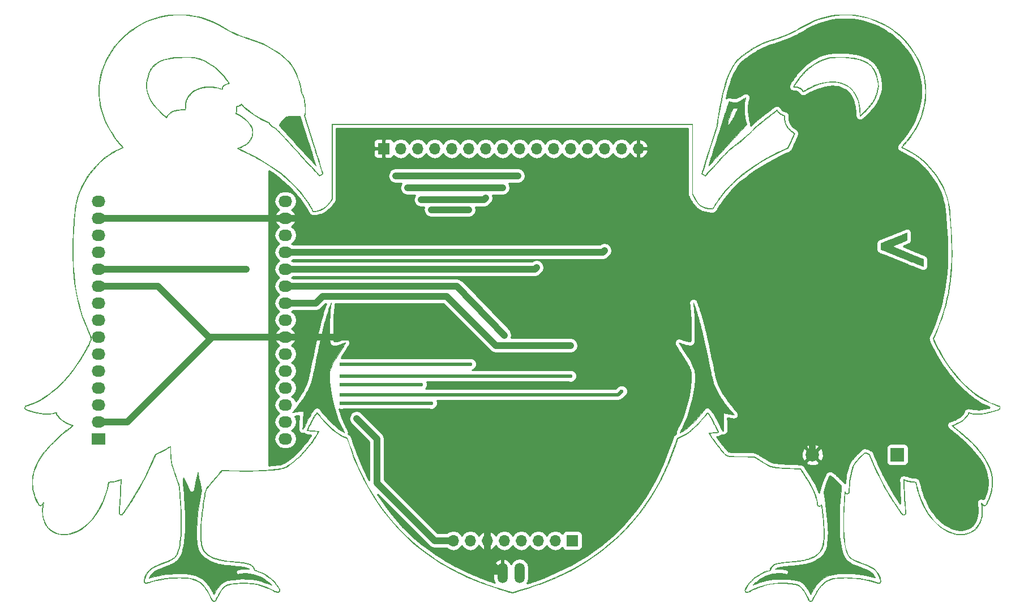
<source format=gtl>
G04 #@! TF.FileFunction,Copper,L1,Top,Signal*
%FSLAX46Y46*%
G04 Gerber Fmt 4.6, Leading zero omitted, Abs format (unit mm)*
G04 Created by KiCad (PCBNEW 4.0.4+e1-6308~48~ubuntu16.04.1-stable) date Sat Jan 14 12:07:24 2017*
%MOMM*%
%LPD*%
G01*
G04 APERTURE LIST*
%ADD10C,0.100000*%
%ADD11C,0.010000*%
%ADD12O,1.506220X3.014980*%
%ADD13O,2.032000X1.727200*%
%ADD14R,2.032000X1.727200*%
%ADD15R,1.700000X1.700000*%
%ADD16O,1.700000X1.700000*%
%ADD17R,2.000000X2.000000*%
%ADD18C,2.000000*%
%ADD19C,0.600000*%
%ADD20C,1.000000*%
%ADD21C,0.500000*%
%ADD22C,0.254000*%
G04 APERTURE END LIST*
D10*
D11*
G36*
X202908493Y-57904907D02*
X203176839Y-57908171D01*
X203425816Y-57913621D01*
X203645707Y-57921258D01*
X203826798Y-57931081D01*
X203959373Y-57943091D01*
X203960541Y-57943237D01*
X204815958Y-58077629D01*
X205643394Y-58262571D01*
X206445548Y-58498931D01*
X207225117Y-58787578D01*
X207984800Y-59129379D01*
X208529232Y-59413439D01*
X208724558Y-59526460D01*
X208952672Y-59666716D01*
X209200388Y-59825442D01*
X209454521Y-59993873D01*
X209701886Y-60163244D01*
X209929297Y-60324791D01*
X210123568Y-60469749D01*
X210154384Y-60493704D01*
X210792033Y-61028349D01*
X211387365Y-61599268D01*
X211938788Y-62203959D01*
X212444713Y-62839917D01*
X212903549Y-63504639D01*
X213313706Y-64195619D01*
X213673592Y-64910355D01*
X213981618Y-65646343D01*
X214236192Y-66401077D01*
X214435725Y-67172055D01*
X214455919Y-67265665D01*
X214565802Y-67896385D01*
X214637172Y-68556894D01*
X214669634Y-69232748D01*
X214662793Y-69909502D01*
X214616254Y-70572714D01*
X214558809Y-71028034D01*
X214410447Y-71812984D01*
X214204784Y-72588191D01*
X213942226Y-73352824D01*
X213623176Y-74106052D01*
X213248042Y-74847047D01*
X212817228Y-75574977D01*
X212331140Y-76289014D01*
X211790182Y-76988326D01*
X211456794Y-77380763D01*
X211351318Y-77502377D01*
X211261033Y-77609277D01*
X211192383Y-77693605D01*
X211151810Y-77747503D01*
X211143545Y-77762710D01*
X211169127Y-77783171D01*
X211237792Y-77820288D01*
X211338617Y-77868517D01*
X211442798Y-77914683D01*
X211848507Y-78102874D01*
X212275338Y-78327055D01*
X212707345Y-78578098D01*
X213128580Y-78846879D01*
X213401399Y-79035603D01*
X214022875Y-79514670D01*
X214612604Y-80037419D01*
X215168013Y-80599887D01*
X215686529Y-81198111D01*
X216165578Y-81828128D01*
X216602587Y-82485972D01*
X216994982Y-83167683D01*
X217340189Y-83869295D01*
X217635636Y-84586845D01*
X217878749Y-85316371D01*
X218066954Y-86053909D01*
X218116356Y-86297229D01*
X218146198Y-86459587D01*
X218172053Y-86613957D01*
X218195281Y-86771034D01*
X218217241Y-86941516D01*
X218239295Y-87136098D01*
X218262802Y-87365478D01*
X218289123Y-87640351D01*
X218294554Y-87698609D01*
X218403698Y-88987040D01*
X218486858Y-90225903D01*
X218543985Y-91417943D01*
X218575027Y-92565908D01*
X218579932Y-93672547D01*
X218558649Y-94740606D01*
X218511127Y-95772832D01*
X218437315Y-96771973D01*
X218337160Y-97740777D01*
X218210613Y-98681991D01*
X218074043Y-99508149D01*
X217884151Y-100451147D01*
X217653949Y-101395111D01*
X217381740Y-102345359D01*
X217065824Y-103307208D01*
X216704504Y-104285974D01*
X216296081Y-105286976D01*
X216044126Y-105863776D01*
X215808387Y-106391367D01*
X215889405Y-106584586D01*
X215969164Y-106767067D01*
X216070696Y-106987442D01*
X216187555Y-107232485D01*
X216313298Y-107488970D01*
X216441478Y-107743671D01*
X216565649Y-107983362D01*
X216629677Y-108103590D01*
X217100488Y-108934174D01*
X217605626Y-109743635D01*
X218141405Y-110527510D01*
X218704137Y-111281339D01*
X219290136Y-112000660D01*
X219895714Y-112681014D01*
X220517184Y-113317939D01*
X221150860Y-113906973D01*
X221793055Y-114443656D01*
X222005405Y-114607895D01*
X222571471Y-115011838D01*
X223152839Y-115378287D01*
X223742338Y-115703492D01*
X224332797Y-115983706D01*
X224917045Y-116215179D01*
X225346173Y-116354347D01*
X225521613Y-116414237D01*
X225645111Y-116478735D01*
X225723107Y-116553416D01*
X225762042Y-116643854D01*
X225769506Y-116720749D01*
X225766333Y-116807188D01*
X225752483Y-116877230D01*
X225721462Y-116935544D01*
X225666776Y-116986799D01*
X225581931Y-117035663D01*
X225460432Y-117086806D01*
X225295786Y-117144897D01*
X225083414Y-117213991D01*
X224476566Y-117391682D01*
X223894214Y-117529556D01*
X223339033Y-117627339D01*
X222813698Y-117684757D01*
X222320883Y-117701536D01*
X221863261Y-117677403D01*
X221443507Y-117612083D01*
X221366450Y-117594561D01*
X221226401Y-117561528D01*
X221133498Y-117543650D01*
X221078066Y-117542628D01*
X221050430Y-117560162D01*
X221040915Y-117597955D01*
X221039851Y-117651983D01*
X221035384Y-117708651D01*
X221017610Y-117763669D01*
X220979967Y-117828473D01*
X220915897Y-117914500D01*
X220826302Y-118024225D01*
X220484470Y-118393359D01*
X220115491Y-118712637D01*
X219721259Y-118980746D01*
X219303668Y-119196373D01*
X218930546Y-119337802D01*
X218818705Y-119376663D01*
X218731731Y-119412826D01*
X218682056Y-119440824D01*
X218675087Y-119450166D01*
X218697062Y-119476881D01*
X218758310Y-119533088D01*
X218851754Y-119612765D01*
X218970317Y-119709890D01*
X219106919Y-119818443D01*
X219120253Y-119828878D01*
X219855056Y-120418771D01*
X220533857Y-120996457D01*
X221157499Y-121563065D01*
X221726829Y-122119721D01*
X222242691Y-122667555D01*
X222705930Y-123207695D01*
X223117391Y-123741268D01*
X223477920Y-124269404D01*
X223788360Y-124793229D01*
X224049557Y-125313873D01*
X224262356Y-125832463D01*
X224427603Y-126350128D01*
X224546141Y-126867995D01*
X224588541Y-127130097D01*
X224611657Y-127358253D01*
X224624676Y-127626443D01*
X224627953Y-127918660D01*
X224621843Y-128218898D01*
X224606698Y-128511151D01*
X224582873Y-128779413D01*
X224550722Y-129007679D01*
X224546492Y-129030720D01*
X224438334Y-129496937D01*
X224288686Y-129980254D01*
X224103488Y-130463717D01*
X223888683Y-130930371D01*
X223863284Y-130980374D01*
X223779438Y-131139614D01*
X223711945Y-131253312D01*
X223652870Y-131329027D01*
X223594278Y-131374316D01*
X223528232Y-131396737D01*
X223446797Y-131403848D01*
X223418358Y-131404126D01*
X223316884Y-131399907D01*
X223249437Y-131381608D01*
X223191923Y-131340763D01*
X223165314Y-131315230D01*
X223108441Y-131264072D01*
X223069708Y-131239730D01*
X223062623Y-131240128D01*
X223060320Y-131273179D01*
X223065516Y-131350528D01*
X223077123Y-131458716D01*
X223085790Y-131526093D01*
X223105417Y-131724052D01*
X223117069Y-131958150D01*
X223120890Y-132211462D01*
X223117023Y-132467062D01*
X223105613Y-132708024D01*
X223086805Y-132917424D01*
X223073122Y-133014426D01*
X222972762Y-133461707D01*
X222827550Y-133876429D01*
X222638840Y-134256230D01*
X222407984Y-134598749D01*
X222136337Y-134901624D01*
X221854729Y-135140871D01*
X221508917Y-135362060D01*
X221134482Y-135534519D01*
X220735421Y-135657943D01*
X220315732Y-135732030D01*
X219879414Y-135756477D01*
X219430465Y-135730981D01*
X218972883Y-135655239D01*
X218510666Y-135528949D01*
X218204243Y-135417454D01*
X217709125Y-135188566D01*
X217226585Y-134904678D01*
X216758867Y-134568260D01*
X216308217Y-134181782D01*
X215876879Y-133747713D01*
X215467099Y-133268523D01*
X215081120Y-132746682D01*
X214721187Y-132184660D01*
X214389546Y-131584925D01*
X214088442Y-130949947D01*
X214038813Y-130834816D01*
X213895141Y-130485062D01*
X213763488Y-130138838D01*
X213640799Y-129786372D01*
X213524018Y-129417889D01*
X213410090Y-129023617D01*
X213295959Y-128593782D01*
X213178571Y-128118613D01*
X213143448Y-127970792D01*
X213131819Y-127942650D01*
X213105423Y-127923315D01*
X213053312Y-127909953D01*
X212964539Y-127899730D01*
X212831439Y-127890027D01*
X212446349Y-127846146D01*
X212051500Y-127767105D01*
X211700343Y-127666567D01*
X211585623Y-127628723D01*
X211492759Y-127599193D01*
X211434934Y-127582116D01*
X211422958Y-127579528D01*
X211413802Y-127607936D01*
X211408596Y-127690304D01*
X211407145Y-127822347D01*
X211409254Y-127999782D01*
X211414729Y-128218326D01*
X211423374Y-128473694D01*
X211434994Y-128761603D01*
X211449395Y-129077768D01*
X211466381Y-129417907D01*
X211485758Y-129777735D01*
X211507330Y-130152968D01*
X211530903Y-130539323D01*
X211556281Y-130932516D01*
X211583270Y-131328263D01*
X211611234Y-131716349D01*
X211626141Y-131929283D01*
X211638276Y-132126177D01*
X211647251Y-132298608D01*
X211652678Y-132438153D01*
X211654169Y-132536388D01*
X211651334Y-132584890D01*
X211651307Y-132584998D01*
X211598789Y-132683745D01*
X211505860Y-132759514D01*
X211389427Y-132800485D01*
X211337439Y-132804471D01*
X211242690Y-132795040D01*
X211162507Y-132773021D01*
X211149899Y-132766944D01*
X211099408Y-132722321D01*
X211022042Y-132631362D01*
X210920400Y-132498137D01*
X210797084Y-132326717D01*
X210654692Y-132121170D01*
X210495825Y-131885567D01*
X210323083Y-131623978D01*
X210139066Y-131340471D01*
X209946375Y-131039117D01*
X209747610Y-130723986D01*
X209545370Y-130399147D01*
X209342255Y-130068670D01*
X209140867Y-129736625D01*
X208943805Y-129407081D01*
X208753669Y-129084108D01*
X208573059Y-128771777D01*
X208404576Y-128474156D01*
X208385948Y-128440793D01*
X207827026Y-127398575D01*
X207289930Y-126315768D01*
X206772094Y-125186998D01*
X206276823Y-124021244D01*
X206164793Y-123747442D01*
X205872839Y-123634580D01*
X205753106Y-123588557D01*
X205655544Y-123551552D01*
X205591696Y-123527912D01*
X205572668Y-123521543D01*
X205543280Y-123541137D01*
X205479927Y-123595934D01*
X205389383Y-123679308D01*
X205278422Y-123784630D01*
X205153817Y-123905274D01*
X205022344Y-124034612D01*
X204890776Y-124166017D01*
X204765887Y-124292862D01*
X204654452Y-124408520D01*
X204563243Y-124506363D01*
X204542473Y-124529417D01*
X204354821Y-124743030D01*
X204202759Y-124925136D01*
X204080316Y-125085242D01*
X203981522Y-125232858D01*
X203900408Y-125377492D01*
X203831004Y-125528654D01*
X203767341Y-125695853D01*
X203718188Y-125842402D01*
X203605437Y-126215810D01*
X203509957Y-126585604D01*
X203430078Y-126961863D01*
X203364131Y-127354668D01*
X203310447Y-127774097D01*
X203267358Y-128230230D01*
X203233193Y-128733148D01*
X203229942Y-128791138D01*
X203218497Y-128975193D01*
X203205538Y-129143860D01*
X203192061Y-129286707D01*
X203179064Y-129393305D01*
X203167543Y-129453223D01*
X203166335Y-129456710D01*
X203117052Y-129530023D01*
X203052821Y-129580790D01*
X202950201Y-129613656D01*
X202835351Y-129621078D01*
X202733254Y-129603086D01*
X202688822Y-129580342D01*
X202637505Y-129546348D01*
X202607746Y-129548146D01*
X202590342Y-129593550D01*
X202578130Y-129674298D01*
X202569414Y-129758867D01*
X202558126Y-129893811D01*
X202544767Y-130071199D01*
X202529836Y-130283095D01*
X202513837Y-130521567D01*
X202497270Y-130778681D01*
X202480636Y-131046503D01*
X202464437Y-131317099D01*
X202449173Y-131582537D01*
X202435346Y-131834882D01*
X202423458Y-132066202D01*
X202414009Y-132268561D01*
X202413532Y-132279577D01*
X202403441Y-132560618D01*
X202395551Y-132877394D01*
X202389861Y-133219675D01*
X202386372Y-133577231D01*
X202385081Y-133939831D01*
X202385989Y-134297243D01*
X202389094Y-134639238D01*
X202394397Y-134955584D01*
X202401896Y-135236052D01*
X202411591Y-135470410D01*
X202413753Y-135510140D01*
X202454766Y-136092916D01*
X202508471Y-136629123D01*
X202574551Y-137117180D01*
X202652688Y-137555510D01*
X202742568Y-137942534D01*
X202843873Y-138276672D01*
X202956286Y-138556346D01*
X203064472Y-138756665D01*
X203182792Y-138924801D01*
X203318881Y-139078658D01*
X203478069Y-139221559D01*
X203665686Y-139356825D01*
X203887059Y-139487779D01*
X204147518Y-139617742D01*
X204452393Y-139750035D01*
X204807012Y-139887980D01*
X204982380Y-139952116D01*
X205251192Y-140049395D01*
X205473653Y-140131373D01*
X205658654Y-140201649D01*
X205815090Y-140263824D01*
X205951855Y-140321500D01*
X206077842Y-140378278D01*
X206201946Y-140437757D01*
X206288532Y-140480944D01*
X206668915Y-140699088D01*
X206997979Y-140944077D01*
X207277038Y-141217469D01*
X207507403Y-141520819D01*
X207690385Y-141855681D01*
X207827297Y-142223612D01*
X207860780Y-142345376D01*
X207900832Y-142513993D01*
X207922841Y-142639484D01*
X207927406Y-142734060D01*
X207915129Y-142809927D01*
X207887020Y-142878503D01*
X207826970Y-142959296D01*
X207743561Y-143007414D01*
X207631047Y-143023201D01*
X207483684Y-143006999D01*
X207295723Y-142959151D01*
X207176956Y-142920831D01*
X206609944Y-142747176D01*
X205998539Y-142595680D01*
X205352985Y-142467911D01*
X204683526Y-142365437D01*
X204000409Y-142289826D01*
X203313878Y-142242645D01*
X202634179Y-142225461D01*
X202632150Y-142225456D01*
X202113686Y-142233143D01*
X201645918Y-142259756D01*
X201223808Y-142306812D01*
X200842316Y-142375825D01*
X200496404Y-142468312D01*
X200181033Y-142585789D01*
X199891164Y-142729771D01*
X199621758Y-142901775D01*
X199367778Y-143103317D01*
X199201870Y-143257459D01*
X199055054Y-143407142D01*
X198920523Y-143556746D01*
X198793632Y-143713238D01*
X198669739Y-143883583D01*
X198544201Y-144074747D01*
X198412373Y-144293694D01*
X198269614Y-144547390D01*
X198111279Y-144842800D01*
X197990495Y-145074643D01*
X197899873Y-145246105D01*
X197814367Y-145400408D01*
X197738940Y-145529132D01*
X197678554Y-145623860D01*
X197638172Y-145676175D01*
X197633398Y-145680447D01*
X197542299Y-145723371D01*
X197427590Y-145739888D01*
X197313650Y-145729554D01*
X197224858Y-145691925D01*
X197219876Y-145687977D01*
X197189272Y-145647533D01*
X197137906Y-145562874D01*
X197070409Y-145442364D01*
X196991412Y-145294368D01*
X196905545Y-145127251D01*
X196868350Y-145052977D01*
X196670981Y-144671464D01*
X196483281Y-144343156D01*
X196301667Y-144064391D01*
X196122558Y-143831504D01*
X195942372Y-143640834D01*
X195757528Y-143488718D01*
X195564443Y-143371493D01*
X195359535Y-143285497D01*
X195139224Y-143227066D01*
X195070541Y-143214521D01*
X194324683Y-143109328D01*
X193613894Y-143047462D01*
X192933884Y-143029121D01*
X192280361Y-143054504D01*
X191649034Y-143123807D01*
X191035611Y-143237227D01*
X190435802Y-143394963D01*
X190311690Y-143433571D01*
X190029647Y-143527264D01*
X189755213Y-143626430D01*
X189477010Y-143735733D01*
X189183658Y-143859838D01*
X188863781Y-144003410D01*
X188505998Y-144171114D01*
X188464771Y-144190789D01*
X188284326Y-144276186D01*
X188147708Y-144338308D01*
X188046621Y-144380196D01*
X187972767Y-144404886D01*
X187917846Y-144415418D01*
X187873562Y-144414830D01*
X187859082Y-144412568D01*
X187727379Y-144363607D01*
X187638204Y-144274861D01*
X187592839Y-144147689D01*
X187590167Y-144127885D01*
X187586079Y-144059880D01*
X187593887Y-143996860D01*
X187618195Y-143924064D01*
X187663608Y-143826731D01*
X187715263Y-143726902D01*
X187898690Y-143420667D01*
X188127615Y-143106463D01*
X188392305Y-142795265D01*
X188683028Y-142498052D01*
X188990050Y-142225801D01*
X189173069Y-142082683D01*
X189564029Y-141815614D01*
X189977870Y-141575871D01*
X190400933Y-141370341D01*
X190819560Y-141205909D01*
X191063586Y-141129656D01*
X191360601Y-141046572D01*
X191394939Y-140911969D01*
X191480716Y-140690719D01*
X191618248Y-140496416D01*
X191807456Y-140329122D01*
X192048262Y-140188902D01*
X192340586Y-140075817D01*
X192494898Y-140032276D01*
X192628900Y-140000341D01*
X192770241Y-139971199D01*
X192925550Y-139943983D01*
X193101456Y-139917826D01*
X193304589Y-139891860D01*
X193541578Y-139865219D01*
X193819052Y-139837037D01*
X194143641Y-139806446D01*
X194395264Y-139783771D01*
X194843354Y-139742242D01*
X195239493Y-139701557D01*
X195590090Y-139660641D01*
X195901553Y-139618422D01*
X196180290Y-139573826D01*
X196432711Y-139525782D01*
X196665223Y-139473215D01*
X196884235Y-139415052D01*
X197096156Y-139350221D01*
X197207666Y-139312832D01*
X197637336Y-139141760D01*
X198022215Y-138940773D01*
X198360305Y-138711267D01*
X198649610Y-138454636D01*
X198888135Y-138172276D01*
X198933899Y-138106392D01*
X199064137Y-137868815D01*
X199173004Y-137577445D01*
X199260504Y-137232220D01*
X199326641Y-136833079D01*
X199371420Y-136379961D01*
X199394844Y-135872807D01*
X199396917Y-135311554D01*
X199377643Y-134696142D01*
X199337027Y-134026510D01*
X199275072Y-133302598D01*
X199259675Y-133146893D01*
X199244110Y-132999522D01*
X199224590Y-132825066D01*
X199202161Y-132631874D01*
X199177868Y-132428295D01*
X199152754Y-132222680D01*
X199127867Y-132023378D01*
X199104249Y-131838740D01*
X199082947Y-131677116D01*
X199065006Y-131546854D01*
X199051469Y-131456305D01*
X199043382Y-131413820D01*
X199042545Y-131411866D01*
X199016083Y-131419833D01*
X198955550Y-131447912D01*
X198922342Y-131464799D01*
X198783288Y-131510519D01*
X198650977Y-131503778D01*
X198535693Y-131445921D01*
X198496935Y-131409087D01*
X198446355Y-131335413D01*
X198415229Y-131241065D01*
X198399373Y-131137226D01*
X198347407Y-130770711D01*
X198271678Y-130406587D01*
X198169989Y-130039625D01*
X198040141Y-129664597D01*
X197879939Y-129276275D01*
X197687184Y-128869431D01*
X197459680Y-128438836D01*
X197195230Y-127979262D01*
X196891636Y-127485481D01*
X196812232Y-127360563D01*
X196688400Y-127166360D01*
X196552936Y-126953034D01*
X196417058Y-126738306D01*
X196291980Y-126539896D01*
X196202411Y-126397115D01*
X196112270Y-126253743D01*
X196031779Y-126127208D01*
X195966425Y-126026022D01*
X195921698Y-125958695D01*
X195903990Y-125934436D01*
X195869789Y-125927626D01*
X195784381Y-125919935D01*
X195654934Y-125911740D01*
X195488618Y-125903418D01*
X195292604Y-125895345D01*
X195074059Y-125887899D01*
X194949449Y-125884278D01*
X194525882Y-125870500D01*
X194103274Y-125852557D01*
X193688693Y-125830965D01*
X193289207Y-125806242D01*
X192911886Y-125778904D01*
X192563798Y-125749470D01*
X192252010Y-125718456D01*
X191983593Y-125686378D01*
X191765615Y-125653755D01*
X191742265Y-125649665D01*
X191597026Y-125617681D01*
X191446141Y-125571394D01*
X191284102Y-125507985D01*
X191105402Y-125424632D01*
X190904535Y-125318517D01*
X190675991Y-125186819D01*
X190414265Y-125026719D01*
X190113848Y-124835397D01*
X189972255Y-124743384D01*
X189790206Y-124626018D01*
X189608998Y-124511938D01*
X189439269Y-124407641D01*
X189291661Y-124319622D01*
X189176811Y-124254376D01*
X189136056Y-124232859D01*
X188894675Y-124110776D01*
X187194562Y-124095821D01*
X186778322Y-124091998D01*
X186415949Y-124087871D01*
X186102922Y-124082715D01*
X185834717Y-124075808D01*
X185606814Y-124066426D01*
X185414690Y-124053845D01*
X185253823Y-124037343D01*
X185119691Y-124016196D01*
X185007772Y-123989681D01*
X184913544Y-123957074D01*
X184832485Y-123917652D01*
X184760073Y-123870692D01*
X184691786Y-123815470D01*
X184623101Y-123751262D01*
X184549497Y-123677347D01*
X184544097Y-123671844D01*
X184341934Y-123456537D01*
X184116770Y-123200356D01*
X183875868Y-122912361D01*
X183626494Y-122601612D01*
X183375911Y-122277169D01*
X183131383Y-121948093D01*
X182900176Y-121623443D01*
X182890192Y-121609069D01*
X182783592Y-121452540D01*
X182674480Y-121287217D01*
X182567728Y-121121032D01*
X182468208Y-120961914D01*
X182380793Y-120817793D01*
X182310356Y-120696600D01*
X182261768Y-120606265D01*
X182239902Y-120554718D01*
X182239161Y-120549481D01*
X182250924Y-120529432D01*
X182290768Y-120513197D01*
X182365529Y-120499707D01*
X182482042Y-120487891D01*
X182647141Y-120476677D01*
X182735483Y-120471736D01*
X182912517Y-120460187D01*
X183087127Y-120445097D01*
X183248879Y-120427753D01*
X183387335Y-120409441D01*
X183492062Y-120391449D01*
X183552624Y-120375062D01*
X183561516Y-120369888D01*
X183553493Y-120340450D01*
X183521608Y-120265875D01*
X183469158Y-120152715D01*
X183399442Y-120007522D01*
X183315760Y-119836847D01*
X183221409Y-119647243D01*
X183119688Y-119445261D01*
X183013895Y-119237454D01*
X182907330Y-119030372D01*
X182803291Y-118830569D01*
X182705076Y-118644596D01*
X182615985Y-118479004D01*
X182543177Y-118347204D01*
X182454863Y-118194753D01*
X182361904Y-118042106D01*
X182269849Y-117897549D01*
X182184246Y-117769362D01*
X182110645Y-117665831D01*
X182054594Y-117595238D01*
X182021644Y-117565866D01*
X182019506Y-117565505D01*
X181985802Y-117587570D01*
X181932891Y-117644663D01*
X181887066Y-117704183D01*
X181747038Y-117889240D01*
X181570840Y-118105240D01*
X181365898Y-118344281D01*
X181139638Y-118598463D01*
X180899486Y-118859885D01*
X180652868Y-119120646D01*
X180407211Y-119372845D01*
X180169941Y-119608582D01*
X179948484Y-119819955D01*
X179750266Y-119999063D01*
X179650514Y-120083699D01*
X179267427Y-120387305D01*
X178908686Y-120646540D01*
X178566917Y-120866061D01*
X178234749Y-121050521D01*
X177904809Y-121204578D01*
X177819527Y-121239805D01*
X177533292Y-121354992D01*
X177262578Y-122168122D01*
X176774616Y-123550650D01*
X176244698Y-124892979D01*
X175672887Y-126195007D01*
X175059243Y-127456634D01*
X174403828Y-128677757D01*
X173706705Y-129858276D01*
X172967934Y-130998088D01*
X172187578Y-132097092D01*
X171365697Y-133155187D01*
X170502355Y-134172272D01*
X169597612Y-135148244D01*
X169020898Y-135727775D01*
X168062720Y-136626239D01*
X167068648Y-137482066D01*
X166037707Y-138295853D01*
X164968926Y-139068196D01*
X163861330Y-139799691D01*
X162713948Y-140490936D01*
X161525806Y-141142527D01*
X160295931Y-141755060D01*
X159023350Y-142329133D01*
X157707090Y-142865341D01*
X156868357Y-143179141D01*
X156692712Y-143241595D01*
X156482558Y-143314455D01*
X156243270Y-143395991D01*
X155980224Y-143484470D01*
X155698797Y-143578163D01*
X155404364Y-143675338D01*
X155102302Y-143774264D01*
X154797986Y-143873210D01*
X154496794Y-143970444D01*
X154204101Y-144064236D01*
X153925284Y-144152855D01*
X153665718Y-144234570D01*
X153430780Y-144307649D01*
X153225845Y-144370362D01*
X153056291Y-144420977D01*
X152927492Y-144457763D01*
X152844827Y-144478990D01*
X152816920Y-144483666D01*
X152773810Y-144474867D01*
X152680426Y-144449558D01*
X152541997Y-144409367D01*
X152363751Y-144355926D01*
X152150916Y-144290864D01*
X151908720Y-144215812D01*
X151642392Y-144132401D01*
X151357159Y-144042259D01*
X151058250Y-143947017D01*
X150750892Y-143848307D01*
X150440314Y-143747756D01*
X150131743Y-143646997D01*
X150095023Y-143634945D01*
X149328402Y-143377537D01*
X148609041Y-143123829D01*
X147926361Y-142869541D01*
X147269779Y-142610392D01*
X146628715Y-142342099D01*
X145992588Y-142060382D01*
X145350815Y-141760958D01*
X144796058Y-141490861D01*
X144049968Y-141111948D01*
X143347534Y-140735521D01*
X142674952Y-140353677D01*
X142018419Y-139958516D01*
X141364132Y-139542132D01*
X141175828Y-139418264D01*
X140065783Y-138648692D01*
X138996980Y-137837873D01*
X137969368Y-136985748D01*
X136982893Y-136092258D01*
X136037503Y-135157343D01*
X135133146Y-134180944D01*
X134269769Y-133163001D01*
X133447321Y-132103455D01*
X132665748Y-131002246D01*
X131924999Y-129859316D01*
X131225021Y-128674604D01*
X130565761Y-127448051D01*
X130476704Y-127272977D01*
X130119381Y-126547071D01*
X129785023Y-125827938D01*
X129468772Y-125103874D01*
X129165770Y-124363177D01*
X128871159Y-123594143D01*
X128580080Y-122785070D01*
X128417900Y-122313362D01*
X128092885Y-121353517D01*
X127909617Y-121284621D01*
X127723997Y-121206482D01*
X127506762Y-121101456D01*
X127272950Y-120977765D01*
X127037602Y-120843634D01*
X126815756Y-120707286D01*
X126645884Y-120593575D01*
X126203374Y-120260724D01*
X125750345Y-119878708D01*
X125293542Y-119454145D01*
X124839706Y-118993653D01*
X124395580Y-118503848D01*
X123967907Y-117991348D01*
X123875789Y-117875053D01*
X123785156Y-117761416D01*
X123706643Y-117666535D01*
X123647475Y-117598880D01*
X123614880Y-117566924D01*
X123611734Y-117565505D01*
X123574727Y-117590651D01*
X123514422Y-117662691D01*
X123434107Y-117776531D01*
X123337067Y-117927076D01*
X123226588Y-118109233D01*
X123105956Y-118317908D01*
X122980876Y-118543551D01*
X122883102Y-118725136D01*
X122780359Y-118918880D01*
X122676100Y-119117981D01*
X122573775Y-119315636D01*
X122476838Y-119505044D01*
X122388739Y-119679401D01*
X122312932Y-119831906D01*
X122252866Y-119955757D01*
X122211995Y-120044150D01*
X122193770Y-120090284D01*
X122193457Y-120095280D01*
X122235302Y-120109698D01*
X122331552Y-120126012D01*
X122478267Y-120143803D01*
X122671505Y-120162651D01*
X122907327Y-120182136D01*
X123181792Y-120201839D01*
X123214623Y-120204032D01*
X123397213Y-120217023D01*
X123559805Y-120230277D01*
X123693459Y-120242925D01*
X123789233Y-120254102D01*
X123838188Y-120262940D01*
X123842306Y-120264895D01*
X123840224Y-120301402D01*
X123810206Y-120379904D01*
X123756199Y-120493479D01*
X123682145Y-120635203D01*
X123591991Y-120798153D01*
X123489682Y-120975404D01*
X123379161Y-121160033D01*
X123264375Y-121345116D01*
X123149268Y-121523731D01*
X123037785Y-121688953D01*
X123001038Y-121741367D01*
X122691873Y-122161801D01*
X122365461Y-122576571D01*
X122025568Y-122982222D01*
X121675960Y-123375299D01*
X121320403Y-123752346D01*
X120962663Y-124109909D01*
X120606507Y-124444533D01*
X120255701Y-124752763D01*
X119914010Y-125031143D01*
X119585200Y-125276220D01*
X119273039Y-125484538D01*
X118981291Y-125652641D01*
X118713723Y-125777076D01*
X118534793Y-125838648D01*
X118342117Y-125884908D01*
X118095997Y-125930296D01*
X117801378Y-125974337D01*
X117463205Y-126016556D01*
X117086424Y-126056478D01*
X116675981Y-126093631D01*
X116236819Y-126127538D01*
X115773886Y-126157726D01*
X115292125Y-126183720D01*
X114796483Y-126205046D01*
X114666403Y-126209752D01*
X114425433Y-126216421D01*
X114134379Y-126221633D01*
X113801531Y-126225426D01*
X113435176Y-126227838D01*
X113043604Y-126228904D01*
X112635101Y-126228663D01*
X112217957Y-126227151D01*
X111800460Y-126224405D01*
X111390899Y-126220463D01*
X110997562Y-126215361D01*
X110628736Y-126209136D01*
X110292712Y-126201826D01*
X109997777Y-126193468D01*
X109850378Y-126188216D01*
X109382035Y-126169935D01*
X109046694Y-126590076D01*
X108935704Y-126726344D01*
X108794713Y-126895128D01*
X108632917Y-127085670D01*
X108459514Y-127287206D01*
X108283700Y-127488978D01*
X108122086Y-127671902D01*
X107883547Y-127940950D01*
X107681528Y-128171948D01*
X107512684Y-128369514D01*
X107373672Y-128538264D01*
X107261147Y-128682814D01*
X107171765Y-128807780D01*
X107102182Y-128917779D01*
X107049052Y-129017426D01*
X107009033Y-129111340D01*
X106978778Y-129204134D01*
X106960641Y-129275098D01*
X106899990Y-129555432D01*
X106835986Y-129885660D01*
X106769857Y-130257466D01*
X106702834Y-130662532D01*
X106636147Y-131092542D01*
X106571025Y-131539179D01*
X106508698Y-131994126D01*
X106450395Y-132449067D01*
X106397346Y-132895685D01*
X106350781Y-133325663D01*
X106328576Y-133549988D01*
X106307736Y-133802299D01*
X106289591Y-134088702D01*
X106274329Y-134399509D01*
X106262135Y-134725028D01*
X106253198Y-135055572D01*
X106247703Y-135381451D01*
X106245839Y-135692975D01*
X106247791Y-135980454D01*
X106253747Y-136234200D01*
X106263894Y-136444523D01*
X106270991Y-136534607D01*
X106310861Y-136895967D01*
X106359499Y-137207241D01*
X106419940Y-137476450D01*
X106495215Y-137711616D01*
X106588360Y-137920762D01*
X106702405Y-138111910D01*
X106840385Y-138293082D01*
X107002610Y-138469550D01*
X107182979Y-138640913D01*
X107361588Y-138785350D01*
X107554911Y-138914346D01*
X107779420Y-139039382D01*
X107922265Y-139110676D01*
X108183928Y-139227148D01*
X108462759Y-139330561D01*
X108764496Y-139422156D01*
X109094883Y-139503172D01*
X109459659Y-139574848D01*
X109864567Y-139638424D01*
X110315347Y-139695141D01*
X110817741Y-139746237D01*
X110900196Y-139753698D01*
X111284857Y-139788270D01*
X111616868Y-139818890D01*
X111901779Y-139846291D01*
X112145142Y-139871209D01*
X112352508Y-139894375D01*
X112529429Y-139916524D01*
X112681456Y-139938389D01*
X112814140Y-139960704D01*
X112933034Y-139984203D01*
X113043688Y-140009619D01*
X113151655Y-140037685D01*
X113241926Y-140063149D01*
X113512411Y-140157147D01*
X113734990Y-140269909D01*
X113918420Y-140406098D01*
X113960799Y-140445939D01*
X114048384Y-140546950D01*
X114129448Y-140665994D01*
X114194698Y-140786619D01*
X114234841Y-140892376D01*
X114243069Y-140945640D01*
X114249197Y-140987041D01*
X114273619Y-141020694D01*
X114325397Y-141051624D01*
X114413590Y-141084853D01*
X114547260Y-141125404D01*
X114588556Y-141137193D01*
X115076965Y-141303236D01*
X115554657Y-141519381D01*
X116015278Y-141780737D01*
X116452476Y-142082409D01*
X116859896Y-142419506D01*
X117231186Y-142787134D01*
X117559992Y-143180399D01*
X117839961Y-143594410D01*
X117889704Y-143679568D01*
X117962052Y-143812144D01*
X118007257Y-143911194D01*
X118030855Y-143991578D01*
X118038384Y-144068155D01*
X118038472Y-144078764D01*
X118014805Y-144220122D01*
X117946537Y-144327069D01*
X117837768Y-144394456D01*
X117774018Y-144410964D01*
X117730418Y-144415715D01*
X117684293Y-144412758D01*
X117627518Y-144399108D01*
X117551971Y-144371782D01*
X117449526Y-144327795D01*
X117312060Y-144264163D01*
X117131448Y-144177901D01*
X117105333Y-144165330D01*
X116556463Y-143910947D01*
X116041792Y-143693981D01*
X115552915Y-143511918D01*
X115081429Y-143362242D01*
X114618929Y-143242441D01*
X114157012Y-143149999D01*
X113687273Y-143082402D01*
X113381805Y-143051291D01*
X113116225Y-143034830D01*
X112823118Y-143028214D01*
X112510341Y-143030736D01*
X112185754Y-143041692D01*
X111857215Y-143060376D01*
X111532582Y-143086083D01*
X111219714Y-143118108D01*
X110926469Y-143155747D01*
X110660707Y-143198293D01*
X110430285Y-143245042D01*
X110243062Y-143295288D01*
X110114808Y-143344439D01*
X109943243Y-143439074D01*
X109781430Y-143554982D01*
X109625680Y-143696856D01*
X109472307Y-143869389D01*
X109317626Y-144077273D01*
X109157948Y-144325203D01*
X108989588Y-144617870D01*
X108808859Y-144959968D01*
X108742371Y-145091506D01*
X108654222Y-145263661D01*
X108571625Y-145417585D01*
X108499244Y-145545118D01*
X108441744Y-145638102D01*
X108403791Y-145688377D01*
X108398544Y-145692884D01*
X108302525Y-145731284D01*
X108184613Y-145739724D01*
X108069720Y-145719380D01*
X107984858Y-145673379D01*
X107951208Y-145629355D01*
X107895858Y-145541453D01*
X107823529Y-145417863D01*
X107738944Y-145266777D01*
X107646825Y-145096387D01*
X107589868Y-144988230D01*
X107415406Y-144658560D01*
X107259375Y-144375593D01*
X107117079Y-144132418D01*
X106983820Y-143922124D01*
X106854900Y-143737798D01*
X106725623Y-143572530D01*
X106591291Y-143419409D01*
X106447205Y-143271522D01*
X106377408Y-143204343D01*
X106109611Y-142975268D01*
X105825232Y-142781415D01*
X105517512Y-142620019D01*
X105179694Y-142488316D01*
X104805022Y-142383542D01*
X104386736Y-142302933D01*
X104068472Y-142259878D01*
X103892784Y-142244863D01*
X103670387Y-142234076D01*
X103412802Y-142227440D01*
X103131551Y-142224875D01*
X102838157Y-142226306D01*
X102544141Y-142231655D01*
X102261026Y-142240843D01*
X102000333Y-142253794D01*
X101773585Y-142270431D01*
X101718242Y-142275689D01*
X100932928Y-142369099D01*
X100198382Y-142486005D01*
X99511665Y-142626983D01*
X98869842Y-142792606D01*
X98498436Y-142906208D01*
X98295614Y-142968428D01*
X98137619Y-143006945D01*
X98016065Y-143022099D01*
X97922568Y-143014227D01*
X97848743Y-142983672D01*
X97790120Y-142934911D01*
X97740368Y-142875541D01*
X97715721Y-142816961D01*
X97708750Y-142735617D01*
X97709561Y-142679451D01*
X97727095Y-142524788D01*
X97768746Y-142337492D01*
X97829288Y-142135411D01*
X97903494Y-141936393D01*
X97970238Y-141789272D01*
X98154875Y-141471611D01*
X98373934Y-141192372D01*
X98525591Y-141037872D01*
X98683319Y-140898471D01*
X98851823Y-140769429D01*
X99037545Y-140647386D01*
X99246923Y-140528980D01*
X99486398Y-140410850D01*
X99762410Y-140289635D01*
X100081399Y-140161975D01*
X100449805Y-140024507D01*
X100506633Y-140003949D01*
X100907639Y-139854235D01*
X101255470Y-139712869D01*
X101554352Y-139577491D01*
X101808509Y-139445738D01*
X102022168Y-139315249D01*
X102199552Y-139183664D01*
X102344889Y-139048620D01*
X102458464Y-138913148D01*
X102596713Y-138693541D01*
X102721099Y-138429459D01*
X102832031Y-138119122D01*
X102929924Y-137760749D01*
X103015188Y-137352559D01*
X103088236Y-136892771D01*
X103149481Y-136379604D01*
X103199333Y-135811276D01*
X103209636Y-135666655D01*
X103219646Y-135479053D01*
X103227836Y-135241941D01*
X103234206Y-134964172D01*
X103238758Y-134654596D01*
X103241490Y-134322067D01*
X103242404Y-133975436D01*
X103241501Y-133623556D01*
X103238779Y-133275279D01*
X103234241Y-132939456D01*
X103227885Y-132624941D01*
X103219714Y-132340586D01*
X103209726Y-132095242D01*
X103209479Y-132090218D01*
X103194207Y-131798288D01*
X103176195Y-131484049D01*
X103155952Y-131154371D01*
X103133987Y-130816125D01*
X103110810Y-130476183D01*
X103086930Y-130141416D01*
X103062857Y-129818695D01*
X103039100Y-129514891D01*
X103016169Y-129236876D01*
X102994573Y-128991520D01*
X102974821Y-128785694D01*
X102957423Y-128626271D01*
X102946478Y-128542977D01*
X102932447Y-128485326D01*
X102900827Y-128378311D01*
X102853493Y-128227616D01*
X102792317Y-128038929D01*
X102719175Y-127817935D01*
X102635939Y-127570321D01*
X102544484Y-127301773D01*
X102446685Y-127017978D01*
X102393237Y-126864241D01*
X102285612Y-126553530D01*
X102184848Y-126258562D01*
X102092719Y-125984779D01*
X102011003Y-125737621D01*
X101941474Y-125522528D01*
X101885908Y-125344942D01*
X101846082Y-125210302D01*
X101823771Y-125124050D01*
X101821464Y-125112517D01*
X101784735Y-124877046D01*
X101750868Y-124596560D01*
X101720879Y-124284405D01*
X101695781Y-123953927D01*
X101676590Y-123618473D01*
X101664320Y-123291390D01*
X101659987Y-122988551D01*
X101658934Y-122848823D01*
X101656155Y-122733016D01*
X101652053Y-122652077D01*
X101647033Y-122616951D01*
X101646232Y-122616310D01*
X101618190Y-122631472D01*
X101550822Y-122673033D01*
X101453452Y-122735103D01*
X101335406Y-122811793D01*
X101301955Y-122833744D01*
X100926573Y-123064012D01*
X100517550Y-123285492D01*
X100099494Y-123485364D01*
X99838972Y-123595858D01*
X99455598Y-123749613D01*
X99370683Y-123963938D01*
X98963843Y-124943770D01*
X98512234Y-125944229D01*
X98020817Y-126955342D01*
X97494551Y-127967134D01*
X96938397Y-128969632D01*
X96556260Y-129623206D01*
X96377533Y-129919683D01*
X96191958Y-130222203D01*
X96002376Y-130526497D01*
X95811626Y-130828297D01*
X95622548Y-131123336D01*
X95437980Y-131407344D01*
X95260764Y-131676055D01*
X95093737Y-131925200D01*
X94939741Y-132150511D01*
X94801614Y-132347719D01*
X94682196Y-132512557D01*
X94584326Y-132640757D01*
X94510845Y-132728050D01*
X94464592Y-132770169D01*
X94461510Y-132771760D01*
X94334133Y-132803487D01*
X94206049Y-132791044D01*
X94093941Y-132739020D01*
X94014488Y-132652007D01*
X94012379Y-132648152D01*
X94001462Y-132622674D01*
X93993163Y-132588479D01*
X93987649Y-132540694D01*
X93985086Y-132474449D01*
X93985643Y-132384874D01*
X93989486Y-132267096D01*
X93996780Y-132116245D01*
X94007694Y-131927450D01*
X94022394Y-131695839D01*
X94041047Y-131416543D01*
X94063820Y-131084690D01*
X94067982Y-131024586D01*
X94093282Y-130639252D01*
X94119350Y-130203389D01*
X94145774Y-129724849D01*
X94172139Y-129211481D01*
X94198032Y-128671135D01*
X94223038Y-128111662D01*
X94229401Y-127962681D01*
X94235929Y-127798816D01*
X94238817Y-127684940D01*
X94237337Y-127612725D01*
X94230760Y-127573842D01*
X94218358Y-127559961D01*
X94199403Y-127562755D01*
X94194594Y-127564651D01*
X93828505Y-127694315D01*
X93432477Y-127796415D01*
X93030665Y-127865370D01*
X92791248Y-127888893D01*
X92655487Y-127899036D01*
X92567202Y-127909372D01*
X92515536Y-127922734D01*
X92489635Y-127941958D01*
X92478643Y-127969880D01*
X92478494Y-127970575D01*
X92287206Y-128776882D01*
X92061805Y-129550278D01*
X91803479Y-130288730D01*
X91513415Y-130990206D01*
X91192800Y-131652672D01*
X90842821Y-132274096D01*
X90464664Y-132852445D01*
X90059517Y-133385686D01*
X89628568Y-133871787D01*
X89173002Y-134308714D01*
X88694007Y-134694435D01*
X88454533Y-134861849D01*
X87975831Y-135151529D01*
X87496244Y-135383422D01*
X87014060Y-135558125D01*
X86527565Y-135676237D01*
X86035045Y-135738353D01*
X85923529Y-135744660D01*
X85465207Y-135740049D01*
X85031810Y-135685251D01*
X84625304Y-135580864D01*
X84247657Y-135427488D01*
X83900836Y-135225721D01*
X83686462Y-135063573D01*
X83392597Y-134787829D01*
X83144654Y-134488189D01*
X82939084Y-134158676D01*
X82772334Y-133793311D01*
X82640852Y-133386116D01*
X82605042Y-133243436D01*
X82566080Y-133031167D01*
X82537102Y-132777261D01*
X82518656Y-132497704D01*
X82511288Y-132208483D01*
X82515546Y-131925583D01*
X82531977Y-131664991D01*
X82546598Y-131535505D01*
X82563370Y-131406002D01*
X82575626Y-131299934D01*
X82582075Y-131229314D01*
X82581987Y-131206084D01*
X82558760Y-131219941D01*
X82508316Y-131264442D01*
X82470686Y-131300969D01*
X82398091Y-131365351D01*
X82331747Y-131395631D01*
X82242323Y-131404004D01*
X82222570Y-131404126D01*
X82133097Y-131398145D01*
X82058936Y-131375398D01*
X81992752Y-131328676D01*
X81927207Y-131250771D01*
X81854964Y-131134476D01*
X81768687Y-130972582D01*
X81754023Y-130943804D01*
X81496097Y-130381845D01*
X81287119Y-129810696D01*
X81130029Y-129239087D01*
X81057760Y-128875151D01*
X81033363Y-128682572D01*
X81016138Y-128448083D01*
X81006082Y-128186337D01*
X81003195Y-127911987D01*
X81007475Y-127639685D01*
X81018919Y-127384083D01*
X81037525Y-127159834D01*
X81057992Y-127010397D01*
X81169471Y-126490747D01*
X81323231Y-125975272D01*
X81520444Y-125462391D01*
X81762284Y-124950524D01*
X82049922Y-124438091D01*
X82384532Y-123923512D01*
X82767286Y-123405207D01*
X83199356Y-122881595D01*
X83681917Y-122351098D01*
X84216140Y-121812134D01*
X84803197Y-121263124D01*
X85444263Y-120702487D01*
X86140509Y-120128643D01*
X86201977Y-120079442D01*
X86357717Y-119955381D01*
X86506866Y-119837164D01*
X86640279Y-119731994D01*
X86748817Y-119647070D01*
X86823336Y-119589595D01*
X86836075Y-119579988D01*
X86909868Y-119520275D01*
X86959803Y-119471180D01*
X86973515Y-119448609D01*
X86947850Y-119427676D01*
X86878689Y-119396849D01*
X86778880Y-119361541D01*
X86733556Y-119347468D01*
X86529621Y-119275101D01*
X86299524Y-119174701D01*
X86061852Y-119055741D01*
X85835193Y-118927698D01*
X85638134Y-118800045D01*
X85587782Y-118763403D01*
X85317442Y-118541044D01*
X85050128Y-118286118D01*
X84808806Y-118020939D01*
X84751048Y-117950432D01*
X84667612Y-117842110D01*
X84616234Y-117763005D01*
X84589712Y-117699112D01*
X84580843Y-117636425D01*
X84580541Y-117618860D01*
X84576121Y-117543734D01*
X84559541Y-117515323D01*
X84535809Y-117518033D01*
X84439874Y-117548058D01*
X84305231Y-117581444D01*
X84151069Y-117613952D01*
X83996575Y-117641344D01*
X83938242Y-117650021D01*
X83548146Y-117689215D01*
X83147161Y-117699110D01*
X82729793Y-117678961D01*
X82290549Y-117628021D01*
X81823936Y-117545544D01*
X81324461Y-117430785D01*
X80786630Y-117282996D01*
X80427113Y-117173064D01*
X80240166Y-117111689D01*
X80101726Y-117059285D01*
X80003730Y-117010373D01*
X79938109Y-116959475D01*
X79896798Y-116901113D01*
X79871729Y-116829809D01*
X79863239Y-116790135D01*
X79864755Y-116732733D01*
X79938472Y-116732733D01*
X79945460Y-116808184D01*
X79971128Y-116870555D01*
X80022532Y-116924773D01*
X80106726Y-116975763D01*
X80230764Y-117028451D01*
X80401703Y-117087764D01*
X80485504Y-117114673D01*
X81073887Y-117289793D01*
X81620348Y-117428937D01*
X82128679Y-117532454D01*
X82602672Y-117600697D01*
X83046119Y-117634015D01*
X83462814Y-117632759D01*
X83856548Y-117597280D01*
X84231113Y-117527929D01*
X84419873Y-117478509D01*
X84522948Y-117449633D01*
X84603833Y-117428610D01*
X84646420Y-117419607D01*
X84647926Y-117419528D01*
X84658401Y-117445152D01*
X84657175Y-117509828D01*
X84652771Y-117545789D01*
X84645893Y-117607093D01*
X84650821Y-117657206D01*
X84673739Y-117709893D01*
X84720831Y-117778917D01*
X84798280Y-117878041D01*
X84806892Y-117888835D01*
X85119432Y-118241246D01*
X85463231Y-118557066D01*
X85829325Y-118828765D01*
X86154826Y-119021222D01*
X86279222Y-119081738D01*
X86426684Y-119146441D01*
X86585125Y-119210811D01*
X86742457Y-119270326D01*
X86886595Y-119320467D01*
X87005451Y-119356711D01*
X87086939Y-119374539D01*
X87102342Y-119375620D01*
X87144806Y-119388987D01*
X87135877Y-119428682D01*
X87075970Y-119494102D01*
X86965499Y-119584641D01*
X86952311Y-119594586D01*
X86869363Y-119657925D01*
X86751297Y-119749678D01*
X86608510Y-119861681D01*
X86451403Y-119985772D01*
X86290371Y-120113789D01*
X86260252Y-120137833D01*
X85557314Y-120714807D01*
X84909802Y-121278717D01*
X84316580Y-121831008D01*
X83776515Y-122373123D01*
X83288473Y-122906508D01*
X82851319Y-123432607D01*
X82463919Y-123952864D01*
X82125139Y-124468723D01*
X81833843Y-124981629D01*
X81588899Y-125493027D01*
X81389172Y-126004361D01*
X81233527Y-126517074D01*
X81225096Y-126549753D01*
X81165103Y-126803988D01*
X81121172Y-127040182D01*
X81091278Y-127275758D01*
X81073396Y-127528143D01*
X81065501Y-127814760D01*
X81064713Y-127929873D01*
X81068203Y-128239306D01*
X81082002Y-128509488D01*
X81108543Y-128759024D01*
X81150258Y-129006522D01*
X81209582Y-129270588D01*
X81270417Y-129502852D01*
X81333021Y-129712404D01*
X81409168Y-129936826D01*
X81495269Y-130168025D01*
X81587737Y-130397907D01*
X81682984Y-130618378D01*
X81777423Y-130821343D01*
X81867466Y-130998708D01*
X81949526Y-131142380D01*
X82020015Y-131244263D01*
X82061141Y-131286850D01*
X82165110Y-131340572D01*
X82269483Y-131337628D01*
X82375324Y-131277565D01*
X82483696Y-131159927D01*
X82536506Y-131083532D01*
X82601756Y-130995222D01*
X82656081Y-130945875D01*
X82693248Y-130937993D01*
X82707024Y-130974076D01*
X82701596Y-131017287D01*
X82657851Y-131233390D01*
X82625876Y-131425828D01*
X82603987Y-131611769D01*
X82590501Y-131808379D01*
X82583734Y-132032827D01*
X82582040Y-132236195D01*
X82585901Y-132536158D01*
X82600265Y-132792825D01*
X82627300Y-133020693D01*
X82669170Y-133234257D01*
X82728042Y-133448016D01*
X82791096Y-133635203D01*
X82962375Y-134030293D01*
X83177589Y-134388991D01*
X83433290Y-134709029D01*
X83726030Y-134988136D01*
X84052361Y-135224043D01*
X84408834Y-135414479D01*
X84792001Y-135557175D01*
X85198413Y-135649861D01*
X85624622Y-135690267D01*
X85908931Y-135687506D01*
X86387636Y-135634810D01*
X86866085Y-135525811D01*
X87341548Y-135362544D01*
X87811298Y-135147045D01*
X88272605Y-134881350D01*
X88722742Y-134567494D01*
X89158979Y-134207513D01*
X89578588Y-133803442D01*
X89978840Y-133357316D01*
X90357007Y-132871171D01*
X90710360Y-132347043D01*
X90965946Y-131915046D01*
X91286477Y-131295252D01*
X91583079Y-130630154D01*
X91852352Y-129929113D01*
X92090894Y-129201489D01*
X92295305Y-128456640D01*
X92419565Y-127914328D01*
X92429455Y-127889781D01*
X92453471Y-127871397D01*
X92501005Y-127856980D01*
X92581448Y-127844335D01*
X92704189Y-127831264D01*
X92819905Y-127820722D01*
X93268112Y-127759351D01*
X93700345Y-127657470D01*
X94020860Y-127550186D01*
X94129050Y-127509847D01*
X94217367Y-127479353D01*
X94270926Y-127463763D01*
X94278159Y-127462747D01*
X94289738Y-127489868D01*
X94295800Y-127571892D01*
X94296365Y-127709808D01*
X94291456Y-127904607D01*
X94289222Y-127966367D01*
X94271606Y-128400663D01*
X94250889Y-128862486D01*
X94227812Y-129337594D01*
X94203118Y-129811747D01*
X94177549Y-130270705D01*
X94151847Y-130700227D01*
X94126757Y-131086072D01*
X94125970Y-131097574D01*
X94103679Y-131422597D01*
X94085138Y-131694403D01*
X94070194Y-131918038D01*
X94058698Y-132098546D01*
X94050500Y-132240972D01*
X94045448Y-132350360D01*
X94043393Y-132431755D01*
X94044184Y-132490201D01*
X94047671Y-132530743D01*
X94053704Y-132558426D01*
X94062131Y-132578293D01*
X94072803Y-132595390D01*
X94080952Y-132607529D01*
X94145262Y-132674547D01*
X94216447Y-132718509D01*
X94278982Y-132738004D01*
X94336827Y-132737899D01*
X94395722Y-132713311D01*
X94461411Y-132659360D01*
X94539636Y-132571162D01*
X94636139Y-132443835D01*
X94756663Y-132272498D01*
X94778659Y-132240529D01*
X95612562Y-130987789D01*
X96390743Y-129739867D01*
X97112848Y-128497414D01*
X97778522Y-127261083D01*
X98387410Y-126031526D01*
X98939158Y-124809395D01*
X99312292Y-123905547D01*
X99397207Y-123691222D01*
X99780581Y-123537467D01*
X100287465Y-123312770D01*
X100791399Y-123048654D01*
X101265807Y-122759096D01*
X101285776Y-122745864D01*
X101416464Y-122660245D01*
X101531118Y-122587559D01*
X101620525Y-122533459D01*
X101675472Y-122503601D01*
X101687213Y-122499528D01*
X101701395Y-122528441D01*
X101711364Y-122614339D01*
X101717021Y-122755961D01*
X101718377Y-122900965D01*
X101722842Y-123221911D01*
X101735372Y-123561458D01*
X101754986Y-123906515D01*
X101780703Y-124243992D01*
X101811540Y-124560798D01*
X101846516Y-124843840D01*
X101879854Y-125054126D01*
X101898232Y-125129443D01*
X101934500Y-125254298D01*
X101986883Y-125423251D01*
X102053606Y-125630861D01*
X102132892Y-125871688D01*
X102222965Y-126140292D01*
X102322051Y-126431231D01*
X102428372Y-126739065D01*
X102451628Y-126805850D01*
X102552017Y-127095392D01*
X102647049Y-127372683D01*
X102734848Y-127632035D01*
X102813542Y-127867764D01*
X102881257Y-128074182D01*
X102936118Y-128245604D01*
X102976251Y-128376342D01*
X102999783Y-128460711D01*
X103004868Y-128484586D01*
X103020191Y-128605480D01*
X103038246Y-128777824D01*
X103058527Y-128994769D01*
X103080524Y-129249463D01*
X103103730Y-129535058D01*
X103127636Y-129844702D01*
X103151734Y-130171545D01*
X103175516Y-130508738D01*
X103198474Y-130849430D01*
X103220098Y-131186770D01*
X103239881Y-131513909D01*
X103257314Y-131823996D01*
X103268075Y-132031827D01*
X103277818Y-132268210D01*
X103285872Y-132544853D01*
X103292235Y-132853185D01*
X103296908Y-133184635D01*
X103299890Y-133530631D01*
X103301180Y-133882601D01*
X103300780Y-134231975D01*
X103298687Y-134570180D01*
X103294901Y-134888645D01*
X103289423Y-135178798D01*
X103282252Y-135432069D01*
X103273387Y-135639885D01*
X103268252Y-135725046D01*
X103221020Y-136305315D01*
X103162715Y-136830026D01*
X103092906Y-137301036D01*
X103011163Y-137720200D01*
X102917059Y-138089371D01*
X102810162Y-138410407D01*
X102690044Y-138685161D01*
X102556275Y-138915490D01*
X102516855Y-138971539D01*
X102398378Y-139112143D01*
X102251921Y-139247016D01*
X102073258Y-139378518D01*
X101858163Y-139509011D01*
X101602411Y-139640857D01*
X101301778Y-139776417D01*
X100952037Y-139918052D01*
X100565023Y-140062339D01*
X100189060Y-140201476D01*
X99863431Y-140330327D01*
X99581695Y-140452254D01*
X99337412Y-140570618D01*
X99124143Y-140688779D01*
X98935448Y-140810100D01*
X98764886Y-140937940D01*
X98606017Y-141075662D01*
X98583981Y-141096263D01*
X98320362Y-141384534D01*
X98103226Y-141707703D01*
X97933727Y-142063857D01*
X97850047Y-142310756D01*
X97801902Y-142496297D01*
X97779433Y-142638415D01*
X97782776Y-142746199D01*
X97812069Y-142828735D01*
X97858747Y-142887055D01*
X97929971Y-142938805D01*
X97999434Y-142964789D01*
X98009466Y-142965505D01*
X98062556Y-142956707D01*
X98157941Y-142932678D01*
X98282628Y-142896971D01*
X98423624Y-142853136D01*
X98440045Y-142847817D01*
X99046746Y-142669251D01*
X99695238Y-142515012D01*
X100388877Y-142384440D01*
X101131022Y-142276878D01*
X101659851Y-142217075D01*
X101866881Y-142200070D01*
X102112691Y-142186378D01*
X102386264Y-142176069D01*
X102676583Y-142169212D01*
X102972630Y-142165880D01*
X103263387Y-142166142D01*
X103537837Y-142170069D01*
X103784963Y-142177731D01*
X103993747Y-142189199D01*
X104126862Y-142201288D01*
X104578572Y-142266882D01*
X104981925Y-142354445D01*
X105343712Y-142466756D01*
X105670723Y-142606593D01*
X105969748Y-142776735D01*
X106247578Y-142979958D01*
X106435799Y-143145952D01*
X106585853Y-143293742D01*
X106724025Y-143443634D01*
X106855012Y-143602539D01*
X106983511Y-143777369D01*
X107114221Y-143975034D01*
X107251838Y-144202447D01*
X107401060Y-144466518D01*
X107566585Y-144774160D01*
X107648259Y-144929839D01*
X107742632Y-145107884D01*
X107832307Y-145271542D01*
X107912560Y-145412622D01*
X107978670Y-145522932D01*
X108025915Y-145594281D01*
X108043249Y-145614988D01*
X108143238Y-145670463D01*
X108253322Y-145673026D01*
X108340153Y-145634493D01*
X108373198Y-145594671D01*
X108426812Y-145510352D01*
X108496330Y-145389695D01*
X108577087Y-145240858D01*
X108664418Y-145072001D01*
X108683980Y-145033115D01*
X108869880Y-144672710D01*
X109042127Y-144363370D01*
X109204408Y-144100400D01*
X109360411Y-143879109D01*
X109513821Y-143694803D01*
X109668325Y-143542790D01*
X109827609Y-143418376D01*
X109995361Y-143316868D01*
X110056417Y-143286048D01*
X110196308Y-143233332D01*
X110386894Y-143183496D01*
X110620518Y-143137203D01*
X110889528Y-143095115D01*
X111186267Y-143057896D01*
X111503081Y-143026208D01*
X111832316Y-143000715D01*
X112166317Y-142982080D01*
X112497428Y-142970966D01*
X112817996Y-142968036D01*
X113120366Y-142973953D01*
X113396882Y-142989380D01*
X113440196Y-142992946D01*
X113942772Y-143049393D01*
X114431991Y-143131714D01*
X114916557Y-143242489D01*
X115405175Y-143384300D01*
X115906550Y-143559729D01*
X116429387Y-143771356D01*
X116982390Y-144021764D01*
X117101364Y-144078648D01*
X117309318Y-144177541D01*
X117472627Y-144250877D01*
X117598395Y-144300153D01*
X117693722Y-144326865D01*
X117765709Y-144332509D01*
X117821460Y-144318583D01*
X117868075Y-144286581D01*
X117904497Y-144247863D01*
X117954042Y-144169453D01*
X117979268Y-144091328D01*
X117980081Y-144078764D01*
X117961568Y-143996275D01*
X117909566Y-143878041D01*
X117829376Y-143731962D01*
X117726301Y-143565933D01*
X117605644Y-143387854D01*
X117472707Y-143205621D01*
X117332793Y-143027134D01*
X117191205Y-142860289D01*
X117084457Y-142744803D01*
X116710132Y-142393055D01*
X116296846Y-142069206D01*
X115854697Y-141779378D01*
X115393781Y-141529697D01*
X114924197Y-141326287D01*
X114530165Y-141195584D01*
X114383798Y-141152435D01*
X114285157Y-141117857D01*
X114225182Y-141086825D01*
X114194811Y-141054317D01*
X114184986Y-141015309D01*
X114184679Y-141004031D01*
X114165988Y-140916903D01*
X114116111Y-140804144D01*
X114044342Y-140682204D01*
X113959972Y-140567536D01*
X113902409Y-140504330D01*
X113727728Y-140361283D01*
X113516175Y-140242876D01*
X113258995Y-140144445D01*
X113183536Y-140121539D01*
X113073637Y-140090757D01*
X112965595Y-140063226D01*
X112853859Y-140038212D01*
X112732877Y-140014983D01*
X112597097Y-139992803D01*
X112440968Y-139970941D01*
X112258939Y-139948662D01*
X112045458Y-139925233D01*
X111794973Y-139899919D01*
X111501934Y-139871989D01*
X111160789Y-139840706D01*
X110841805Y-139812089D01*
X110330939Y-139761749D01*
X109872572Y-139705980D01*
X109460963Y-139643542D01*
X109090371Y-139573196D01*
X108755054Y-139493702D01*
X108449272Y-139403820D01*
X108167283Y-139302311D01*
X107903346Y-139187934D01*
X107863874Y-139169067D01*
X107615173Y-139041309D01*
X107406724Y-138915914D01*
X107222055Y-138781396D01*
X107044693Y-138626273D01*
X106944219Y-138527940D01*
X106779564Y-138348578D01*
X106641870Y-138167105D01*
X106528098Y-137975493D01*
X106435212Y-137765714D01*
X106360176Y-137529742D01*
X106299952Y-137259547D01*
X106251504Y-136947101D01*
X106212710Y-136594175D01*
X106200495Y-136414421D01*
X106192286Y-136185872D01*
X106187911Y-135917975D01*
X106187194Y-135620176D01*
X106189960Y-135301921D01*
X106196037Y-134972656D01*
X106205249Y-134641828D01*
X106217422Y-134318883D01*
X106232382Y-134013266D01*
X106249954Y-133734425D01*
X106269963Y-133491805D01*
X106269983Y-133491597D01*
X106312766Y-133072625D01*
X106362653Y-132632827D01*
X106418418Y-132180493D01*
X106478836Y-131723915D01*
X106542681Y-131271383D01*
X106608726Y-130831185D01*
X106675745Y-130411614D01*
X106742511Y-130020958D01*
X106807800Y-129667509D01*
X106870384Y-129359556D01*
X106902250Y-129216707D01*
X106927414Y-129121754D01*
X106959858Y-129029112D01*
X107002926Y-128934166D01*
X107059964Y-128832300D01*
X107134315Y-128718897D01*
X107229323Y-128589340D01*
X107348334Y-128439013D01*
X107494691Y-128263301D01*
X107671739Y-128057586D01*
X107882821Y-127817253D01*
X108063696Y-127613512D01*
X108233233Y-127421549D01*
X108409138Y-127219547D01*
X108582214Y-127018266D01*
X108743263Y-126828468D01*
X108883089Y-126660914D01*
X108988303Y-126531624D01*
X109323644Y-126111422D01*
X109878357Y-126129756D01*
X110220075Y-126139723D01*
X110597573Y-126148374D01*
X111002568Y-126155672D01*
X111426779Y-126161579D01*
X111861925Y-126166057D01*
X112299724Y-126169068D01*
X112731896Y-126170575D01*
X113150158Y-126170539D01*
X113546230Y-126168922D01*
X113911830Y-126165688D01*
X114238676Y-126160798D01*
X114518489Y-126154214D01*
X114608012Y-126151356D01*
X115106421Y-126131320D01*
X115592236Y-126106493D01*
X116060510Y-126077348D01*
X116506298Y-126044361D01*
X116924655Y-126008005D01*
X117310633Y-125968756D01*
X117659288Y-125927087D01*
X117965674Y-125883473D01*
X118224844Y-125838389D01*
X118431853Y-125792309D01*
X118476403Y-125780257D01*
X118728347Y-125688383D01*
X119006035Y-125550053D01*
X119305611Y-125369143D01*
X119623224Y-125149531D01*
X119955019Y-124895094D01*
X120297142Y-124609708D01*
X120645740Y-124297252D01*
X120996959Y-123961603D01*
X121346945Y-123606637D01*
X121691845Y-123236232D01*
X122027804Y-122854265D01*
X122350970Y-122464614D01*
X122657489Y-122071155D01*
X122943506Y-121677766D01*
X123205169Y-121288324D01*
X123438623Y-120906707D01*
X123587744Y-120637707D01*
X123657356Y-120502151D01*
X123699722Y-120409043D01*
X123717649Y-120350767D01*
X123713944Y-120319708D01*
X123707330Y-120313383D01*
X123665074Y-120302990D01*
X123576443Y-120291611D01*
X123453413Y-120280468D01*
X123307958Y-120270782D01*
X123269399Y-120268727D01*
X123030640Y-120254849D01*
X122793209Y-120237786D01*
X122570806Y-120218727D01*
X122377129Y-120198862D01*
X122225876Y-120179384D01*
X122206115Y-120176316D01*
X122124910Y-120151922D01*
X122096633Y-120114480D01*
X122096633Y-120114242D01*
X122109833Y-120075928D01*
X122147190Y-119992745D01*
X122205340Y-119871320D01*
X122280916Y-119718284D01*
X122370553Y-119540264D01*
X122470886Y-119343888D01*
X122578549Y-119135785D01*
X122690177Y-118922583D01*
X122802405Y-118710911D01*
X122911868Y-118507397D01*
X122920969Y-118490627D01*
X123062020Y-118236204D01*
X123193019Y-118010280D01*
X123311333Y-117816873D01*
X123414330Y-117660002D01*
X123499376Y-117543684D01*
X123563839Y-117471938D01*
X123603698Y-117448724D01*
X123633848Y-117470534D01*
X123692574Y-117530718D01*
X123772802Y-117621404D01*
X123867458Y-117734721D01*
X123925115Y-117806367D01*
X124236060Y-118186018D01*
X124563825Y-118564213D01*
X124900078Y-118932210D01*
X125236488Y-119281264D01*
X125564721Y-119602634D01*
X125876448Y-119887574D01*
X126047378Y-120033511D01*
X126394347Y-120307136D01*
X126748915Y-120560586D01*
X127101946Y-120788188D01*
X127444307Y-120984270D01*
X127766863Y-121143158D01*
X127968008Y-121226230D01*
X128151276Y-121295126D01*
X128476291Y-122254971D01*
X128767507Y-123091382D01*
X129059553Y-123881243D01*
X129357289Y-124636259D01*
X129665570Y-125368131D01*
X129989256Y-126088563D01*
X130333205Y-126809257D01*
X130535095Y-127214586D01*
X131188657Y-128447001D01*
X131882931Y-129637568D01*
X132617968Y-130786345D01*
X133393822Y-131893391D01*
X134210544Y-132958767D01*
X135068187Y-133982531D01*
X135966803Y-134964743D01*
X136906445Y-135905463D01*
X137887165Y-136804750D01*
X138909014Y-137662663D01*
X139972047Y-138479261D01*
X141076314Y-139254605D01*
X141234219Y-139359873D01*
X141890397Y-139783765D01*
X142544881Y-140184179D01*
X143211473Y-140569019D01*
X143903977Y-140946186D01*
X144636197Y-141323583D01*
X144854449Y-141432470D01*
X145355729Y-141676916D01*
X145849690Y-141909432D01*
X146341914Y-142132153D01*
X146837980Y-142347215D01*
X147343469Y-142556753D01*
X147863962Y-142762902D01*
X148405040Y-142967800D01*
X148972282Y-143173580D01*
X149571269Y-143382379D01*
X150207582Y-143596332D01*
X150886801Y-143817576D01*
X151614507Y-144048245D01*
X152017822Y-144173832D01*
X152816597Y-144421186D01*
X153608971Y-144173181D01*
X154185009Y-143992042D01*
X154710529Y-143824905D01*
X155191183Y-143669821D01*
X155632625Y-143524842D01*
X156040505Y-143388020D01*
X156420478Y-143257406D01*
X156778194Y-143131053D01*
X157119307Y-143007012D01*
X157449468Y-142883335D01*
X157774331Y-142758073D01*
X158099546Y-142629279D01*
X158167552Y-142601949D01*
X159482767Y-142043457D01*
X160756104Y-141444480D01*
X161987495Y-140805058D01*
X163176871Y-140125231D01*
X164324164Y-139405041D01*
X165429304Y-138644527D01*
X166492224Y-137843730D01*
X167145138Y-137314407D01*
X168153581Y-136435509D01*
X169120427Y-135515654D01*
X170045635Y-134554904D01*
X170929164Y-133553321D01*
X171770972Y-132510968D01*
X172571018Y-131427908D01*
X173329261Y-130304203D01*
X174045659Y-129139914D01*
X174720171Y-127935106D01*
X175352755Y-126689840D01*
X175943371Y-125404179D01*
X176491977Y-124078185D01*
X176998532Y-122711921D01*
X177204187Y-122109732D01*
X177474901Y-121296602D01*
X177761137Y-121181414D01*
X178094077Y-121033240D01*
X178427467Y-120855381D01*
X178768635Y-120643210D01*
X179124908Y-120392098D01*
X179503614Y-120097420D01*
X179592124Y-120025085D01*
X179802851Y-119842614D01*
X180040340Y-119621638D01*
X180296629Y-119370598D01*
X180563758Y-119097935D01*
X180833765Y-118812089D01*
X181098690Y-118521500D01*
X181350572Y-118234610D01*
X181581450Y-117959859D01*
X181783363Y-117705687D01*
X181798940Y-117685295D01*
X181878492Y-117585949D01*
X181949061Y-117507152D01*
X182001224Y-117458932D01*
X182021239Y-117448724D01*
X182059098Y-117473185D01*
X182120558Y-117542190D01*
X182200990Y-117649171D01*
X182295764Y-117787557D01*
X182400251Y-117950781D01*
X182509820Y-118132274D01*
X182542094Y-118187748D01*
X182602229Y-118294778D01*
X182679049Y-118435812D01*
X182769168Y-118604259D01*
X182869200Y-118793531D01*
X182975758Y-118997039D01*
X183085456Y-119208194D01*
X183194908Y-119420406D01*
X183300727Y-119627087D01*
X183399528Y-119821647D01*
X183487924Y-119997498D01*
X183562529Y-120148050D01*
X183619957Y-120266714D01*
X183656821Y-120346902D01*
X183669736Y-120381950D01*
X183645614Y-120423647D01*
X183618644Y-120437783D01*
X183534175Y-120455833D01*
X183404290Y-120475153D01*
X183241905Y-120494325D01*
X183059933Y-120511926D01*
X182871289Y-120526537D01*
X182741686Y-120534250D01*
X182602919Y-120543216D01*
X182486475Y-120554296D01*
X182404149Y-120566116D01*
X182367739Y-120577301D01*
X182367307Y-120577864D01*
X182372642Y-120619193D01*
X182409726Y-120701983D01*
X182475200Y-120821038D01*
X182565702Y-120971164D01*
X182677872Y-121147165D01*
X182808347Y-121343848D01*
X182953767Y-121556016D01*
X183110772Y-121778476D01*
X183275999Y-122006032D01*
X183393404Y-122163781D01*
X183637000Y-122481525D01*
X183879968Y-122786782D01*
X184115277Y-123071119D01*
X184335895Y-123326103D01*
X184534790Y-123543299D01*
X184600323Y-123611231D01*
X184674800Y-123686250D01*
X184743937Y-123751458D01*
X184812259Y-123807581D01*
X184884292Y-123855347D01*
X184964559Y-123895483D01*
X185057587Y-123928715D01*
X185167898Y-123955770D01*
X185300019Y-123977376D01*
X185458474Y-123994260D01*
X185647787Y-124007148D01*
X185872484Y-124016768D01*
X186137089Y-124023846D01*
X186446126Y-124029110D01*
X186804121Y-124033286D01*
X187215599Y-124037101D01*
X187252953Y-124037430D01*
X188953066Y-124052385D01*
X189194447Y-124174468D01*
X189289563Y-124226320D01*
X189422602Y-124304098D01*
X189582924Y-124401306D01*
X189759889Y-124511449D01*
X189942859Y-124628031D01*
X190030646Y-124684993D01*
X190349283Y-124890523D01*
X190626876Y-125063626D01*
X190868931Y-125207121D01*
X191080956Y-125323827D01*
X191268459Y-125416566D01*
X191436946Y-125488156D01*
X191591925Y-125541417D01*
X191738904Y-125579170D01*
X191800656Y-125591274D01*
X192011832Y-125623929D01*
X192274330Y-125656103D01*
X192581082Y-125687278D01*
X192925019Y-125716938D01*
X193299073Y-125744566D01*
X193696174Y-125769644D01*
X194109255Y-125791656D01*
X194531246Y-125810083D01*
X194955080Y-125824410D01*
X195007840Y-125825887D01*
X195235553Y-125832840D01*
X195444601Y-125840621D01*
X195627813Y-125848856D01*
X195778021Y-125857166D01*
X195888055Y-125865175D01*
X195950745Y-125872507D01*
X195962381Y-125876046D01*
X195985227Y-125907851D01*
X196033373Y-125980760D01*
X196101329Y-126086260D01*
X196183606Y-126215841D01*
X196260801Y-126338724D01*
X196367845Y-126509278D01*
X196495238Y-126711236D01*
X196631765Y-126926877D01*
X196766208Y-127138481D01*
X196870623Y-127302172D01*
X197184544Y-127805934D01*
X197458711Y-128274256D01*
X197695306Y-128712328D01*
X197896512Y-129125339D01*
X198064511Y-129518480D01*
X198201486Y-129896939D01*
X198309619Y-130265908D01*
X198391093Y-130630576D01*
X198448090Y-130996132D01*
X198457357Y-131075334D01*
X198493480Y-131242495D01*
X198560031Y-131360798D01*
X198657881Y-131431742D01*
X198666806Y-131435310D01*
X198757731Y-131442592D01*
X198856550Y-131411250D01*
X198939315Y-131351604D01*
X198972748Y-131303459D01*
X199015221Y-131241734D01*
X199055564Y-131237105D01*
X199087064Y-131288459D01*
X199095578Y-131323839D01*
X199113177Y-131432172D01*
X199135734Y-131587882D01*
X199161907Y-131780299D01*
X199190353Y-131998750D01*
X199219729Y-132232563D01*
X199248692Y-132471066D01*
X199275900Y-132703588D01*
X199300009Y-132919456D01*
X199318112Y-133092322D01*
X199382087Y-133805257D01*
X199426575Y-134472526D01*
X199451604Y-135092924D01*
X199457202Y-135665243D01*
X199443397Y-136188278D01*
X199410217Y-136660821D01*
X199357689Y-137081666D01*
X199285843Y-137449607D01*
X199210906Y-137715933D01*
X199082433Y-138012841D01*
X198899990Y-138293303D01*
X198666255Y-138555042D01*
X198383902Y-138795779D01*
X198055608Y-139013237D01*
X197684049Y-139205137D01*
X197271903Y-139369203D01*
X197266056Y-139371223D01*
X197055295Y-139440019D01*
X196840836Y-139501579D01*
X196616269Y-139556975D01*
X196375186Y-139607280D01*
X196111180Y-139653567D01*
X195817840Y-139696911D01*
X195488760Y-139738383D01*
X195117530Y-139779057D01*
X194697741Y-139820006D01*
X194453655Y-139842162D01*
X194093155Y-139874892D01*
X193784289Y-139904622D01*
X193520426Y-139932220D01*
X193294938Y-139958551D01*
X193101194Y-139984484D01*
X192932566Y-140010884D01*
X192782425Y-140038620D01*
X192644140Y-140068557D01*
X192553288Y-140090667D01*
X192236906Y-140191044D01*
X191972006Y-140318587D01*
X191758666Y-140473231D01*
X191596965Y-140654915D01*
X191486983Y-140863575D01*
X191453330Y-140970360D01*
X191418992Y-141104963D01*
X191121977Y-141188047D01*
X190712600Y-141324434D01*
X190290570Y-141506062D01*
X189869543Y-141726046D01*
X189463180Y-141977499D01*
X189231460Y-142141074D01*
X188921396Y-142391975D01*
X188621545Y-142674110D01*
X188341636Y-142976515D01*
X188091396Y-143288225D01*
X187880553Y-143598275D01*
X187774910Y-143782910D01*
X187700337Y-143935821D01*
X187660406Y-144051782D01*
X187654605Y-144140466D01*
X187682422Y-144211547D01*
X187743346Y-144274698D01*
X187748673Y-144278943D01*
X187819672Y-144320287D01*
X187899366Y-144333067D01*
X187998126Y-144315844D01*
X188126323Y-144267181D01*
X188246699Y-144209851D01*
X188880252Y-143908388D01*
X189495232Y-143648500D01*
X190087166Y-143431896D01*
X190651581Y-143260285D01*
X190895134Y-143198256D01*
X191533714Y-143073894D01*
X192205179Y-142997332D01*
X192908870Y-142968577D01*
X193644129Y-142987637D01*
X194410296Y-143054516D01*
X195128931Y-143156131D01*
X195400000Y-143219895D01*
X195637094Y-143319139D01*
X195854725Y-143461459D01*
X196053008Y-143639772D01*
X196193472Y-143791986D01*
X196327549Y-143959691D01*
X196460188Y-144150566D01*
X196596342Y-144372288D01*
X196740962Y-144632534D01*
X196898999Y-144938983D01*
X196926741Y-144994586D01*
X197014118Y-145167265D01*
X197096580Y-145324354D01*
X197169498Y-145457490D01*
X197228240Y-145558306D01*
X197268175Y-145618439D01*
X197278267Y-145629586D01*
X197374130Y-145674434D01*
X197481809Y-145669488D01*
X197575007Y-145622057D01*
X197611250Y-145578296D01*
X197668391Y-145490602D01*
X197741470Y-145367392D01*
X197825523Y-145217084D01*
X197915589Y-145048097D01*
X197932105Y-145016252D01*
X198103897Y-144687991D01*
X198256909Y-144406251D01*
X198395784Y-144164067D01*
X198525166Y-143954474D01*
X198649698Y-143770507D01*
X198774024Y-143605199D01*
X198902785Y-143451586D01*
X199040627Y-143302702D01*
X199143479Y-143199069D01*
X199383404Y-142981648D01*
X199633791Y-142793622D01*
X199899731Y-142633476D01*
X200186315Y-142499697D01*
X200498635Y-142390770D01*
X200841781Y-142305181D01*
X201220843Y-142241417D01*
X201640914Y-142197964D01*
X202107083Y-142173307D01*
X202617552Y-142165925D01*
X203331271Y-142182704D01*
X204046104Y-142230631D01*
X204752704Y-142308297D01*
X205441723Y-142414292D01*
X206103814Y-142547205D01*
X206729629Y-142705627D01*
X207235346Y-142862440D01*
X207400898Y-142916286D01*
X207523009Y-142948840D01*
X207612109Y-142961338D01*
X207678628Y-142955016D01*
X207732997Y-142931111D01*
X207745423Y-142922875D01*
X207811436Y-142861241D01*
X207847184Y-142783650D01*
X207854294Y-142679423D01*
X207834396Y-142537882D01*
X207816473Y-142456677D01*
X207698473Y-142072334D01*
X207534481Y-141721635D01*
X207323344Y-141403188D01*
X207063912Y-141115601D01*
X206755032Y-140857483D01*
X206395554Y-140627443D01*
X206230142Y-140539335D01*
X206102320Y-140476027D01*
X205978579Y-140417836D01*
X205850022Y-140361161D01*
X205707757Y-140302400D01*
X205542891Y-140237953D01*
X205346528Y-140164218D01*
X205109776Y-140077596D01*
X204923989Y-140010507D01*
X204545497Y-139868974D01*
X204219123Y-139734574D01*
X203939538Y-139603983D01*
X203701413Y-139473881D01*
X203499419Y-139340946D01*
X203328227Y-139201856D01*
X203182507Y-139053289D01*
X203056930Y-138891924D01*
X203006081Y-138815056D01*
X202880778Y-138578349D01*
X202767798Y-138286249D01*
X202667260Y-137940461D01*
X202579282Y-137542694D01*
X202503981Y-137094654D01*
X202441475Y-136598047D01*
X202391881Y-136054582D01*
X202355318Y-135465965D01*
X202331904Y-134833903D01*
X202321756Y-134160103D01*
X202324991Y-133446271D01*
X202341729Y-132694116D01*
X202372086Y-131905344D01*
X202416181Y-131081661D01*
X202443255Y-130659643D01*
X202464413Y-130347194D01*
X202482166Y-130088024D01*
X202497021Y-129877156D01*
X202509483Y-129709608D01*
X202520058Y-129580403D01*
X202529251Y-129484560D01*
X202537567Y-129417100D01*
X202545511Y-129373043D01*
X202553590Y-129347410D01*
X202562309Y-129335221D01*
X202572172Y-129331497D01*
X202578086Y-129331252D01*
X202613586Y-129354503D01*
X202617552Y-129372450D01*
X202640781Y-129421505D01*
X202697689Y-129479850D01*
X202769106Y-129531941D01*
X202835865Y-129562237D01*
X202854805Y-129564816D01*
X202955178Y-129541256D01*
X203047361Y-129481368D01*
X203106741Y-129401341D01*
X203107944Y-129398319D01*
X203119226Y-129344559D01*
X203132102Y-129242896D01*
X203145574Y-129103761D01*
X203158646Y-128937582D01*
X203170320Y-128754792D01*
X203171552Y-128732747D01*
X203204845Y-128224129D01*
X203246883Y-127763392D01*
X203299332Y-127340457D01*
X203363864Y-126945244D01*
X203442145Y-126567672D01*
X203535847Y-126197663D01*
X203646636Y-125825137D01*
X203659797Y-125784011D01*
X203723262Y-125597442D01*
X203787802Y-125434507D01*
X203859451Y-125285543D01*
X203944240Y-125140886D01*
X204048204Y-124990873D01*
X204177376Y-124825840D01*
X204337789Y-124636123D01*
X204471460Y-124483952D01*
X204564699Y-124382226D01*
X204678966Y-124262768D01*
X204807627Y-124131975D01*
X204944047Y-123996244D01*
X205081589Y-123861973D01*
X205213620Y-123735557D01*
X205333504Y-123623395D01*
X205434605Y-123531883D01*
X205510288Y-123467419D01*
X205553919Y-123436399D01*
X205559899Y-123434574D01*
X205593789Y-123445092D01*
X205670376Y-123473116D01*
X205778197Y-123514343D01*
X205902035Y-123562981D01*
X206223184Y-123690594D01*
X206335214Y-123963625D01*
X206511352Y-124389826D01*
X206672617Y-124772829D01*
X206824272Y-125124245D01*
X206971579Y-125455685D01*
X207119802Y-125778761D01*
X207274203Y-126105082D01*
X207440045Y-126446260D01*
X207622591Y-126813907D01*
X207669806Y-126908034D01*
X208070596Y-127686784D01*
X208481010Y-128445605D01*
X208907989Y-129196436D01*
X209358478Y-129951216D01*
X209839418Y-130721883D01*
X210309956Y-131447919D01*
X210499580Y-131735049D01*
X210660693Y-131976865D01*
X210796320Y-132177196D01*
X210909487Y-132339870D01*
X211003218Y-132468715D01*
X211080539Y-132567560D01*
X211144475Y-132640234D01*
X211198050Y-132690564D01*
X211244291Y-132722380D01*
X211286223Y-132739509D01*
X211326870Y-132745780D01*
X211335741Y-132746080D01*
X211412435Y-132724336D01*
X211494787Y-132668235D01*
X211560749Y-132594820D01*
X211580786Y-132556699D01*
X211586403Y-132506682D01*
X211586697Y-132404665D01*
X211581894Y-132256775D01*
X211572222Y-132069137D01*
X211557909Y-131847878D01*
X211550862Y-131750360D01*
X211504017Y-131085131D01*
X211461051Y-130405743D01*
X211423138Y-129732467D01*
X211391450Y-129085573D01*
X211377060Y-128747344D01*
X211368089Y-128526361D01*
X211358991Y-128308182D01*
X211350285Y-128104816D01*
X211342490Y-127928273D01*
X211336123Y-127790561D01*
X211333101Y-127729548D01*
X211327378Y-127602215D01*
X211327222Y-127523037D01*
X211334056Y-127481927D01*
X211349303Y-127468796D01*
X211369442Y-127471942D01*
X211416985Y-127487718D01*
X211505687Y-127517985D01*
X211621588Y-127557958D01*
X211716199Y-127590812D01*
X212147242Y-127716690D01*
X212590553Y-127800739D01*
X212889830Y-127831636D01*
X213025148Y-127841532D01*
X213113076Y-127851791D01*
X213164562Y-127865245D01*
X213190553Y-127884729D01*
X213201839Y-127912402D01*
X213320745Y-128402561D01*
X213435507Y-128844549D01*
X213549179Y-129248137D01*
X213664817Y-129623100D01*
X213785477Y-129979209D01*
X213914213Y-130326238D01*
X214054081Y-130673960D01*
X214097203Y-130776425D01*
X214392705Y-131417345D01*
X214719139Y-132023457D01*
X215074258Y-132592291D01*
X215455819Y-133121378D01*
X215861576Y-133608248D01*
X216289286Y-134050431D01*
X216736702Y-134445457D01*
X217201581Y-134790858D01*
X217681677Y-135084163D01*
X218174745Y-135322903D01*
X218262634Y-135359063D01*
X218729754Y-135520499D01*
X219190508Y-135628921D01*
X219641994Y-135684558D01*
X220081313Y-135687636D01*
X220505565Y-135638381D01*
X220911850Y-135537022D01*
X221297267Y-135383784D01*
X221658918Y-135178895D01*
X221796338Y-135082480D01*
X222108001Y-134815049D01*
X222377169Y-134508581D01*
X222603008Y-134164945D01*
X222784690Y-133786013D01*
X222921382Y-133373656D01*
X223012253Y-132929745D01*
X223056472Y-132456150D01*
X223060932Y-132236195D01*
X223059135Y-132065210D01*
X223053307Y-131909967D01*
X223042116Y-131756700D01*
X223024230Y-131591642D01*
X222998318Y-131401028D01*
X222963049Y-131171090D01*
X222950105Y-131090275D01*
X222944345Y-131002770D01*
X222962835Y-130967524D01*
X223004205Y-130984325D01*
X223067083Y-131052963D01*
X223112014Y-131115188D01*
X223198305Y-131230800D01*
X223273242Y-131301828D01*
X223348957Y-131337145D01*
X223427099Y-131345735D01*
X223493485Y-131337223D01*
X223553292Y-131306935D01*
X223612875Y-131247745D01*
X223678588Y-131152525D01*
X223756784Y-131014148D01*
X223804893Y-130921984D01*
X224021263Y-130461404D01*
X224209034Y-129982477D01*
X224362318Y-129502015D01*
X224475226Y-129036829D01*
X224487767Y-128972330D01*
X224524260Y-128725246D01*
X224550185Y-128438982D01*
X224565114Y-128131595D01*
X224568615Y-127821146D01*
X224560259Y-127525694D01*
X224539616Y-127263298D01*
X224530237Y-127188488D01*
X224438101Y-126682438D01*
X224302821Y-126178418D01*
X224123375Y-125675070D01*
X223898742Y-125171034D01*
X223627904Y-124664952D01*
X223309838Y-124155465D01*
X222943525Y-123641213D01*
X222527944Y-123120840D01*
X222062075Y-122592984D01*
X221544897Y-122056288D01*
X220975389Y-121509394D01*
X220352532Y-120950941D01*
X219675304Y-120379572D01*
X219025368Y-119858580D01*
X218839228Y-119711149D01*
X218697283Y-119594949D01*
X218596461Y-119506932D01*
X218533689Y-119444045D01*
X218505896Y-119403240D01*
X218510008Y-119381466D01*
X218538871Y-119375620D01*
X218584284Y-119366933D01*
X218670313Y-119343621D01*
X218782275Y-119309809D01*
X218847739Y-119288837D01*
X219299355Y-119112127D01*
X219720286Y-118886774D01*
X220112246Y-118611597D01*
X220476948Y-118285414D01*
X220767911Y-117965834D01*
X220861365Y-117851650D01*
X220922850Y-117769392D01*
X220958949Y-117707133D01*
X220976247Y-117652945D01*
X220981327Y-117594901D01*
X220981460Y-117578995D01*
X220982043Y-117518584D01*
X220989757Y-117478776D01*
X221013547Y-117458216D01*
X221062360Y-117455550D01*
X221145142Y-117469422D01*
X221270841Y-117498478D01*
X221364082Y-117521064D01*
X221762586Y-117597263D01*
X222177784Y-117635925D01*
X222614689Y-117636779D01*
X223078319Y-117599554D01*
X223573689Y-117523977D01*
X224105814Y-117409777D01*
X224295138Y-117362325D01*
X224615144Y-117275955D01*
X224923883Y-117186008D01*
X225206487Y-117097002D01*
X225448087Y-117013455D01*
X225470669Y-117005110D01*
X225587532Y-116948892D01*
X225656900Y-116882445D01*
X225667738Y-116864012D01*
X225705435Y-116752244D01*
X225693262Y-116655091D01*
X225629253Y-116570220D01*
X225511444Y-116495298D01*
X225337871Y-116427992D01*
X225287782Y-116412738D01*
X224712882Y-116220218D01*
X224126400Y-115976150D01*
X223535507Y-115684283D01*
X222947376Y-115348366D01*
X222369177Y-114972147D01*
X221947014Y-114666286D01*
X221300781Y-114146108D01*
X220662175Y-113572088D01*
X220034839Y-112948638D01*
X219422413Y-112280170D01*
X218828537Y-111571097D01*
X218256852Y-110825831D01*
X217711000Y-110048785D01*
X217194621Y-109244370D01*
X216711355Y-108417000D01*
X216556224Y-108133090D01*
X216364727Y-107767571D01*
X216177843Y-107393973D01*
X216004310Y-107030246D01*
X215852868Y-106694336D01*
X215830971Y-106643670D01*
X215723263Y-106392755D01*
X215972247Y-105835569D01*
X216377968Y-104895082D01*
X216740837Y-103983292D01*
X217063165Y-103091879D01*
X217347261Y-102212524D01*
X217595432Y-101336908D01*
X217809989Y-100456713D01*
X217993240Y-99563620D01*
X218147493Y-98649309D01*
X218275059Y-97705463D01*
X218307875Y-97420678D01*
X218395517Y-96516680D01*
X218460254Y-95588942D01*
X218502057Y-94633867D01*
X218520901Y-93647854D01*
X218516759Y-92627306D01*
X218489603Y-91568624D01*
X218439408Y-90468208D01*
X218366146Y-89322462D01*
X218269791Y-88127785D01*
X218236164Y-87757000D01*
X218193632Y-87329597D01*
X218149299Y-86950276D01*
X218101247Y-86608730D01*
X218047559Y-86294649D01*
X217986317Y-85997726D01*
X217915603Y-85707653D01*
X217833499Y-85414120D01*
X217750062Y-85144011D01*
X217482411Y-84399804D01*
X217163862Y-83674686D01*
X216797189Y-82971775D01*
X216385167Y-82294187D01*
X215930571Y-81645040D01*
X215436174Y-81027450D01*
X214904750Y-80444535D01*
X214339076Y-79899412D01*
X213741924Y-79395199D01*
X213116069Y-78935011D01*
X212464285Y-78521966D01*
X211789347Y-78159182D01*
X211354433Y-77958243D01*
X211228362Y-77900645D01*
X211124678Y-77847637D01*
X211053776Y-77804942D01*
X211026051Y-77778279D01*
X211025985Y-77777494D01*
X211044545Y-77742692D01*
X211095528Y-77674116D01*
X211171709Y-77580857D01*
X211265861Y-77472006D01*
X211292866Y-77441747D01*
X211866065Y-76765913D01*
X212385819Y-76074895D01*
X212851853Y-75370160D01*
X213263888Y-74653177D01*
X213621649Y-73925417D01*
X213924857Y-73188347D01*
X214173236Y-72443437D01*
X214366510Y-71692156D01*
X214504400Y-70935973D01*
X214586631Y-70176357D01*
X214612925Y-69414778D01*
X214583005Y-68652704D01*
X214496594Y-67891604D01*
X214353416Y-67132947D01*
X214153193Y-66378204D01*
X213895649Y-65628842D01*
X213636699Y-65008787D01*
X213291626Y-64314028D01*
X212892991Y-63635900D01*
X212444338Y-62978866D01*
X211949216Y-62347392D01*
X211411171Y-61745940D01*
X210833748Y-61178974D01*
X210220495Y-60650958D01*
X210095993Y-60552095D01*
X209909186Y-60411106D01*
X209686834Y-60251931D01*
X209442125Y-60083333D01*
X209188243Y-59914077D01*
X208938374Y-59752929D01*
X208705703Y-59608652D01*
X208503416Y-59490011D01*
X208470841Y-59471830D01*
X207723991Y-59090613D01*
X206959228Y-58763186D01*
X206173853Y-58488681D01*
X205365168Y-58266228D01*
X204530475Y-58094961D01*
X203902150Y-58001628D01*
X203766487Y-57989208D01*
X203582611Y-57979148D01*
X203360640Y-57971447D01*
X203110691Y-57966105D01*
X202842883Y-57963123D01*
X202567333Y-57962500D01*
X202294159Y-57964235D01*
X202033481Y-57968330D01*
X201795414Y-57974783D01*
X201590078Y-57983595D01*
X201427590Y-57994765D01*
X201362150Y-58001660D01*
X200646904Y-58108675D01*
X199960471Y-58247341D01*
X199294771Y-58420512D01*
X198641724Y-58631045D01*
X197993248Y-58881792D01*
X197341263Y-59175609D01*
X196677689Y-59515350D01*
X196019391Y-59889053D01*
X195662457Y-60095113D01*
X195290743Y-60299413D01*
X194917267Y-60495255D01*
X194555046Y-60675941D01*
X194217100Y-60834775D01*
X193975713Y-60940454D01*
X193804570Y-61009771D01*
X193603101Y-61086411D01*
X193367406Y-61171716D01*
X193093587Y-61267030D01*
X192777744Y-61373697D01*
X192415976Y-61493062D01*
X192004385Y-61626467D01*
X191727667Y-61715159D01*
X191291493Y-61858832D01*
X190900871Y-61997557D01*
X190543828Y-62136418D01*
X190208393Y-62280494D01*
X189882593Y-62434870D01*
X189554458Y-62604625D01*
X189294220Y-62748140D01*
X189051554Y-62890181D01*
X188785038Y-63055082D01*
X188502616Y-63237260D01*
X188212231Y-63431132D01*
X187921826Y-63631114D01*
X187639346Y-63831625D01*
X187372732Y-64027080D01*
X187129929Y-64211896D01*
X186918880Y-64380491D01*
X186747529Y-64527281D01*
X186697677Y-64573158D01*
X186404169Y-64879820D01*
X186124819Y-65233595D01*
X185857239Y-65637860D01*
X185599041Y-66095995D01*
X185539996Y-66210793D01*
X185361818Y-66581335D01*
X185191152Y-66974604D01*
X185027247Y-67393501D01*
X184869352Y-67840925D01*
X184716718Y-68319774D01*
X184568595Y-68832950D01*
X184424232Y-69383351D01*
X184282878Y-69973877D01*
X184143784Y-70607428D01*
X184006200Y-71286903D01*
X183869374Y-72015202D01*
X183732557Y-72795224D01*
X183594999Y-73629870D01*
X183554755Y-73883224D01*
X183441092Y-74604471D01*
X182329207Y-78134862D01*
X182190982Y-78574015D01*
X182057720Y-78997916D01*
X181930468Y-79403217D01*
X181810270Y-79786567D01*
X181698171Y-80144618D01*
X181595215Y-80474019D01*
X181502447Y-80771421D01*
X181420912Y-81033475D01*
X181351654Y-81256831D01*
X181295719Y-81438139D01*
X181254151Y-81574049D01*
X181227995Y-81661213D01*
X181218295Y-81696281D01*
X181218260Y-81696701D01*
X181242438Y-81724417D01*
X181306196Y-81771486D01*
X181397733Y-81829523D01*
X181439891Y-81854164D01*
X181549070Y-81914535D01*
X181619757Y-81947234D01*
X181662789Y-81955825D01*
X181689009Y-81943873D01*
X181694413Y-81937835D01*
X181718837Y-81910421D01*
X181779871Y-81843189D01*
X181874610Y-81739308D01*
X182000150Y-81601951D01*
X182153588Y-81434287D01*
X182332018Y-81239488D01*
X182532537Y-81020725D01*
X182752240Y-80781168D01*
X182988223Y-80523989D01*
X183237582Y-80252358D01*
X183454370Y-80016303D01*
X183758846Y-79684995D01*
X184026774Y-79393909D01*
X184260967Y-79140135D01*
X184464235Y-78920764D01*
X184639392Y-78732885D01*
X184789248Y-78573590D01*
X184916616Y-78439968D01*
X185024307Y-78329110D01*
X185115134Y-78238105D01*
X185191907Y-78164045D01*
X185257439Y-78104020D01*
X185314542Y-78055119D01*
X185366026Y-78014434D01*
X185414706Y-77979054D01*
X185439615Y-77961942D01*
X185853915Y-77671791D01*
X186273045Y-77357696D01*
X186702233Y-77015305D01*
X187146710Y-76640265D01*
X187611704Y-76228225D01*
X188102445Y-75774833D01*
X188351311Y-75538724D01*
X188633946Y-75268758D01*
X188880357Y-75034386D01*
X189096305Y-74830622D01*
X189287551Y-74652482D01*
X189459855Y-74494979D01*
X189618980Y-74353129D01*
X189770686Y-74221946D01*
X189920735Y-74096445D01*
X190074888Y-73971641D01*
X190238907Y-73842547D01*
X190418551Y-73704180D01*
X190619584Y-73551552D01*
X190837207Y-73387616D01*
X191067811Y-73213117D01*
X191293568Y-73040124D01*
X191509465Y-72872648D01*
X191710489Y-72714697D01*
X191891625Y-72570281D01*
X192047859Y-72443408D01*
X192174178Y-72338088D01*
X192265567Y-72258330D01*
X192317014Y-72208142D01*
X192324723Y-72198196D01*
X192368967Y-72164241D01*
X192420843Y-72182435D01*
X192473019Y-72248485D01*
X192497409Y-72299282D01*
X192569406Y-72418177D01*
X192684763Y-72544661D01*
X192830852Y-72669757D01*
X192995040Y-72784487D01*
X193164698Y-72879873D01*
X193327197Y-72946938D01*
X193447581Y-72974661D01*
X193586949Y-72991167D01*
X193573256Y-73275524D01*
X193574465Y-73562364D01*
X193610083Y-73829351D01*
X193684048Y-74101041D01*
X193723217Y-74211130D01*
X193824233Y-74443380D01*
X193949161Y-74660275D01*
X194103493Y-74867953D01*
X194292721Y-75072552D01*
X194522338Y-75280212D01*
X194797833Y-75497072D01*
X195011042Y-75650729D01*
X195032174Y-75668436D01*
X195042200Y-75691223D01*
X195038590Y-75727860D01*
X195018814Y-75787116D01*
X194980340Y-75877758D01*
X194920639Y-76008557D01*
X194886616Y-76081902D01*
X194822445Y-76221390D01*
X194740669Y-76401254D01*
X194647180Y-76608415D01*
X194547868Y-76829795D01*
X194448624Y-77052316D01*
X194390265Y-77183864D01*
X194075623Y-77894751D01*
X193551242Y-78131041D01*
X192538741Y-78606452D01*
X191560992Y-79104158D01*
X190620520Y-79622446D01*
X189719849Y-80159605D01*
X188861503Y-80713922D01*
X188048004Y-81283685D01*
X187281877Y-81867181D01*
X186565646Y-82462699D01*
X185901835Y-83068526D01*
X185292966Y-83682950D01*
X185165426Y-83820430D01*
X184741089Y-84299473D01*
X184335042Y-84789344D01*
X183953372Y-85281875D01*
X183602163Y-85768895D01*
X183287502Y-86242235D01*
X183015475Y-86693723D01*
X182985291Y-86747288D01*
X182840960Y-87005488D01*
X182547360Y-86985969D01*
X182151474Y-86945772D01*
X181799084Y-86879512D01*
X181480279Y-86784733D01*
X181185147Y-86658981D01*
X181144334Y-86638341D01*
X180898441Y-86480971D01*
X180658774Y-86265857D01*
X180425619Y-85993345D01*
X180199259Y-85663779D01*
X179979978Y-85277504D01*
X179914129Y-85147604D01*
X179728357Y-84771656D01*
X179728357Y-74327115D01*
X125892035Y-74327115D01*
X125887327Y-79545793D01*
X125886871Y-80099667D01*
X125886509Y-80641456D01*
X125886240Y-81167944D01*
X125886063Y-81675918D01*
X125885976Y-82162165D01*
X125885977Y-82623471D01*
X125886065Y-83056621D01*
X125886238Y-83458403D01*
X125886495Y-83825602D01*
X125886834Y-84155005D01*
X125887254Y-84443398D01*
X125887753Y-84687566D01*
X125888329Y-84884298D01*
X125888982Y-85030377D01*
X125889709Y-85122592D01*
X125890026Y-85144011D01*
X125897434Y-85523551D01*
X125686560Y-85841551D01*
X125489128Y-86111177D01*
X125262334Y-86373085D01*
X125019006Y-86614238D01*
X124771974Y-86821599D01*
X124609773Y-86935782D01*
X124292143Y-87112227D01*
X123956763Y-87246844D01*
X123615755Y-87335846D01*
X123281237Y-87375450D01*
X123196191Y-87377187D01*
X122987092Y-87376916D01*
X122841115Y-87108309D01*
X122768395Y-86977928D01*
X122694183Y-86850575D01*
X122629808Y-86745465D01*
X122603475Y-86705233D01*
X122532922Y-86594347D01*
X122462251Y-86472055D01*
X122438155Y-86426698D01*
X122395220Y-86350407D01*
X122327425Y-86238932D01*
X122242902Y-86105266D01*
X122149780Y-85962403D01*
X122114554Y-85909487D01*
X121583182Y-85162577D01*
X121004912Y-84438864D01*
X120378670Y-83737415D01*
X119703383Y-83057298D01*
X118977977Y-82397578D01*
X118201381Y-81757324D01*
X117372520Y-81135602D01*
X116490321Y-80531480D01*
X115553712Y-79944025D01*
X114651805Y-79422358D01*
X114494381Y-79336778D01*
X114295085Y-79231742D01*
X114062788Y-79111661D01*
X113806362Y-78980952D01*
X113534679Y-78844026D01*
X113256610Y-78705300D01*
X112981028Y-78569186D01*
X112716804Y-78440098D01*
X112472810Y-78322452D01*
X112257917Y-78220660D01*
X112080998Y-78139136D01*
X112003193Y-78104581D01*
X111852250Y-78035276D01*
X111744928Y-77978201D01*
X111685670Y-77935880D01*
X111675018Y-77918149D01*
X111702214Y-77884377D01*
X111785381Y-77844804D01*
X111900412Y-77806346D01*
X112271931Y-77671819D01*
X112619879Y-77500901D01*
X112938900Y-77298142D01*
X113223642Y-77068090D01*
X113468747Y-76815294D01*
X113668863Y-76544302D01*
X113818635Y-76259665D01*
X113865208Y-76137229D01*
X113919700Y-75912247D01*
X113945189Y-75660279D01*
X113940524Y-75405663D01*
X113909784Y-75195222D01*
X113845238Y-74979181D01*
X113746702Y-74743866D01*
X113623488Y-74509171D01*
X113494665Y-74308545D01*
X113280743Y-74044759D01*
X113016586Y-73779472D01*
X112709856Y-73518774D01*
X112368214Y-73268750D01*
X111999321Y-73035487D01*
X111656355Y-72847958D01*
X111564134Y-72801476D01*
X111500935Y-72764080D01*
X111463652Y-72724651D01*
X111449179Y-72672070D01*
X111454410Y-72595216D01*
X111476238Y-72482970D01*
X111510889Y-72327229D01*
X111533071Y-72194631D01*
X111549349Y-72035967D01*
X111556497Y-71883501D01*
X111556585Y-71869968D01*
X111557092Y-71617075D01*
X111681173Y-71597007D01*
X111888398Y-71538051D01*
X112064428Y-71435412D01*
X112139429Y-71367460D01*
X112202255Y-71306362D01*
X112250736Y-71268116D01*
X112265815Y-71261597D01*
X112293865Y-71281351D01*
X112355532Y-71336111D01*
X112443621Y-71419123D01*
X112550937Y-71523634D01*
X112646927Y-71619320D01*
X113095526Y-72037781D01*
X113594050Y-72439803D01*
X114144675Y-72826977D01*
X114749577Y-73200897D01*
X115013128Y-73350381D01*
X115155741Y-73427483D01*
X115319909Y-73513201D01*
X115497466Y-73603585D01*
X115680244Y-73694685D01*
X115860079Y-73782551D01*
X116028804Y-73863236D01*
X116178251Y-73932788D01*
X116300256Y-73987259D01*
X116386652Y-74022699D01*
X116429035Y-74035160D01*
X116456302Y-74059745D01*
X116485537Y-74119407D01*
X116487258Y-74124231D01*
X116539916Y-74219248D01*
X116633669Y-74333697D01*
X116758391Y-74458971D01*
X116903955Y-74586467D01*
X117060238Y-74707580D01*
X117217114Y-74813703D01*
X117364457Y-74896231D01*
X117429953Y-74925389D01*
X117450932Y-74936658D01*
X117479961Y-74957762D01*
X117518820Y-74990593D01*
X117569283Y-75037043D01*
X117633127Y-75099006D01*
X117712131Y-75178374D01*
X117808070Y-75277040D01*
X117922721Y-75396896D01*
X118057861Y-75539835D01*
X118215268Y-75707749D01*
X118396717Y-75902532D01*
X118603985Y-76126076D01*
X118838851Y-76380274D01*
X119103089Y-76667017D01*
X119398478Y-76988200D01*
X119726793Y-77345714D01*
X120089813Y-77741452D01*
X120489313Y-78177307D01*
X120749663Y-78461484D01*
X121101770Y-78845590D01*
X121443520Y-79217845D01*
X121772804Y-79575980D01*
X122087516Y-79917724D01*
X122385550Y-80240809D01*
X122664799Y-80542964D01*
X122923155Y-80821919D01*
X123158513Y-81075405D01*
X123368765Y-81301152D01*
X123551804Y-81496890D01*
X123705525Y-81660351D01*
X123827820Y-81789263D01*
X123916582Y-81881357D01*
X123969704Y-81934363D01*
X123985018Y-81947115D01*
X124037744Y-81932221D01*
X124116962Y-81893786D01*
X124207754Y-81841180D01*
X124295204Y-81783773D01*
X124364393Y-81730937D01*
X124400403Y-81692039D01*
X124402510Y-81684874D01*
X124393948Y-81652591D01*
X124368765Y-81567660D01*
X124327906Y-81433118D01*
X124272319Y-81252002D01*
X124202949Y-81027351D01*
X124120742Y-80762202D01*
X124026644Y-80459592D01*
X123921602Y-80122558D01*
X123806561Y-79754138D01*
X123682467Y-79357369D01*
X123550268Y-78935290D01*
X123410908Y-78490936D01*
X123265334Y-78027346D01*
X123114492Y-77547557D01*
X123047533Y-77334759D01*
X121691997Y-73027919D01*
X121754745Y-72852747D01*
X121778081Y-72781315D01*
X121794859Y-72709966D01*
X121806110Y-72627341D01*
X121812864Y-72522082D01*
X121816152Y-72382828D01*
X121817003Y-72198222D01*
X121816985Y-72166655D01*
X121808704Y-71846276D01*
X121785530Y-71521793D01*
X121749025Y-71200699D01*
X121700750Y-70890485D01*
X121642269Y-70598647D01*
X121575143Y-70332676D01*
X121500935Y-70100066D01*
X121421206Y-69908310D01*
X121337519Y-69764901D01*
X121308752Y-69728839D01*
X121276103Y-69667124D01*
X121248595Y-69572838D01*
X121237846Y-69509873D01*
X121224909Y-69423009D01*
X121202705Y-69294194D01*
X121173987Y-69138618D01*
X121141505Y-68971469D01*
X121129558Y-68912068D01*
X120977889Y-68264918D01*
X120791733Y-67643592D01*
X120573168Y-67052594D01*
X120324273Y-66496425D01*
X120047126Y-65979590D01*
X119743806Y-65506591D01*
X119416392Y-65081931D01*
X119300813Y-64950306D01*
X119068990Y-64713181D01*
X118790318Y-64460849D01*
X118463256Y-64192092D01*
X118086266Y-63905693D01*
X117657807Y-63600434D01*
X117221000Y-63304644D01*
X116775878Y-63017884D01*
X116355034Y-62765445D01*
X115945847Y-62541300D01*
X115535696Y-62339425D01*
X115111960Y-62153791D01*
X114662016Y-61978375D01*
X114173243Y-61807149D01*
X113892725Y-61715587D01*
X113484229Y-61584693D01*
X113125548Y-61468614D01*
X112810664Y-61365069D01*
X112533558Y-61271780D01*
X112288213Y-61186467D01*
X112068611Y-61106851D01*
X111868733Y-61030651D01*
X111682561Y-60955590D01*
X111504078Y-60879386D01*
X111327266Y-60799762D01*
X111146106Y-60714438D01*
X110954580Y-60621133D01*
X110799050Y-60543815D01*
X110575169Y-60429123D01*
X110325482Y-60296712D01*
X110069271Y-60157100D01*
X109825824Y-60020804D01*
X109614424Y-59898344D01*
X109601000Y-59890369D01*
X108905190Y-59495530D01*
X108226459Y-59150850D01*
X107557157Y-58853593D01*
X106889633Y-58601023D01*
X106216235Y-58390404D01*
X105529312Y-58219001D01*
X104821213Y-58084078D01*
X104360426Y-58016527D01*
X104134486Y-57993467D01*
X103862433Y-57976254D01*
X103556242Y-57964828D01*
X103227891Y-57959134D01*
X102889358Y-57959112D01*
X102552619Y-57964705D01*
X102229652Y-57975857D01*
X101932433Y-57992508D01*
X101672941Y-58014602D01*
X101543069Y-58030074D01*
X100702120Y-58171324D01*
X99889424Y-58362934D01*
X99101692Y-58606132D01*
X98335632Y-58902140D01*
X97587952Y-59252186D01*
X96855363Y-59657494D01*
X96390081Y-59948302D01*
X95903793Y-60281618D01*
X95448465Y-60627449D01*
X95009943Y-60997500D01*
X94574076Y-61403476D01*
X94302342Y-61674899D01*
X93739295Y-62290576D01*
X93226506Y-62933859D01*
X92764725Y-63603175D01*
X92354700Y-64296956D01*
X91997182Y-65013632D01*
X91692918Y-65751631D01*
X91442659Y-66509383D01*
X91247153Y-67285319D01*
X91107149Y-68077868D01*
X91058865Y-68473436D01*
X91041523Y-68695446D01*
X91030213Y-68960322D01*
X91024819Y-69252961D01*
X91025222Y-69558262D01*
X91031306Y-69861122D01*
X91042954Y-70146437D01*
X91060049Y-70399105D01*
X91074934Y-70546310D01*
X91196248Y-71335774D01*
X91368560Y-72106709D01*
X91592722Y-72860888D01*
X91869583Y-73600084D01*
X92199991Y-74326067D01*
X92584798Y-75040612D01*
X93024853Y-75745491D01*
X93521005Y-76442475D01*
X94074105Y-77133338D01*
X94426690Y-77537905D01*
X94509721Y-77633440D01*
X94575479Y-77714914D01*
X94615520Y-77771526D01*
X94623759Y-77790016D01*
X94598708Y-77817898D01*
X94534685Y-77853322D01*
X94485081Y-77873791D01*
X94360758Y-77924581D01*
X94197190Y-77998661D01*
X94005782Y-78090265D01*
X93797937Y-78193628D01*
X93585060Y-78302984D01*
X93378554Y-78412567D01*
X93189825Y-78516612D01*
X93030911Y-78608970D01*
X92372648Y-79039119D01*
X91743142Y-79516844D01*
X91145120Y-80038455D01*
X90581307Y-80600262D01*
X90054429Y-81198575D01*
X89567214Y-81829704D01*
X89122387Y-82489960D01*
X88722674Y-83175653D01*
X88370802Y-83883093D01*
X88069497Y-84608589D01*
X87821486Y-85348453D01*
X87689366Y-85838530D01*
X87637683Y-86058052D01*
X87593008Y-86266131D01*
X87553910Y-86472425D01*
X87518960Y-86686590D01*
X87486729Y-86918285D01*
X87455786Y-87177165D01*
X87424702Y-87472888D01*
X87392048Y-87815110D01*
X87384456Y-87898206D01*
X87337402Y-88424507D01*
X87296506Y-88901711D01*
X87261358Y-89338742D01*
X87231550Y-89744523D01*
X87206671Y-90127979D01*
X87186313Y-90498034D01*
X87170067Y-90863610D01*
X87157524Y-91233632D01*
X87148274Y-91617023D01*
X87141908Y-92022707D01*
X87138017Y-92459608D01*
X87136193Y-92936650D01*
X87135932Y-93318724D01*
X87136351Y-93740284D01*
X87137382Y-94109216D01*
X87139138Y-94431279D01*
X87141734Y-94712233D01*
X87145282Y-94957837D01*
X87149898Y-95173852D01*
X87155694Y-95366038D01*
X87162785Y-95540153D01*
X87171284Y-95701959D01*
X87181305Y-95857215D01*
X87187842Y-95946310D01*
X87274287Y-96935767D01*
X87379783Y-97877154D01*
X87506236Y-98778216D01*
X87655549Y-99646699D01*
X87829626Y-100490349D01*
X88030372Y-101316911D01*
X88259690Y-102134131D01*
X88519485Y-102949755D01*
X88811660Y-103771528D01*
X89138120Y-104607196D01*
X89500769Y-105464505D01*
X89561670Y-105602825D01*
X89661272Y-105826901D01*
X89740031Y-106004380D01*
X89799541Y-106142572D01*
X89841396Y-106248790D01*
X89867190Y-106330345D01*
X89878517Y-106394547D01*
X89876970Y-106448707D01*
X89864144Y-106500138D01*
X89841632Y-106556150D01*
X89811028Y-106624054D01*
X89793176Y-106664781D01*
X89463827Y-107385308D01*
X89089533Y-108116626D01*
X88675528Y-108851215D01*
X88227045Y-109581552D01*
X87749316Y-110300116D01*
X87247575Y-110999385D01*
X86727056Y-111671838D01*
X86192992Y-112309952D01*
X85650615Y-112906205D01*
X85105159Y-113453077D01*
X85003482Y-113549027D01*
X84423069Y-114070513D01*
X83854280Y-114538713D01*
X83292600Y-114956459D01*
X82733515Y-115326580D01*
X82172510Y-115651908D01*
X81605070Y-115935273D01*
X81026680Y-116179506D01*
X80522380Y-116358675D01*
X80325490Y-116424577D01*
X80177937Y-116479212D01*
X80072814Y-116527005D01*
X80003215Y-116572380D01*
X79962234Y-116619762D01*
X79942963Y-116673575D01*
X79938472Y-116732733D01*
X79864755Y-116732733D01*
X79866418Y-116669808D01*
X79898966Y-116581505D01*
X79918560Y-116543888D01*
X79941151Y-116513103D01*
X79974461Y-116485396D01*
X80026214Y-116457010D01*
X80104134Y-116424191D01*
X80215944Y-116383183D01*
X80369367Y-116330232D01*
X80522380Y-116278397D01*
X80929720Y-116134590D01*
X81297906Y-115990319D01*
X81641535Y-115838479D01*
X81975202Y-115671960D01*
X82313506Y-115483656D01*
X82671041Y-115266458D01*
X82895320Y-115122920D01*
X83538249Y-114675360D01*
X84176080Y-114172766D01*
X84805905Y-113618457D01*
X85424818Y-113015749D01*
X86029911Y-112367958D01*
X86618278Y-111678401D01*
X87187010Y-110950396D01*
X87733202Y-110187258D01*
X88253944Y-109392306D01*
X88746332Y-108568855D01*
X88934195Y-108233150D01*
X89060756Y-107997487D01*
X89194950Y-107738673D01*
X89330352Y-107469770D01*
X89460537Y-107203841D01*
X89579078Y-106953949D01*
X89679550Y-106733155D01*
X89733049Y-106609222D01*
X89760749Y-106544267D01*
X89781251Y-106490947D01*
X89792734Y-106441730D01*
X89793378Y-106389087D01*
X89781360Y-106325485D01*
X89754859Y-106243394D01*
X89712055Y-106135283D01*
X89651125Y-105993622D01*
X89570248Y-105810879D01*
X89503777Y-105661216D01*
X89134595Y-104799642D01*
X88801916Y-103960060D01*
X88503853Y-103134788D01*
X88238515Y-102316143D01*
X88004014Y-101496446D01*
X87798462Y-100668013D01*
X87619970Y-99823163D01*
X87466649Y-98954215D01*
X87336609Y-98053488D01*
X87227963Y-97113298D01*
X87138821Y-96125966D01*
X87129403Y-96004701D01*
X87118143Y-95821207D01*
X87108131Y-95586217D01*
X87099385Y-95306608D01*
X87091925Y-94989263D01*
X87085771Y-94641060D01*
X87080942Y-94268881D01*
X87077458Y-93879605D01*
X87075339Y-93480112D01*
X87074605Y-93077284D01*
X87075274Y-92678000D01*
X87077367Y-92289140D01*
X87080903Y-91917584D01*
X87085902Y-91570213D01*
X87092384Y-91253908D01*
X87100368Y-90975547D01*
X87109874Y-90742012D01*
X87114150Y-90661942D01*
X87138470Y-90262979D01*
X87165481Y-89854124D01*
X87194656Y-89441483D01*
X87225465Y-89031159D01*
X87257379Y-88629257D01*
X87289870Y-88241881D01*
X87322408Y-87875136D01*
X87354464Y-87535125D01*
X87385510Y-87227954D01*
X87415017Y-86959726D01*
X87442456Y-86736545D01*
X87467297Y-86564517D01*
X87471254Y-86540620D01*
X87628671Y-85785141D01*
X87841805Y-85038823D01*
X88108257Y-84305147D01*
X88425631Y-83587595D01*
X88791529Y-82889650D01*
X89203554Y-82214794D01*
X89659307Y-81566510D01*
X90156392Y-80948278D01*
X90692410Y-80363582D01*
X91264965Y-79815904D01*
X91871659Y-79308725D01*
X92510094Y-78845528D01*
X92972520Y-78550579D01*
X93120682Y-78464378D01*
X93296908Y-78366892D01*
X93490658Y-78263469D01*
X93691394Y-78159453D01*
X93888576Y-78060190D01*
X94071667Y-77971026D01*
X94230128Y-77897307D01*
X94353419Y-77844379D01*
X94397495Y-77827760D01*
X94466649Y-77799068D01*
X94504531Y-77774384D01*
X94506977Y-77769251D01*
X94488663Y-77739746D01*
X94439804Y-77678612D01*
X94369531Y-77597060D01*
X94339104Y-77563042D01*
X93765662Y-76891486D01*
X93242642Y-76202704D01*
X92771094Y-75498718D01*
X92352070Y-74781548D01*
X91986621Y-74053217D01*
X91675798Y-73315744D01*
X91420652Y-72571151D01*
X91222234Y-71821459D01*
X91137645Y-71407574D01*
X91073366Y-71028519D01*
X91025731Y-70678181D01*
X90992954Y-70336560D01*
X90973247Y-69983659D01*
X90964826Y-69599479D01*
X90964222Y-69466080D01*
X90979701Y-68810905D01*
X91028969Y-68190236D01*
X91114288Y-67589433D01*
X91237917Y-66993854D01*
X91402119Y-66388859D01*
X91475962Y-66152402D01*
X91747942Y-65404397D01*
X92073791Y-64675539D01*
X92451313Y-63968661D01*
X92878313Y-63286594D01*
X93352594Y-62632170D01*
X93871960Y-62008223D01*
X94434216Y-61417583D01*
X95037165Y-60863084D01*
X95678611Y-60347557D01*
X96331690Y-59889911D01*
X97055739Y-59448678D01*
X97792661Y-59063447D01*
X98545816Y-58732968D01*
X99318565Y-58455989D01*
X100114271Y-58231259D01*
X100936292Y-58057527D01*
X101484679Y-57971579D01*
X101624875Y-57953325D01*
X101754805Y-57938732D01*
X101883585Y-57927396D01*
X102020331Y-57918916D01*
X102174162Y-57912890D01*
X102354195Y-57908916D01*
X102569545Y-57906594D01*
X102829332Y-57905520D01*
X102988242Y-57905320D01*
X103289960Y-57905742D01*
X103541836Y-57907617D01*
X103752407Y-57911261D01*
X103930210Y-57916988D01*
X104083782Y-57925114D01*
X104221660Y-57935955D01*
X104352382Y-57949824D01*
X104418816Y-57958136D01*
X105144200Y-58071465D01*
X105843583Y-58219550D01*
X106524617Y-58405124D01*
X107194954Y-58630926D01*
X107862243Y-58899689D01*
X108534138Y-59214150D01*
X109218288Y-59577045D01*
X109659391Y-59831978D01*
X109867750Y-59953041D01*
X110109540Y-60088694D01*
X110365476Y-60228419D01*
X110616274Y-60361697D01*
X110842649Y-60478010D01*
X110857441Y-60485424D01*
X111060813Y-60586284D01*
X111249265Y-60677438D01*
X111428814Y-60761167D01*
X111605479Y-60839750D01*
X111785277Y-60915466D01*
X111974228Y-60990594D01*
X112178347Y-61067415D01*
X112403654Y-61148207D01*
X112656167Y-61235249D01*
X112941904Y-61330822D01*
X113266883Y-61437204D01*
X113637121Y-61556676D01*
X113951115Y-61657196D01*
X114465719Y-61828650D01*
X114934773Y-62001084D01*
X115370896Y-62180526D01*
X115786712Y-62373001D01*
X116194841Y-62584535D01*
X116607906Y-62821154D01*
X117038526Y-63088885D01*
X117279391Y-63246253D01*
X117756117Y-63569770D01*
X118179972Y-63873317D01*
X118552495Y-64158110D01*
X118875224Y-64425368D01*
X119149701Y-64676309D01*
X119359204Y-64891915D01*
X119694281Y-65299244D01*
X120005966Y-65756432D01*
X120292179Y-66258975D01*
X120550841Y-66802372D01*
X120779875Y-67382118D01*
X120977202Y-67993711D01*
X121140743Y-68632649D01*
X121187949Y-68853677D01*
X121221106Y-69021279D01*
X121251479Y-69182715D01*
X121276317Y-69322795D01*
X121292867Y-69426330D01*
X121296237Y-69451482D01*
X121316452Y-69553020D01*
X121346929Y-69637795D01*
X121367143Y-69670448D01*
X121445360Y-69787250D01*
X121523046Y-69956847D01*
X121598612Y-70173652D01*
X121670465Y-70432079D01*
X121737014Y-70726542D01*
X121796667Y-71051453D01*
X121837054Y-71319988D01*
X121849609Y-71442343D01*
X121860569Y-71607034D01*
X121869177Y-71798016D01*
X121874675Y-71999239D01*
X121876316Y-72152057D01*
X121875817Y-72361576D01*
X121872684Y-72523048D01*
X121866194Y-72646783D01*
X121855624Y-72743094D01*
X121840253Y-72822293D01*
X121825662Y-72874978D01*
X121773657Y-73043187D01*
X123132156Y-77359598D01*
X123285170Y-77846062D01*
X123433335Y-78317671D01*
X123575705Y-78771390D01*
X123711335Y-79204183D01*
X123839279Y-79613013D01*
X123958591Y-79994846D01*
X124068326Y-80346644D01*
X124167539Y-80665374D01*
X124255284Y-80947998D01*
X124330615Y-81191481D01*
X124392587Y-81392787D01*
X124440254Y-81548881D01*
X124472671Y-81656727D01*
X124488892Y-81713289D01*
X124490656Y-81721201D01*
X124466581Y-81755455D01*
X124403352Y-81806811D01*
X124314458Y-81867115D01*
X124213389Y-81928211D01*
X124113637Y-81981944D01*
X124028691Y-82020159D01*
X123972057Y-82034701D01*
X123950168Y-82020271D01*
X123901955Y-81976302D01*
X123826465Y-81901771D01*
X123722742Y-81795657D01*
X123589834Y-81656936D01*
X123426785Y-81484588D01*
X123232644Y-81277591D01*
X123006454Y-81034922D01*
X122747263Y-80755559D01*
X122454116Y-80438481D01*
X122126060Y-80082666D01*
X121762141Y-79687092D01*
X121361404Y-79250736D01*
X120922896Y-78772578D01*
X120704738Y-78534487D01*
X120281354Y-78072419D01*
X119895531Y-77651618D01*
X119545498Y-77270194D01*
X119229480Y-76926258D01*
X118945706Y-76617924D01*
X118692403Y-76343302D01*
X118467798Y-76100503D01*
X118270118Y-75887640D01*
X118097590Y-75702824D01*
X117948442Y-75544167D01*
X117820902Y-75409780D01*
X117713196Y-75297774D01*
X117623551Y-75206262D01*
X117550195Y-75133355D01*
X117491356Y-75077165D01*
X117445260Y-75035802D01*
X117410135Y-75007380D01*
X117384207Y-74990008D01*
X117371562Y-74983794D01*
X117232540Y-74915907D01*
X117079044Y-74820225D01*
X116921198Y-74705353D01*
X116769128Y-74579896D01*
X116632958Y-74452459D01*
X116522813Y-74331647D01*
X116448817Y-74226063D01*
X116428867Y-74182622D01*
X116400002Y-74121335D01*
X116372161Y-74093681D01*
X116370644Y-74093551D01*
X116327407Y-74080770D01*
X116240499Y-74045059D01*
X116118088Y-73990369D01*
X115968339Y-73920647D01*
X115799420Y-73839845D01*
X115619495Y-73751911D01*
X115436732Y-73660795D01*
X115259296Y-73570447D01*
X115095354Y-73484815D01*
X114954737Y-73408772D01*
X114334906Y-73044356D01*
X113765133Y-72665367D01*
X113247664Y-72273437D01*
X112784745Y-71870202D01*
X112616073Y-71706827D01*
X112502980Y-71595204D01*
X112403582Y-71499846D01*
X112325415Y-71427770D01*
X112276016Y-71385991D01*
X112263182Y-71378379D01*
X112228940Y-71397962D01*
X112176721Y-71446031D01*
X112167986Y-71455333D01*
X112058843Y-71540966D01*
X111911244Y-71610408D01*
X111744694Y-71654552D01*
X111739564Y-71655398D01*
X111615483Y-71675465D01*
X111614976Y-71928359D01*
X111605778Y-72117210D01*
X111581422Y-72320805D01*
X111545724Y-72512492D01*
X111514387Y-72630574D01*
X111521829Y-72663177D01*
X111567595Y-72704063D01*
X111658252Y-72758372D01*
X111717399Y-72789567D01*
X112159049Y-73036447D01*
X112559655Y-73301050D01*
X112916760Y-73580814D01*
X113227906Y-73873177D01*
X113490635Y-74175578D01*
X113702490Y-74485453D01*
X113861014Y-74800242D01*
X113963749Y-75117381D01*
X113967961Y-75135869D01*
X113997695Y-75336265D01*
X114007289Y-75563271D01*
X113997594Y-75796202D01*
X113969465Y-76014372D01*
X113924257Y-76195620D01*
X113807694Y-76460672D01*
X113642598Y-76724510D01*
X113437994Y-76976098D01*
X113202906Y-77204399D01*
X112946362Y-77398380D01*
X112934050Y-77406388D01*
X112759960Y-77510376D01*
X112559925Y-77616354D01*
X112353078Y-77715115D01*
X112158551Y-77797456D01*
X112016327Y-77847924D01*
X111929230Y-77879670D01*
X111872006Y-77909911D01*
X111857565Y-77929108D01*
X111886605Y-77951687D01*
X111958478Y-77991606D01*
X112062341Y-78043214D01*
X112186607Y-78100530D01*
X112349954Y-78175362D01*
X112555407Y-78272687D01*
X112793435Y-78387732D01*
X113054509Y-78515727D01*
X113329100Y-78651899D01*
X113607679Y-78791477D01*
X113880715Y-78929690D01*
X114138678Y-79061764D01*
X114372041Y-79182930D01*
X114571273Y-79288415D01*
X114710196Y-79364148D01*
X115699393Y-79938192D01*
X116633277Y-80528529D01*
X117512855Y-81136032D01*
X118339133Y-81761577D01*
X119113118Y-82406038D01*
X119835815Y-83070289D01*
X120508230Y-83755206D01*
X121131371Y-84461663D01*
X121706242Y-85190535D01*
X122172945Y-85851096D01*
X122267191Y-85994063D01*
X122355866Y-86132672D01*
X122430839Y-86253928D01*
X122483980Y-86344837D01*
X122496546Y-86368307D01*
X122559899Y-86483030D01*
X122633478Y-86603772D01*
X122661866Y-86646842D01*
X122716396Y-86732299D01*
X122786787Y-86850216D01*
X122861711Y-86981379D01*
X122899506Y-87049918D01*
X123045483Y-87318525D01*
X123196191Y-87318797D01*
X123455774Y-87297670D01*
X123738198Y-87236602D01*
X124028769Y-87140381D01*
X124312790Y-87013791D01*
X124551382Y-86877391D01*
X124793720Y-86700136D01*
X125040989Y-86480297D01*
X125280358Y-86230914D01*
X125498994Y-85965027D01*
X125628144Y-85783160D01*
X125838993Y-85465160D01*
X125829706Y-85085620D01*
X125828761Y-85016317D01*
X125827916Y-84891837D01*
X125827173Y-84715394D01*
X125826534Y-84490201D01*
X125825999Y-84219473D01*
X125825570Y-83906422D01*
X125825250Y-83554264D01*
X125825038Y-83166211D01*
X125824938Y-82745477D01*
X125824950Y-82295276D01*
X125825077Y-81818823D01*
X125825318Y-81319330D01*
X125825677Y-80800011D01*
X125826155Y-80264080D01*
X125826753Y-79714751D01*
X125827032Y-79487402D01*
X125833644Y-74268724D01*
X179786748Y-74268724D01*
X179786748Y-84713265D01*
X179972519Y-85089213D01*
X180189569Y-85492827D01*
X180413786Y-85839838D01*
X180644886Y-86129901D01*
X180882584Y-86362671D01*
X181126596Y-86537804D01*
X181202725Y-86579950D01*
X181484072Y-86705637D01*
X181788996Y-86802904D01*
X182127436Y-86874289D01*
X182509332Y-86922328D01*
X182562429Y-86926969D01*
X182783512Y-86945417D01*
X182927371Y-86688058D01*
X183025422Y-86520325D01*
X183150643Y-86317856D01*
X183295117Y-86092590D01*
X183450929Y-85856462D01*
X183610161Y-85621412D01*
X183764896Y-85399376D01*
X183907218Y-85202292D01*
X183956156Y-85136748D01*
X184534856Y-84411440D01*
X185157326Y-83710768D01*
X185825185Y-83033387D01*
X186540048Y-82377952D01*
X187303535Y-81743119D01*
X188117263Y-81127543D01*
X188982849Y-80529880D01*
X189901910Y-79948784D01*
X190876066Y-79382911D01*
X190881000Y-79380161D01*
X191108628Y-79256001D01*
X191378254Y-79113379D01*
X191678677Y-78957902D01*
X191998699Y-78795178D01*
X192327117Y-78630814D01*
X192652731Y-78470416D01*
X192964341Y-78319593D01*
X193250745Y-78183951D01*
X193492565Y-78072780D01*
X194016658Y-77836619D01*
X194457477Y-76848246D01*
X194559071Y-76620891D01*
X194654525Y-76408101D01*
X194740917Y-76216329D01*
X194815327Y-76052022D01*
X194874832Y-75921632D01*
X194916512Y-75831608D01*
X194937446Y-75788400D01*
X194937584Y-75788148D01*
X194961133Y-75733128D01*
X194947806Y-75701532D01*
X194924657Y-75685964D01*
X194810427Y-75611362D01*
X194670463Y-75508089D01*
X194520398Y-75388682D01*
X194375866Y-75265677D01*
X194252502Y-75151611D01*
X194228801Y-75127994D01*
X193977493Y-74838141D01*
X193781812Y-74533398D01*
X193640030Y-74209559D01*
X193550422Y-73862416D01*
X193511259Y-73487763D01*
X193509094Y-73374726D01*
X193508587Y-73050039D01*
X193369908Y-73031174D01*
X193254957Y-73002897D01*
X193140548Y-72955888D01*
X193114449Y-72941346D01*
X193015785Y-72882602D01*
X192916619Y-72825345D01*
X192895483Y-72813469D01*
X192773186Y-72732158D01*
X192649767Y-72628134D01*
X192541725Y-72517035D01*
X192465559Y-72414500D01*
X192455738Y-72396662D01*
X192417655Y-72327841D01*
X192389678Y-72287679D01*
X192383630Y-72283436D01*
X192357425Y-72301109D01*
X192294334Y-72349923D01*
X192202273Y-72423574D01*
X192089161Y-72515757D01*
X192011982Y-72579410D01*
X191895917Y-72673630D01*
X191742548Y-72795238D01*
X191561446Y-72936806D01*
X191362180Y-73090904D01*
X191154322Y-73250102D01*
X190947443Y-73406972D01*
X190895598Y-73446007D01*
X190668716Y-73616939D01*
X190468733Y-73768843D01*
X190289887Y-73906704D01*
X190126417Y-74035508D01*
X189972562Y-74160239D01*
X189822561Y-74285883D01*
X189670652Y-74417426D01*
X189511074Y-74559853D01*
X189338066Y-74718148D01*
X189145867Y-74897299D01*
X188928716Y-75102289D01*
X188680850Y-75338104D01*
X188409701Y-75597115D01*
X187969462Y-76012611D01*
X187558437Y-76388621D01*
X187169337Y-76731232D01*
X186794870Y-77046530D01*
X186427745Y-77340602D01*
X186060673Y-77619534D01*
X185686363Y-77889412D01*
X185550384Y-77984178D01*
X185493364Y-78023967D01*
X185439671Y-78062882D01*
X185386426Y-78103887D01*
X185330755Y-78149947D01*
X185269777Y-78204024D01*
X185200618Y-78269084D01*
X185120399Y-78348090D01*
X185026243Y-78444005D01*
X184915272Y-78559794D01*
X184784610Y-78698420D01*
X184631380Y-78862847D01*
X184452703Y-79056040D01*
X184245703Y-79280962D01*
X184007502Y-79540576D01*
X183735224Y-79837848D01*
X183477511Y-80119436D01*
X183153238Y-80473384D01*
X182866212Y-80785735D01*
X182614671Y-81058341D01*
X182396858Y-81293057D01*
X182211013Y-81491737D01*
X182055377Y-81656235D01*
X181928190Y-81788405D01*
X181827693Y-81890102D01*
X181752127Y-81963179D01*
X181699732Y-82009490D01*
X181668750Y-82030889D01*
X181661881Y-82032891D01*
X181608037Y-82019472D01*
X181519818Y-81982030D01*
X181412439Y-81927370D01*
X181360065Y-81897892D01*
X181249409Y-81832014D01*
X181181221Y-81785389D01*
X181146626Y-81749467D01*
X181136746Y-81715695D01*
X181140300Y-81686225D01*
X181150894Y-81649491D01*
X181178000Y-81560478D01*
X181220552Y-81422589D01*
X181277485Y-81239227D01*
X181347735Y-81013795D01*
X181430237Y-80749696D01*
X181523925Y-80450334D01*
X181627733Y-80119112D01*
X181740598Y-79759432D01*
X181861454Y-79374698D01*
X181989236Y-78968314D01*
X182122878Y-78543682D01*
X182261316Y-78104205D01*
X182269347Y-78078724D01*
X183382702Y-74546080D01*
X183496364Y-73824833D01*
X183634279Y-72973761D01*
X183771234Y-72178155D01*
X183907980Y-71435115D01*
X184045266Y-70741743D01*
X184183844Y-70095138D01*
X184324463Y-69492400D01*
X184467874Y-68930631D01*
X184614826Y-68406931D01*
X184766071Y-67918399D01*
X184922359Y-67462137D01*
X185084439Y-67035244D01*
X185253062Y-66634822D01*
X185428978Y-66257971D01*
X185481605Y-66152402D01*
X185737961Y-65681235D01*
X186003143Y-65264725D01*
X186279538Y-64899493D01*
X186569536Y-64582160D01*
X186639286Y-64514767D01*
X186794610Y-64377075D01*
X186992455Y-64215593D01*
X187224879Y-64035904D01*
X187483937Y-63843592D01*
X187761687Y-63644239D01*
X188050184Y-63443429D01*
X188341486Y-63246745D01*
X188627650Y-63059770D01*
X188900731Y-62888087D01*
X189152786Y-62737279D01*
X189235829Y-62689749D01*
X189573843Y-62504785D01*
X189900357Y-62339092D01*
X190227341Y-62187587D01*
X190566768Y-62045189D01*
X190930610Y-61906817D01*
X191330838Y-61767387D01*
X191669276Y-61656768D01*
X192113119Y-61514154D01*
X192504763Y-61386399D01*
X192848109Y-61272159D01*
X193147056Y-61170091D01*
X193405503Y-61078851D01*
X193627350Y-60997094D01*
X193816496Y-60923478D01*
X193917322Y-60882063D01*
X194226869Y-60745242D01*
X194570980Y-60581275D01*
X194936638Y-60396858D01*
X195310823Y-60198690D01*
X195680518Y-59993467D01*
X195961000Y-59830662D01*
X196643399Y-59443942D01*
X197306417Y-59105899D01*
X197958136Y-58813676D01*
X198606637Y-58564421D01*
X199259999Y-58355279D01*
X199926303Y-58183395D01*
X200613629Y-58045914D01*
X201303759Y-57943270D01*
X201435677Y-57931232D01*
X201616230Y-57921380D01*
X201835703Y-57913713D01*
X202084381Y-57908233D01*
X202352548Y-57904938D01*
X202630491Y-57903830D01*
X202908493Y-57904907D01*
X202908493Y-57904907D01*
G37*
X202908493Y-57904907D02*
X203176839Y-57908171D01*
X203425816Y-57913621D01*
X203645707Y-57921258D01*
X203826798Y-57931081D01*
X203959373Y-57943091D01*
X203960541Y-57943237D01*
X204815958Y-58077629D01*
X205643394Y-58262571D01*
X206445548Y-58498931D01*
X207225117Y-58787578D01*
X207984800Y-59129379D01*
X208529232Y-59413439D01*
X208724558Y-59526460D01*
X208952672Y-59666716D01*
X209200388Y-59825442D01*
X209454521Y-59993873D01*
X209701886Y-60163244D01*
X209929297Y-60324791D01*
X210123568Y-60469749D01*
X210154384Y-60493704D01*
X210792033Y-61028349D01*
X211387365Y-61599268D01*
X211938788Y-62203959D01*
X212444713Y-62839917D01*
X212903549Y-63504639D01*
X213313706Y-64195619D01*
X213673592Y-64910355D01*
X213981618Y-65646343D01*
X214236192Y-66401077D01*
X214435725Y-67172055D01*
X214455919Y-67265665D01*
X214565802Y-67896385D01*
X214637172Y-68556894D01*
X214669634Y-69232748D01*
X214662793Y-69909502D01*
X214616254Y-70572714D01*
X214558809Y-71028034D01*
X214410447Y-71812984D01*
X214204784Y-72588191D01*
X213942226Y-73352824D01*
X213623176Y-74106052D01*
X213248042Y-74847047D01*
X212817228Y-75574977D01*
X212331140Y-76289014D01*
X211790182Y-76988326D01*
X211456794Y-77380763D01*
X211351318Y-77502377D01*
X211261033Y-77609277D01*
X211192383Y-77693605D01*
X211151810Y-77747503D01*
X211143545Y-77762710D01*
X211169127Y-77783171D01*
X211237792Y-77820288D01*
X211338617Y-77868517D01*
X211442798Y-77914683D01*
X211848507Y-78102874D01*
X212275338Y-78327055D01*
X212707345Y-78578098D01*
X213128580Y-78846879D01*
X213401399Y-79035603D01*
X214022875Y-79514670D01*
X214612604Y-80037419D01*
X215168013Y-80599887D01*
X215686529Y-81198111D01*
X216165578Y-81828128D01*
X216602587Y-82485972D01*
X216994982Y-83167683D01*
X217340189Y-83869295D01*
X217635636Y-84586845D01*
X217878749Y-85316371D01*
X218066954Y-86053909D01*
X218116356Y-86297229D01*
X218146198Y-86459587D01*
X218172053Y-86613957D01*
X218195281Y-86771034D01*
X218217241Y-86941516D01*
X218239295Y-87136098D01*
X218262802Y-87365478D01*
X218289123Y-87640351D01*
X218294554Y-87698609D01*
X218403698Y-88987040D01*
X218486858Y-90225903D01*
X218543985Y-91417943D01*
X218575027Y-92565908D01*
X218579932Y-93672547D01*
X218558649Y-94740606D01*
X218511127Y-95772832D01*
X218437315Y-96771973D01*
X218337160Y-97740777D01*
X218210613Y-98681991D01*
X218074043Y-99508149D01*
X217884151Y-100451147D01*
X217653949Y-101395111D01*
X217381740Y-102345359D01*
X217065824Y-103307208D01*
X216704504Y-104285974D01*
X216296081Y-105286976D01*
X216044126Y-105863776D01*
X215808387Y-106391367D01*
X215889405Y-106584586D01*
X215969164Y-106767067D01*
X216070696Y-106987442D01*
X216187555Y-107232485D01*
X216313298Y-107488970D01*
X216441478Y-107743671D01*
X216565649Y-107983362D01*
X216629677Y-108103590D01*
X217100488Y-108934174D01*
X217605626Y-109743635D01*
X218141405Y-110527510D01*
X218704137Y-111281339D01*
X219290136Y-112000660D01*
X219895714Y-112681014D01*
X220517184Y-113317939D01*
X221150860Y-113906973D01*
X221793055Y-114443656D01*
X222005405Y-114607895D01*
X222571471Y-115011838D01*
X223152839Y-115378287D01*
X223742338Y-115703492D01*
X224332797Y-115983706D01*
X224917045Y-116215179D01*
X225346173Y-116354347D01*
X225521613Y-116414237D01*
X225645111Y-116478735D01*
X225723107Y-116553416D01*
X225762042Y-116643854D01*
X225769506Y-116720749D01*
X225766333Y-116807188D01*
X225752483Y-116877230D01*
X225721462Y-116935544D01*
X225666776Y-116986799D01*
X225581931Y-117035663D01*
X225460432Y-117086806D01*
X225295786Y-117144897D01*
X225083414Y-117213991D01*
X224476566Y-117391682D01*
X223894214Y-117529556D01*
X223339033Y-117627339D01*
X222813698Y-117684757D01*
X222320883Y-117701536D01*
X221863261Y-117677403D01*
X221443507Y-117612083D01*
X221366450Y-117594561D01*
X221226401Y-117561528D01*
X221133498Y-117543650D01*
X221078066Y-117542628D01*
X221050430Y-117560162D01*
X221040915Y-117597955D01*
X221039851Y-117651983D01*
X221035384Y-117708651D01*
X221017610Y-117763669D01*
X220979967Y-117828473D01*
X220915897Y-117914500D01*
X220826302Y-118024225D01*
X220484470Y-118393359D01*
X220115491Y-118712637D01*
X219721259Y-118980746D01*
X219303668Y-119196373D01*
X218930546Y-119337802D01*
X218818705Y-119376663D01*
X218731731Y-119412826D01*
X218682056Y-119440824D01*
X218675087Y-119450166D01*
X218697062Y-119476881D01*
X218758310Y-119533088D01*
X218851754Y-119612765D01*
X218970317Y-119709890D01*
X219106919Y-119818443D01*
X219120253Y-119828878D01*
X219855056Y-120418771D01*
X220533857Y-120996457D01*
X221157499Y-121563065D01*
X221726829Y-122119721D01*
X222242691Y-122667555D01*
X222705930Y-123207695D01*
X223117391Y-123741268D01*
X223477920Y-124269404D01*
X223788360Y-124793229D01*
X224049557Y-125313873D01*
X224262356Y-125832463D01*
X224427603Y-126350128D01*
X224546141Y-126867995D01*
X224588541Y-127130097D01*
X224611657Y-127358253D01*
X224624676Y-127626443D01*
X224627953Y-127918660D01*
X224621843Y-128218898D01*
X224606698Y-128511151D01*
X224582873Y-128779413D01*
X224550722Y-129007679D01*
X224546492Y-129030720D01*
X224438334Y-129496937D01*
X224288686Y-129980254D01*
X224103488Y-130463717D01*
X223888683Y-130930371D01*
X223863284Y-130980374D01*
X223779438Y-131139614D01*
X223711945Y-131253312D01*
X223652870Y-131329027D01*
X223594278Y-131374316D01*
X223528232Y-131396737D01*
X223446797Y-131403848D01*
X223418358Y-131404126D01*
X223316884Y-131399907D01*
X223249437Y-131381608D01*
X223191923Y-131340763D01*
X223165314Y-131315230D01*
X223108441Y-131264072D01*
X223069708Y-131239730D01*
X223062623Y-131240128D01*
X223060320Y-131273179D01*
X223065516Y-131350528D01*
X223077123Y-131458716D01*
X223085790Y-131526093D01*
X223105417Y-131724052D01*
X223117069Y-131958150D01*
X223120890Y-132211462D01*
X223117023Y-132467062D01*
X223105613Y-132708024D01*
X223086805Y-132917424D01*
X223073122Y-133014426D01*
X222972762Y-133461707D01*
X222827550Y-133876429D01*
X222638840Y-134256230D01*
X222407984Y-134598749D01*
X222136337Y-134901624D01*
X221854729Y-135140871D01*
X221508917Y-135362060D01*
X221134482Y-135534519D01*
X220735421Y-135657943D01*
X220315732Y-135732030D01*
X219879414Y-135756477D01*
X219430465Y-135730981D01*
X218972883Y-135655239D01*
X218510666Y-135528949D01*
X218204243Y-135417454D01*
X217709125Y-135188566D01*
X217226585Y-134904678D01*
X216758867Y-134568260D01*
X216308217Y-134181782D01*
X215876879Y-133747713D01*
X215467099Y-133268523D01*
X215081120Y-132746682D01*
X214721187Y-132184660D01*
X214389546Y-131584925D01*
X214088442Y-130949947D01*
X214038813Y-130834816D01*
X213895141Y-130485062D01*
X213763488Y-130138838D01*
X213640799Y-129786372D01*
X213524018Y-129417889D01*
X213410090Y-129023617D01*
X213295959Y-128593782D01*
X213178571Y-128118613D01*
X213143448Y-127970792D01*
X213131819Y-127942650D01*
X213105423Y-127923315D01*
X213053312Y-127909953D01*
X212964539Y-127899730D01*
X212831439Y-127890027D01*
X212446349Y-127846146D01*
X212051500Y-127767105D01*
X211700343Y-127666567D01*
X211585623Y-127628723D01*
X211492759Y-127599193D01*
X211434934Y-127582116D01*
X211422958Y-127579528D01*
X211413802Y-127607936D01*
X211408596Y-127690304D01*
X211407145Y-127822347D01*
X211409254Y-127999782D01*
X211414729Y-128218326D01*
X211423374Y-128473694D01*
X211434994Y-128761603D01*
X211449395Y-129077768D01*
X211466381Y-129417907D01*
X211485758Y-129777735D01*
X211507330Y-130152968D01*
X211530903Y-130539323D01*
X211556281Y-130932516D01*
X211583270Y-131328263D01*
X211611234Y-131716349D01*
X211626141Y-131929283D01*
X211638276Y-132126177D01*
X211647251Y-132298608D01*
X211652678Y-132438153D01*
X211654169Y-132536388D01*
X211651334Y-132584890D01*
X211651307Y-132584998D01*
X211598789Y-132683745D01*
X211505860Y-132759514D01*
X211389427Y-132800485D01*
X211337439Y-132804471D01*
X211242690Y-132795040D01*
X211162507Y-132773021D01*
X211149899Y-132766944D01*
X211099408Y-132722321D01*
X211022042Y-132631362D01*
X210920400Y-132498137D01*
X210797084Y-132326717D01*
X210654692Y-132121170D01*
X210495825Y-131885567D01*
X210323083Y-131623978D01*
X210139066Y-131340471D01*
X209946375Y-131039117D01*
X209747610Y-130723986D01*
X209545370Y-130399147D01*
X209342255Y-130068670D01*
X209140867Y-129736625D01*
X208943805Y-129407081D01*
X208753669Y-129084108D01*
X208573059Y-128771777D01*
X208404576Y-128474156D01*
X208385948Y-128440793D01*
X207827026Y-127398575D01*
X207289930Y-126315768D01*
X206772094Y-125186998D01*
X206276823Y-124021244D01*
X206164793Y-123747442D01*
X205872839Y-123634580D01*
X205753106Y-123588557D01*
X205655544Y-123551552D01*
X205591696Y-123527912D01*
X205572668Y-123521543D01*
X205543280Y-123541137D01*
X205479927Y-123595934D01*
X205389383Y-123679308D01*
X205278422Y-123784630D01*
X205153817Y-123905274D01*
X205022344Y-124034612D01*
X204890776Y-124166017D01*
X204765887Y-124292862D01*
X204654452Y-124408520D01*
X204563243Y-124506363D01*
X204542473Y-124529417D01*
X204354821Y-124743030D01*
X204202759Y-124925136D01*
X204080316Y-125085242D01*
X203981522Y-125232858D01*
X203900408Y-125377492D01*
X203831004Y-125528654D01*
X203767341Y-125695853D01*
X203718188Y-125842402D01*
X203605437Y-126215810D01*
X203509957Y-126585604D01*
X203430078Y-126961863D01*
X203364131Y-127354668D01*
X203310447Y-127774097D01*
X203267358Y-128230230D01*
X203233193Y-128733148D01*
X203229942Y-128791138D01*
X203218497Y-128975193D01*
X203205538Y-129143860D01*
X203192061Y-129286707D01*
X203179064Y-129393305D01*
X203167543Y-129453223D01*
X203166335Y-129456710D01*
X203117052Y-129530023D01*
X203052821Y-129580790D01*
X202950201Y-129613656D01*
X202835351Y-129621078D01*
X202733254Y-129603086D01*
X202688822Y-129580342D01*
X202637505Y-129546348D01*
X202607746Y-129548146D01*
X202590342Y-129593550D01*
X202578130Y-129674298D01*
X202569414Y-129758867D01*
X202558126Y-129893811D01*
X202544767Y-130071199D01*
X202529836Y-130283095D01*
X202513837Y-130521567D01*
X202497270Y-130778681D01*
X202480636Y-131046503D01*
X202464437Y-131317099D01*
X202449173Y-131582537D01*
X202435346Y-131834882D01*
X202423458Y-132066202D01*
X202414009Y-132268561D01*
X202413532Y-132279577D01*
X202403441Y-132560618D01*
X202395551Y-132877394D01*
X202389861Y-133219675D01*
X202386372Y-133577231D01*
X202385081Y-133939831D01*
X202385989Y-134297243D01*
X202389094Y-134639238D01*
X202394397Y-134955584D01*
X202401896Y-135236052D01*
X202411591Y-135470410D01*
X202413753Y-135510140D01*
X202454766Y-136092916D01*
X202508471Y-136629123D01*
X202574551Y-137117180D01*
X202652688Y-137555510D01*
X202742568Y-137942534D01*
X202843873Y-138276672D01*
X202956286Y-138556346D01*
X203064472Y-138756665D01*
X203182792Y-138924801D01*
X203318881Y-139078658D01*
X203478069Y-139221559D01*
X203665686Y-139356825D01*
X203887059Y-139487779D01*
X204147518Y-139617742D01*
X204452393Y-139750035D01*
X204807012Y-139887980D01*
X204982380Y-139952116D01*
X205251192Y-140049395D01*
X205473653Y-140131373D01*
X205658654Y-140201649D01*
X205815090Y-140263824D01*
X205951855Y-140321500D01*
X206077842Y-140378278D01*
X206201946Y-140437757D01*
X206288532Y-140480944D01*
X206668915Y-140699088D01*
X206997979Y-140944077D01*
X207277038Y-141217469D01*
X207507403Y-141520819D01*
X207690385Y-141855681D01*
X207827297Y-142223612D01*
X207860780Y-142345376D01*
X207900832Y-142513993D01*
X207922841Y-142639484D01*
X207927406Y-142734060D01*
X207915129Y-142809927D01*
X207887020Y-142878503D01*
X207826970Y-142959296D01*
X207743561Y-143007414D01*
X207631047Y-143023201D01*
X207483684Y-143006999D01*
X207295723Y-142959151D01*
X207176956Y-142920831D01*
X206609944Y-142747176D01*
X205998539Y-142595680D01*
X205352985Y-142467911D01*
X204683526Y-142365437D01*
X204000409Y-142289826D01*
X203313878Y-142242645D01*
X202634179Y-142225461D01*
X202632150Y-142225456D01*
X202113686Y-142233143D01*
X201645918Y-142259756D01*
X201223808Y-142306812D01*
X200842316Y-142375825D01*
X200496404Y-142468312D01*
X200181033Y-142585789D01*
X199891164Y-142729771D01*
X199621758Y-142901775D01*
X199367778Y-143103317D01*
X199201870Y-143257459D01*
X199055054Y-143407142D01*
X198920523Y-143556746D01*
X198793632Y-143713238D01*
X198669739Y-143883583D01*
X198544201Y-144074747D01*
X198412373Y-144293694D01*
X198269614Y-144547390D01*
X198111279Y-144842800D01*
X197990495Y-145074643D01*
X197899873Y-145246105D01*
X197814367Y-145400408D01*
X197738940Y-145529132D01*
X197678554Y-145623860D01*
X197638172Y-145676175D01*
X197633398Y-145680447D01*
X197542299Y-145723371D01*
X197427590Y-145739888D01*
X197313650Y-145729554D01*
X197224858Y-145691925D01*
X197219876Y-145687977D01*
X197189272Y-145647533D01*
X197137906Y-145562874D01*
X197070409Y-145442364D01*
X196991412Y-145294368D01*
X196905545Y-145127251D01*
X196868350Y-145052977D01*
X196670981Y-144671464D01*
X196483281Y-144343156D01*
X196301667Y-144064391D01*
X196122558Y-143831504D01*
X195942372Y-143640834D01*
X195757528Y-143488718D01*
X195564443Y-143371493D01*
X195359535Y-143285497D01*
X195139224Y-143227066D01*
X195070541Y-143214521D01*
X194324683Y-143109328D01*
X193613894Y-143047462D01*
X192933884Y-143029121D01*
X192280361Y-143054504D01*
X191649034Y-143123807D01*
X191035611Y-143237227D01*
X190435802Y-143394963D01*
X190311690Y-143433571D01*
X190029647Y-143527264D01*
X189755213Y-143626430D01*
X189477010Y-143735733D01*
X189183658Y-143859838D01*
X188863781Y-144003410D01*
X188505998Y-144171114D01*
X188464771Y-144190789D01*
X188284326Y-144276186D01*
X188147708Y-144338308D01*
X188046621Y-144380196D01*
X187972767Y-144404886D01*
X187917846Y-144415418D01*
X187873562Y-144414830D01*
X187859082Y-144412568D01*
X187727379Y-144363607D01*
X187638204Y-144274861D01*
X187592839Y-144147689D01*
X187590167Y-144127885D01*
X187586079Y-144059880D01*
X187593887Y-143996860D01*
X187618195Y-143924064D01*
X187663608Y-143826731D01*
X187715263Y-143726902D01*
X187898690Y-143420667D01*
X188127615Y-143106463D01*
X188392305Y-142795265D01*
X188683028Y-142498052D01*
X188990050Y-142225801D01*
X189173069Y-142082683D01*
X189564029Y-141815614D01*
X189977870Y-141575871D01*
X190400933Y-141370341D01*
X190819560Y-141205909D01*
X191063586Y-141129656D01*
X191360601Y-141046572D01*
X191394939Y-140911969D01*
X191480716Y-140690719D01*
X191618248Y-140496416D01*
X191807456Y-140329122D01*
X192048262Y-140188902D01*
X192340586Y-140075817D01*
X192494898Y-140032276D01*
X192628900Y-140000341D01*
X192770241Y-139971199D01*
X192925550Y-139943983D01*
X193101456Y-139917826D01*
X193304589Y-139891860D01*
X193541578Y-139865219D01*
X193819052Y-139837037D01*
X194143641Y-139806446D01*
X194395264Y-139783771D01*
X194843354Y-139742242D01*
X195239493Y-139701557D01*
X195590090Y-139660641D01*
X195901553Y-139618422D01*
X196180290Y-139573826D01*
X196432711Y-139525782D01*
X196665223Y-139473215D01*
X196884235Y-139415052D01*
X197096156Y-139350221D01*
X197207666Y-139312832D01*
X197637336Y-139141760D01*
X198022215Y-138940773D01*
X198360305Y-138711267D01*
X198649610Y-138454636D01*
X198888135Y-138172276D01*
X198933899Y-138106392D01*
X199064137Y-137868815D01*
X199173004Y-137577445D01*
X199260504Y-137232220D01*
X199326641Y-136833079D01*
X199371420Y-136379961D01*
X199394844Y-135872807D01*
X199396917Y-135311554D01*
X199377643Y-134696142D01*
X199337027Y-134026510D01*
X199275072Y-133302598D01*
X199259675Y-133146893D01*
X199244110Y-132999522D01*
X199224590Y-132825066D01*
X199202161Y-132631874D01*
X199177868Y-132428295D01*
X199152754Y-132222680D01*
X199127867Y-132023378D01*
X199104249Y-131838740D01*
X199082947Y-131677116D01*
X199065006Y-131546854D01*
X199051469Y-131456305D01*
X199043382Y-131413820D01*
X199042545Y-131411866D01*
X199016083Y-131419833D01*
X198955550Y-131447912D01*
X198922342Y-131464799D01*
X198783288Y-131510519D01*
X198650977Y-131503778D01*
X198535693Y-131445921D01*
X198496935Y-131409087D01*
X198446355Y-131335413D01*
X198415229Y-131241065D01*
X198399373Y-131137226D01*
X198347407Y-130770711D01*
X198271678Y-130406587D01*
X198169989Y-130039625D01*
X198040141Y-129664597D01*
X197879939Y-129276275D01*
X197687184Y-128869431D01*
X197459680Y-128438836D01*
X197195230Y-127979262D01*
X196891636Y-127485481D01*
X196812232Y-127360563D01*
X196688400Y-127166360D01*
X196552936Y-126953034D01*
X196417058Y-126738306D01*
X196291980Y-126539896D01*
X196202411Y-126397115D01*
X196112270Y-126253743D01*
X196031779Y-126127208D01*
X195966425Y-126026022D01*
X195921698Y-125958695D01*
X195903990Y-125934436D01*
X195869789Y-125927626D01*
X195784381Y-125919935D01*
X195654934Y-125911740D01*
X195488618Y-125903418D01*
X195292604Y-125895345D01*
X195074059Y-125887899D01*
X194949449Y-125884278D01*
X194525882Y-125870500D01*
X194103274Y-125852557D01*
X193688693Y-125830965D01*
X193289207Y-125806242D01*
X192911886Y-125778904D01*
X192563798Y-125749470D01*
X192252010Y-125718456D01*
X191983593Y-125686378D01*
X191765615Y-125653755D01*
X191742265Y-125649665D01*
X191597026Y-125617681D01*
X191446141Y-125571394D01*
X191284102Y-125507985D01*
X191105402Y-125424632D01*
X190904535Y-125318517D01*
X190675991Y-125186819D01*
X190414265Y-125026719D01*
X190113848Y-124835397D01*
X189972255Y-124743384D01*
X189790206Y-124626018D01*
X189608998Y-124511938D01*
X189439269Y-124407641D01*
X189291661Y-124319622D01*
X189176811Y-124254376D01*
X189136056Y-124232859D01*
X188894675Y-124110776D01*
X187194562Y-124095821D01*
X186778322Y-124091998D01*
X186415949Y-124087871D01*
X186102922Y-124082715D01*
X185834717Y-124075808D01*
X185606814Y-124066426D01*
X185414690Y-124053845D01*
X185253823Y-124037343D01*
X185119691Y-124016196D01*
X185007772Y-123989681D01*
X184913544Y-123957074D01*
X184832485Y-123917652D01*
X184760073Y-123870692D01*
X184691786Y-123815470D01*
X184623101Y-123751262D01*
X184549497Y-123677347D01*
X184544097Y-123671844D01*
X184341934Y-123456537D01*
X184116770Y-123200356D01*
X183875868Y-122912361D01*
X183626494Y-122601612D01*
X183375911Y-122277169D01*
X183131383Y-121948093D01*
X182900176Y-121623443D01*
X182890192Y-121609069D01*
X182783592Y-121452540D01*
X182674480Y-121287217D01*
X182567728Y-121121032D01*
X182468208Y-120961914D01*
X182380793Y-120817793D01*
X182310356Y-120696600D01*
X182261768Y-120606265D01*
X182239902Y-120554718D01*
X182239161Y-120549481D01*
X182250924Y-120529432D01*
X182290768Y-120513197D01*
X182365529Y-120499707D01*
X182482042Y-120487891D01*
X182647141Y-120476677D01*
X182735483Y-120471736D01*
X182912517Y-120460187D01*
X183087127Y-120445097D01*
X183248879Y-120427753D01*
X183387335Y-120409441D01*
X183492062Y-120391449D01*
X183552624Y-120375062D01*
X183561516Y-120369888D01*
X183553493Y-120340450D01*
X183521608Y-120265875D01*
X183469158Y-120152715D01*
X183399442Y-120007522D01*
X183315760Y-119836847D01*
X183221409Y-119647243D01*
X183119688Y-119445261D01*
X183013895Y-119237454D01*
X182907330Y-119030372D01*
X182803291Y-118830569D01*
X182705076Y-118644596D01*
X182615985Y-118479004D01*
X182543177Y-118347204D01*
X182454863Y-118194753D01*
X182361904Y-118042106D01*
X182269849Y-117897549D01*
X182184246Y-117769362D01*
X182110645Y-117665831D01*
X182054594Y-117595238D01*
X182021644Y-117565866D01*
X182019506Y-117565505D01*
X181985802Y-117587570D01*
X181932891Y-117644663D01*
X181887066Y-117704183D01*
X181747038Y-117889240D01*
X181570840Y-118105240D01*
X181365898Y-118344281D01*
X181139638Y-118598463D01*
X180899486Y-118859885D01*
X180652868Y-119120646D01*
X180407211Y-119372845D01*
X180169941Y-119608582D01*
X179948484Y-119819955D01*
X179750266Y-119999063D01*
X179650514Y-120083699D01*
X179267427Y-120387305D01*
X178908686Y-120646540D01*
X178566917Y-120866061D01*
X178234749Y-121050521D01*
X177904809Y-121204578D01*
X177819527Y-121239805D01*
X177533292Y-121354992D01*
X177262578Y-122168122D01*
X176774616Y-123550650D01*
X176244698Y-124892979D01*
X175672887Y-126195007D01*
X175059243Y-127456634D01*
X174403828Y-128677757D01*
X173706705Y-129858276D01*
X172967934Y-130998088D01*
X172187578Y-132097092D01*
X171365697Y-133155187D01*
X170502355Y-134172272D01*
X169597612Y-135148244D01*
X169020898Y-135727775D01*
X168062720Y-136626239D01*
X167068648Y-137482066D01*
X166037707Y-138295853D01*
X164968926Y-139068196D01*
X163861330Y-139799691D01*
X162713948Y-140490936D01*
X161525806Y-141142527D01*
X160295931Y-141755060D01*
X159023350Y-142329133D01*
X157707090Y-142865341D01*
X156868357Y-143179141D01*
X156692712Y-143241595D01*
X156482558Y-143314455D01*
X156243270Y-143395991D01*
X155980224Y-143484470D01*
X155698797Y-143578163D01*
X155404364Y-143675338D01*
X155102302Y-143774264D01*
X154797986Y-143873210D01*
X154496794Y-143970444D01*
X154204101Y-144064236D01*
X153925284Y-144152855D01*
X153665718Y-144234570D01*
X153430780Y-144307649D01*
X153225845Y-144370362D01*
X153056291Y-144420977D01*
X152927492Y-144457763D01*
X152844827Y-144478990D01*
X152816920Y-144483666D01*
X152773810Y-144474867D01*
X152680426Y-144449558D01*
X152541997Y-144409367D01*
X152363751Y-144355926D01*
X152150916Y-144290864D01*
X151908720Y-144215812D01*
X151642392Y-144132401D01*
X151357159Y-144042259D01*
X151058250Y-143947017D01*
X150750892Y-143848307D01*
X150440314Y-143747756D01*
X150131743Y-143646997D01*
X150095023Y-143634945D01*
X149328402Y-143377537D01*
X148609041Y-143123829D01*
X147926361Y-142869541D01*
X147269779Y-142610392D01*
X146628715Y-142342099D01*
X145992588Y-142060382D01*
X145350815Y-141760958D01*
X144796058Y-141490861D01*
X144049968Y-141111948D01*
X143347534Y-140735521D01*
X142674952Y-140353677D01*
X142018419Y-139958516D01*
X141364132Y-139542132D01*
X141175828Y-139418264D01*
X140065783Y-138648692D01*
X138996980Y-137837873D01*
X137969368Y-136985748D01*
X136982893Y-136092258D01*
X136037503Y-135157343D01*
X135133146Y-134180944D01*
X134269769Y-133163001D01*
X133447321Y-132103455D01*
X132665748Y-131002246D01*
X131924999Y-129859316D01*
X131225021Y-128674604D01*
X130565761Y-127448051D01*
X130476704Y-127272977D01*
X130119381Y-126547071D01*
X129785023Y-125827938D01*
X129468772Y-125103874D01*
X129165770Y-124363177D01*
X128871159Y-123594143D01*
X128580080Y-122785070D01*
X128417900Y-122313362D01*
X128092885Y-121353517D01*
X127909617Y-121284621D01*
X127723997Y-121206482D01*
X127506762Y-121101456D01*
X127272950Y-120977765D01*
X127037602Y-120843634D01*
X126815756Y-120707286D01*
X126645884Y-120593575D01*
X126203374Y-120260724D01*
X125750345Y-119878708D01*
X125293542Y-119454145D01*
X124839706Y-118993653D01*
X124395580Y-118503848D01*
X123967907Y-117991348D01*
X123875789Y-117875053D01*
X123785156Y-117761416D01*
X123706643Y-117666535D01*
X123647475Y-117598880D01*
X123614880Y-117566924D01*
X123611734Y-117565505D01*
X123574727Y-117590651D01*
X123514422Y-117662691D01*
X123434107Y-117776531D01*
X123337067Y-117927076D01*
X123226588Y-118109233D01*
X123105956Y-118317908D01*
X122980876Y-118543551D01*
X122883102Y-118725136D01*
X122780359Y-118918880D01*
X122676100Y-119117981D01*
X122573775Y-119315636D01*
X122476838Y-119505044D01*
X122388739Y-119679401D01*
X122312932Y-119831906D01*
X122252866Y-119955757D01*
X122211995Y-120044150D01*
X122193770Y-120090284D01*
X122193457Y-120095280D01*
X122235302Y-120109698D01*
X122331552Y-120126012D01*
X122478267Y-120143803D01*
X122671505Y-120162651D01*
X122907327Y-120182136D01*
X123181792Y-120201839D01*
X123214623Y-120204032D01*
X123397213Y-120217023D01*
X123559805Y-120230277D01*
X123693459Y-120242925D01*
X123789233Y-120254102D01*
X123838188Y-120262940D01*
X123842306Y-120264895D01*
X123840224Y-120301402D01*
X123810206Y-120379904D01*
X123756199Y-120493479D01*
X123682145Y-120635203D01*
X123591991Y-120798153D01*
X123489682Y-120975404D01*
X123379161Y-121160033D01*
X123264375Y-121345116D01*
X123149268Y-121523731D01*
X123037785Y-121688953D01*
X123001038Y-121741367D01*
X122691873Y-122161801D01*
X122365461Y-122576571D01*
X122025568Y-122982222D01*
X121675960Y-123375299D01*
X121320403Y-123752346D01*
X120962663Y-124109909D01*
X120606507Y-124444533D01*
X120255701Y-124752763D01*
X119914010Y-125031143D01*
X119585200Y-125276220D01*
X119273039Y-125484538D01*
X118981291Y-125652641D01*
X118713723Y-125777076D01*
X118534793Y-125838648D01*
X118342117Y-125884908D01*
X118095997Y-125930296D01*
X117801378Y-125974337D01*
X117463205Y-126016556D01*
X117086424Y-126056478D01*
X116675981Y-126093631D01*
X116236819Y-126127538D01*
X115773886Y-126157726D01*
X115292125Y-126183720D01*
X114796483Y-126205046D01*
X114666403Y-126209752D01*
X114425433Y-126216421D01*
X114134379Y-126221633D01*
X113801531Y-126225426D01*
X113435176Y-126227838D01*
X113043604Y-126228904D01*
X112635101Y-126228663D01*
X112217957Y-126227151D01*
X111800460Y-126224405D01*
X111390899Y-126220463D01*
X110997562Y-126215361D01*
X110628736Y-126209136D01*
X110292712Y-126201826D01*
X109997777Y-126193468D01*
X109850378Y-126188216D01*
X109382035Y-126169935D01*
X109046694Y-126590076D01*
X108935704Y-126726344D01*
X108794713Y-126895128D01*
X108632917Y-127085670D01*
X108459514Y-127287206D01*
X108283700Y-127488978D01*
X108122086Y-127671902D01*
X107883547Y-127940950D01*
X107681528Y-128171948D01*
X107512684Y-128369514D01*
X107373672Y-128538264D01*
X107261147Y-128682814D01*
X107171765Y-128807780D01*
X107102182Y-128917779D01*
X107049052Y-129017426D01*
X107009033Y-129111340D01*
X106978778Y-129204134D01*
X106960641Y-129275098D01*
X106899990Y-129555432D01*
X106835986Y-129885660D01*
X106769857Y-130257466D01*
X106702834Y-130662532D01*
X106636147Y-131092542D01*
X106571025Y-131539179D01*
X106508698Y-131994126D01*
X106450395Y-132449067D01*
X106397346Y-132895685D01*
X106350781Y-133325663D01*
X106328576Y-133549988D01*
X106307736Y-133802299D01*
X106289591Y-134088702D01*
X106274329Y-134399509D01*
X106262135Y-134725028D01*
X106253198Y-135055572D01*
X106247703Y-135381451D01*
X106245839Y-135692975D01*
X106247791Y-135980454D01*
X106253747Y-136234200D01*
X106263894Y-136444523D01*
X106270991Y-136534607D01*
X106310861Y-136895967D01*
X106359499Y-137207241D01*
X106419940Y-137476450D01*
X106495215Y-137711616D01*
X106588360Y-137920762D01*
X106702405Y-138111910D01*
X106840385Y-138293082D01*
X107002610Y-138469550D01*
X107182979Y-138640913D01*
X107361588Y-138785350D01*
X107554911Y-138914346D01*
X107779420Y-139039382D01*
X107922265Y-139110676D01*
X108183928Y-139227148D01*
X108462759Y-139330561D01*
X108764496Y-139422156D01*
X109094883Y-139503172D01*
X109459659Y-139574848D01*
X109864567Y-139638424D01*
X110315347Y-139695141D01*
X110817741Y-139746237D01*
X110900196Y-139753698D01*
X111284857Y-139788270D01*
X111616868Y-139818890D01*
X111901779Y-139846291D01*
X112145142Y-139871209D01*
X112352508Y-139894375D01*
X112529429Y-139916524D01*
X112681456Y-139938389D01*
X112814140Y-139960704D01*
X112933034Y-139984203D01*
X113043688Y-140009619D01*
X113151655Y-140037685D01*
X113241926Y-140063149D01*
X113512411Y-140157147D01*
X113734990Y-140269909D01*
X113918420Y-140406098D01*
X113960799Y-140445939D01*
X114048384Y-140546950D01*
X114129448Y-140665994D01*
X114194698Y-140786619D01*
X114234841Y-140892376D01*
X114243069Y-140945640D01*
X114249197Y-140987041D01*
X114273619Y-141020694D01*
X114325397Y-141051624D01*
X114413590Y-141084853D01*
X114547260Y-141125404D01*
X114588556Y-141137193D01*
X115076965Y-141303236D01*
X115554657Y-141519381D01*
X116015278Y-141780737D01*
X116452476Y-142082409D01*
X116859896Y-142419506D01*
X117231186Y-142787134D01*
X117559992Y-143180399D01*
X117839961Y-143594410D01*
X117889704Y-143679568D01*
X117962052Y-143812144D01*
X118007257Y-143911194D01*
X118030855Y-143991578D01*
X118038384Y-144068155D01*
X118038472Y-144078764D01*
X118014805Y-144220122D01*
X117946537Y-144327069D01*
X117837768Y-144394456D01*
X117774018Y-144410964D01*
X117730418Y-144415715D01*
X117684293Y-144412758D01*
X117627518Y-144399108D01*
X117551971Y-144371782D01*
X117449526Y-144327795D01*
X117312060Y-144264163D01*
X117131448Y-144177901D01*
X117105333Y-144165330D01*
X116556463Y-143910947D01*
X116041792Y-143693981D01*
X115552915Y-143511918D01*
X115081429Y-143362242D01*
X114618929Y-143242441D01*
X114157012Y-143149999D01*
X113687273Y-143082402D01*
X113381805Y-143051291D01*
X113116225Y-143034830D01*
X112823118Y-143028214D01*
X112510341Y-143030736D01*
X112185754Y-143041692D01*
X111857215Y-143060376D01*
X111532582Y-143086083D01*
X111219714Y-143118108D01*
X110926469Y-143155747D01*
X110660707Y-143198293D01*
X110430285Y-143245042D01*
X110243062Y-143295288D01*
X110114808Y-143344439D01*
X109943243Y-143439074D01*
X109781430Y-143554982D01*
X109625680Y-143696856D01*
X109472307Y-143869389D01*
X109317626Y-144077273D01*
X109157948Y-144325203D01*
X108989588Y-144617870D01*
X108808859Y-144959968D01*
X108742371Y-145091506D01*
X108654222Y-145263661D01*
X108571625Y-145417585D01*
X108499244Y-145545118D01*
X108441744Y-145638102D01*
X108403791Y-145688377D01*
X108398544Y-145692884D01*
X108302525Y-145731284D01*
X108184613Y-145739724D01*
X108069720Y-145719380D01*
X107984858Y-145673379D01*
X107951208Y-145629355D01*
X107895858Y-145541453D01*
X107823529Y-145417863D01*
X107738944Y-145266777D01*
X107646825Y-145096387D01*
X107589868Y-144988230D01*
X107415406Y-144658560D01*
X107259375Y-144375593D01*
X107117079Y-144132418D01*
X106983820Y-143922124D01*
X106854900Y-143737798D01*
X106725623Y-143572530D01*
X106591291Y-143419409D01*
X106447205Y-143271522D01*
X106377408Y-143204343D01*
X106109611Y-142975268D01*
X105825232Y-142781415D01*
X105517512Y-142620019D01*
X105179694Y-142488316D01*
X104805022Y-142383542D01*
X104386736Y-142302933D01*
X104068472Y-142259878D01*
X103892784Y-142244863D01*
X103670387Y-142234076D01*
X103412802Y-142227440D01*
X103131551Y-142224875D01*
X102838157Y-142226306D01*
X102544141Y-142231655D01*
X102261026Y-142240843D01*
X102000333Y-142253794D01*
X101773585Y-142270431D01*
X101718242Y-142275689D01*
X100932928Y-142369099D01*
X100198382Y-142486005D01*
X99511665Y-142626983D01*
X98869842Y-142792606D01*
X98498436Y-142906208D01*
X98295614Y-142968428D01*
X98137619Y-143006945D01*
X98016065Y-143022099D01*
X97922568Y-143014227D01*
X97848743Y-142983672D01*
X97790120Y-142934911D01*
X97740368Y-142875541D01*
X97715721Y-142816961D01*
X97708750Y-142735617D01*
X97709561Y-142679451D01*
X97727095Y-142524788D01*
X97768746Y-142337492D01*
X97829288Y-142135411D01*
X97903494Y-141936393D01*
X97970238Y-141789272D01*
X98154875Y-141471611D01*
X98373934Y-141192372D01*
X98525591Y-141037872D01*
X98683319Y-140898471D01*
X98851823Y-140769429D01*
X99037545Y-140647386D01*
X99246923Y-140528980D01*
X99486398Y-140410850D01*
X99762410Y-140289635D01*
X100081399Y-140161975D01*
X100449805Y-140024507D01*
X100506633Y-140003949D01*
X100907639Y-139854235D01*
X101255470Y-139712869D01*
X101554352Y-139577491D01*
X101808509Y-139445738D01*
X102022168Y-139315249D01*
X102199552Y-139183664D01*
X102344889Y-139048620D01*
X102458464Y-138913148D01*
X102596713Y-138693541D01*
X102721099Y-138429459D01*
X102832031Y-138119122D01*
X102929924Y-137760749D01*
X103015188Y-137352559D01*
X103088236Y-136892771D01*
X103149481Y-136379604D01*
X103199333Y-135811276D01*
X103209636Y-135666655D01*
X103219646Y-135479053D01*
X103227836Y-135241941D01*
X103234206Y-134964172D01*
X103238758Y-134654596D01*
X103241490Y-134322067D01*
X103242404Y-133975436D01*
X103241501Y-133623556D01*
X103238779Y-133275279D01*
X103234241Y-132939456D01*
X103227885Y-132624941D01*
X103219714Y-132340586D01*
X103209726Y-132095242D01*
X103209479Y-132090218D01*
X103194207Y-131798288D01*
X103176195Y-131484049D01*
X103155952Y-131154371D01*
X103133987Y-130816125D01*
X103110810Y-130476183D01*
X103086930Y-130141416D01*
X103062857Y-129818695D01*
X103039100Y-129514891D01*
X103016169Y-129236876D01*
X102994573Y-128991520D01*
X102974821Y-128785694D01*
X102957423Y-128626271D01*
X102946478Y-128542977D01*
X102932447Y-128485326D01*
X102900827Y-128378311D01*
X102853493Y-128227616D01*
X102792317Y-128038929D01*
X102719175Y-127817935D01*
X102635939Y-127570321D01*
X102544484Y-127301773D01*
X102446685Y-127017978D01*
X102393237Y-126864241D01*
X102285612Y-126553530D01*
X102184848Y-126258562D01*
X102092719Y-125984779D01*
X102011003Y-125737621D01*
X101941474Y-125522528D01*
X101885908Y-125344942D01*
X101846082Y-125210302D01*
X101823771Y-125124050D01*
X101821464Y-125112517D01*
X101784735Y-124877046D01*
X101750868Y-124596560D01*
X101720879Y-124284405D01*
X101695781Y-123953927D01*
X101676590Y-123618473D01*
X101664320Y-123291390D01*
X101659987Y-122988551D01*
X101658934Y-122848823D01*
X101656155Y-122733016D01*
X101652053Y-122652077D01*
X101647033Y-122616951D01*
X101646232Y-122616310D01*
X101618190Y-122631472D01*
X101550822Y-122673033D01*
X101453452Y-122735103D01*
X101335406Y-122811793D01*
X101301955Y-122833744D01*
X100926573Y-123064012D01*
X100517550Y-123285492D01*
X100099494Y-123485364D01*
X99838972Y-123595858D01*
X99455598Y-123749613D01*
X99370683Y-123963938D01*
X98963843Y-124943770D01*
X98512234Y-125944229D01*
X98020817Y-126955342D01*
X97494551Y-127967134D01*
X96938397Y-128969632D01*
X96556260Y-129623206D01*
X96377533Y-129919683D01*
X96191958Y-130222203D01*
X96002376Y-130526497D01*
X95811626Y-130828297D01*
X95622548Y-131123336D01*
X95437980Y-131407344D01*
X95260764Y-131676055D01*
X95093737Y-131925200D01*
X94939741Y-132150511D01*
X94801614Y-132347719D01*
X94682196Y-132512557D01*
X94584326Y-132640757D01*
X94510845Y-132728050D01*
X94464592Y-132770169D01*
X94461510Y-132771760D01*
X94334133Y-132803487D01*
X94206049Y-132791044D01*
X94093941Y-132739020D01*
X94014488Y-132652007D01*
X94012379Y-132648152D01*
X94001462Y-132622674D01*
X93993163Y-132588479D01*
X93987649Y-132540694D01*
X93985086Y-132474449D01*
X93985643Y-132384874D01*
X93989486Y-132267096D01*
X93996780Y-132116245D01*
X94007694Y-131927450D01*
X94022394Y-131695839D01*
X94041047Y-131416543D01*
X94063820Y-131084690D01*
X94067982Y-131024586D01*
X94093282Y-130639252D01*
X94119350Y-130203389D01*
X94145774Y-129724849D01*
X94172139Y-129211481D01*
X94198032Y-128671135D01*
X94223038Y-128111662D01*
X94229401Y-127962681D01*
X94235929Y-127798816D01*
X94238817Y-127684940D01*
X94237337Y-127612725D01*
X94230760Y-127573842D01*
X94218358Y-127559961D01*
X94199403Y-127562755D01*
X94194594Y-127564651D01*
X93828505Y-127694315D01*
X93432477Y-127796415D01*
X93030665Y-127865370D01*
X92791248Y-127888893D01*
X92655487Y-127899036D01*
X92567202Y-127909372D01*
X92515536Y-127922734D01*
X92489635Y-127941958D01*
X92478643Y-127969880D01*
X92478494Y-127970575D01*
X92287206Y-128776882D01*
X92061805Y-129550278D01*
X91803479Y-130288730D01*
X91513415Y-130990206D01*
X91192800Y-131652672D01*
X90842821Y-132274096D01*
X90464664Y-132852445D01*
X90059517Y-133385686D01*
X89628568Y-133871787D01*
X89173002Y-134308714D01*
X88694007Y-134694435D01*
X88454533Y-134861849D01*
X87975831Y-135151529D01*
X87496244Y-135383422D01*
X87014060Y-135558125D01*
X86527565Y-135676237D01*
X86035045Y-135738353D01*
X85923529Y-135744660D01*
X85465207Y-135740049D01*
X85031810Y-135685251D01*
X84625304Y-135580864D01*
X84247657Y-135427488D01*
X83900836Y-135225721D01*
X83686462Y-135063573D01*
X83392597Y-134787829D01*
X83144654Y-134488189D01*
X82939084Y-134158676D01*
X82772334Y-133793311D01*
X82640852Y-133386116D01*
X82605042Y-133243436D01*
X82566080Y-133031167D01*
X82537102Y-132777261D01*
X82518656Y-132497704D01*
X82511288Y-132208483D01*
X82515546Y-131925583D01*
X82531977Y-131664991D01*
X82546598Y-131535505D01*
X82563370Y-131406002D01*
X82575626Y-131299934D01*
X82582075Y-131229314D01*
X82581987Y-131206084D01*
X82558760Y-131219941D01*
X82508316Y-131264442D01*
X82470686Y-131300969D01*
X82398091Y-131365351D01*
X82331747Y-131395631D01*
X82242323Y-131404004D01*
X82222570Y-131404126D01*
X82133097Y-131398145D01*
X82058936Y-131375398D01*
X81992752Y-131328676D01*
X81927207Y-131250771D01*
X81854964Y-131134476D01*
X81768687Y-130972582D01*
X81754023Y-130943804D01*
X81496097Y-130381845D01*
X81287119Y-129810696D01*
X81130029Y-129239087D01*
X81057760Y-128875151D01*
X81033363Y-128682572D01*
X81016138Y-128448083D01*
X81006082Y-128186337D01*
X81003195Y-127911987D01*
X81007475Y-127639685D01*
X81018919Y-127384083D01*
X81037525Y-127159834D01*
X81057992Y-127010397D01*
X81169471Y-126490747D01*
X81323231Y-125975272D01*
X81520444Y-125462391D01*
X81762284Y-124950524D01*
X82049922Y-124438091D01*
X82384532Y-123923512D01*
X82767286Y-123405207D01*
X83199356Y-122881595D01*
X83681917Y-122351098D01*
X84216140Y-121812134D01*
X84803197Y-121263124D01*
X85444263Y-120702487D01*
X86140509Y-120128643D01*
X86201977Y-120079442D01*
X86357717Y-119955381D01*
X86506866Y-119837164D01*
X86640279Y-119731994D01*
X86748817Y-119647070D01*
X86823336Y-119589595D01*
X86836075Y-119579988D01*
X86909868Y-119520275D01*
X86959803Y-119471180D01*
X86973515Y-119448609D01*
X86947850Y-119427676D01*
X86878689Y-119396849D01*
X86778880Y-119361541D01*
X86733556Y-119347468D01*
X86529621Y-119275101D01*
X86299524Y-119174701D01*
X86061852Y-119055741D01*
X85835193Y-118927698D01*
X85638134Y-118800045D01*
X85587782Y-118763403D01*
X85317442Y-118541044D01*
X85050128Y-118286118D01*
X84808806Y-118020939D01*
X84751048Y-117950432D01*
X84667612Y-117842110D01*
X84616234Y-117763005D01*
X84589712Y-117699112D01*
X84580843Y-117636425D01*
X84580541Y-117618860D01*
X84576121Y-117543734D01*
X84559541Y-117515323D01*
X84535809Y-117518033D01*
X84439874Y-117548058D01*
X84305231Y-117581444D01*
X84151069Y-117613952D01*
X83996575Y-117641344D01*
X83938242Y-117650021D01*
X83548146Y-117689215D01*
X83147161Y-117699110D01*
X82729793Y-117678961D01*
X82290549Y-117628021D01*
X81823936Y-117545544D01*
X81324461Y-117430785D01*
X80786630Y-117282996D01*
X80427113Y-117173064D01*
X80240166Y-117111689D01*
X80101726Y-117059285D01*
X80003730Y-117010373D01*
X79938109Y-116959475D01*
X79896798Y-116901113D01*
X79871729Y-116829809D01*
X79863239Y-116790135D01*
X79864755Y-116732733D01*
X79938472Y-116732733D01*
X79945460Y-116808184D01*
X79971128Y-116870555D01*
X80022532Y-116924773D01*
X80106726Y-116975763D01*
X80230764Y-117028451D01*
X80401703Y-117087764D01*
X80485504Y-117114673D01*
X81073887Y-117289793D01*
X81620348Y-117428937D01*
X82128679Y-117532454D01*
X82602672Y-117600697D01*
X83046119Y-117634015D01*
X83462814Y-117632759D01*
X83856548Y-117597280D01*
X84231113Y-117527929D01*
X84419873Y-117478509D01*
X84522948Y-117449633D01*
X84603833Y-117428610D01*
X84646420Y-117419607D01*
X84647926Y-117419528D01*
X84658401Y-117445152D01*
X84657175Y-117509828D01*
X84652771Y-117545789D01*
X84645893Y-117607093D01*
X84650821Y-117657206D01*
X84673739Y-117709893D01*
X84720831Y-117778917D01*
X84798280Y-117878041D01*
X84806892Y-117888835D01*
X85119432Y-118241246D01*
X85463231Y-118557066D01*
X85829325Y-118828765D01*
X86154826Y-119021222D01*
X86279222Y-119081738D01*
X86426684Y-119146441D01*
X86585125Y-119210811D01*
X86742457Y-119270326D01*
X86886595Y-119320467D01*
X87005451Y-119356711D01*
X87086939Y-119374539D01*
X87102342Y-119375620D01*
X87144806Y-119388987D01*
X87135877Y-119428682D01*
X87075970Y-119494102D01*
X86965499Y-119584641D01*
X86952311Y-119594586D01*
X86869363Y-119657925D01*
X86751297Y-119749678D01*
X86608510Y-119861681D01*
X86451403Y-119985772D01*
X86290371Y-120113789D01*
X86260252Y-120137833D01*
X85557314Y-120714807D01*
X84909802Y-121278717D01*
X84316580Y-121831008D01*
X83776515Y-122373123D01*
X83288473Y-122906508D01*
X82851319Y-123432607D01*
X82463919Y-123952864D01*
X82125139Y-124468723D01*
X81833843Y-124981629D01*
X81588899Y-125493027D01*
X81389172Y-126004361D01*
X81233527Y-126517074D01*
X81225096Y-126549753D01*
X81165103Y-126803988D01*
X81121172Y-127040182D01*
X81091278Y-127275758D01*
X81073396Y-127528143D01*
X81065501Y-127814760D01*
X81064713Y-127929873D01*
X81068203Y-128239306D01*
X81082002Y-128509488D01*
X81108543Y-128759024D01*
X81150258Y-129006522D01*
X81209582Y-129270588D01*
X81270417Y-129502852D01*
X81333021Y-129712404D01*
X81409168Y-129936826D01*
X81495269Y-130168025D01*
X81587737Y-130397907D01*
X81682984Y-130618378D01*
X81777423Y-130821343D01*
X81867466Y-130998708D01*
X81949526Y-131142380D01*
X82020015Y-131244263D01*
X82061141Y-131286850D01*
X82165110Y-131340572D01*
X82269483Y-131337628D01*
X82375324Y-131277565D01*
X82483696Y-131159927D01*
X82536506Y-131083532D01*
X82601756Y-130995222D01*
X82656081Y-130945875D01*
X82693248Y-130937993D01*
X82707024Y-130974076D01*
X82701596Y-131017287D01*
X82657851Y-131233390D01*
X82625876Y-131425828D01*
X82603987Y-131611769D01*
X82590501Y-131808379D01*
X82583734Y-132032827D01*
X82582040Y-132236195D01*
X82585901Y-132536158D01*
X82600265Y-132792825D01*
X82627300Y-133020693D01*
X82669170Y-133234257D01*
X82728042Y-133448016D01*
X82791096Y-133635203D01*
X82962375Y-134030293D01*
X83177589Y-134388991D01*
X83433290Y-134709029D01*
X83726030Y-134988136D01*
X84052361Y-135224043D01*
X84408834Y-135414479D01*
X84792001Y-135557175D01*
X85198413Y-135649861D01*
X85624622Y-135690267D01*
X85908931Y-135687506D01*
X86387636Y-135634810D01*
X86866085Y-135525811D01*
X87341548Y-135362544D01*
X87811298Y-135147045D01*
X88272605Y-134881350D01*
X88722742Y-134567494D01*
X89158979Y-134207513D01*
X89578588Y-133803442D01*
X89978840Y-133357316D01*
X90357007Y-132871171D01*
X90710360Y-132347043D01*
X90965946Y-131915046D01*
X91286477Y-131295252D01*
X91583079Y-130630154D01*
X91852352Y-129929113D01*
X92090894Y-129201489D01*
X92295305Y-128456640D01*
X92419565Y-127914328D01*
X92429455Y-127889781D01*
X92453471Y-127871397D01*
X92501005Y-127856980D01*
X92581448Y-127844335D01*
X92704189Y-127831264D01*
X92819905Y-127820722D01*
X93268112Y-127759351D01*
X93700345Y-127657470D01*
X94020860Y-127550186D01*
X94129050Y-127509847D01*
X94217367Y-127479353D01*
X94270926Y-127463763D01*
X94278159Y-127462747D01*
X94289738Y-127489868D01*
X94295800Y-127571892D01*
X94296365Y-127709808D01*
X94291456Y-127904607D01*
X94289222Y-127966367D01*
X94271606Y-128400663D01*
X94250889Y-128862486D01*
X94227812Y-129337594D01*
X94203118Y-129811747D01*
X94177549Y-130270705D01*
X94151847Y-130700227D01*
X94126757Y-131086072D01*
X94125970Y-131097574D01*
X94103679Y-131422597D01*
X94085138Y-131694403D01*
X94070194Y-131918038D01*
X94058698Y-132098546D01*
X94050500Y-132240972D01*
X94045448Y-132350360D01*
X94043393Y-132431755D01*
X94044184Y-132490201D01*
X94047671Y-132530743D01*
X94053704Y-132558426D01*
X94062131Y-132578293D01*
X94072803Y-132595390D01*
X94080952Y-132607529D01*
X94145262Y-132674547D01*
X94216447Y-132718509D01*
X94278982Y-132738004D01*
X94336827Y-132737899D01*
X94395722Y-132713311D01*
X94461411Y-132659360D01*
X94539636Y-132571162D01*
X94636139Y-132443835D01*
X94756663Y-132272498D01*
X94778659Y-132240529D01*
X95612562Y-130987789D01*
X96390743Y-129739867D01*
X97112848Y-128497414D01*
X97778522Y-127261083D01*
X98387410Y-126031526D01*
X98939158Y-124809395D01*
X99312292Y-123905547D01*
X99397207Y-123691222D01*
X99780581Y-123537467D01*
X100287465Y-123312770D01*
X100791399Y-123048654D01*
X101265807Y-122759096D01*
X101285776Y-122745864D01*
X101416464Y-122660245D01*
X101531118Y-122587559D01*
X101620525Y-122533459D01*
X101675472Y-122503601D01*
X101687213Y-122499528D01*
X101701395Y-122528441D01*
X101711364Y-122614339D01*
X101717021Y-122755961D01*
X101718377Y-122900965D01*
X101722842Y-123221911D01*
X101735372Y-123561458D01*
X101754986Y-123906515D01*
X101780703Y-124243992D01*
X101811540Y-124560798D01*
X101846516Y-124843840D01*
X101879854Y-125054126D01*
X101898232Y-125129443D01*
X101934500Y-125254298D01*
X101986883Y-125423251D01*
X102053606Y-125630861D01*
X102132892Y-125871688D01*
X102222965Y-126140292D01*
X102322051Y-126431231D01*
X102428372Y-126739065D01*
X102451628Y-126805850D01*
X102552017Y-127095392D01*
X102647049Y-127372683D01*
X102734848Y-127632035D01*
X102813542Y-127867764D01*
X102881257Y-128074182D01*
X102936118Y-128245604D01*
X102976251Y-128376342D01*
X102999783Y-128460711D01*
X103004868Y-128484586D01*
X103020191Y-128605480D01*
X103038246Y-128777824D01*
X103058527Y-128994769D01*
X103080524Y-129249463D01*
X103103730Y-129535058D01*
X103127636Y-129844702D01*
X103151734Y-130171545D01*
X103175516Y-130508738D01*
X103198474Y-130849430D01*
X103220098Y-131186770D01*
X103239881Y-131513909D01*
X103257314Y-131823996D01*
X103268075Y-132031827D01*
X103277818Y-132268210D01*
X103285872Y-132544853D01*
X103292235Y-132853185D01*
X103296908Y-133184635D01*
X103299890Y-133530631D01*
X103301180Y-133882601D01*
X103300780Y-134231975D01*
X103298687Y-134570180D01*
X103294901Y-134888645D01*
X103289423Y-135178798D01*
X103282252Y-135432069D01*
X103273387Y-135639885D01*
X103268252Y-135725046D01*
X103221020Y-136305315D01*
X103162715Y-136830026D01*
X103092906Y-137301036D01*
X103011163Y-137720200D01*
X102917059Y-138089371D01*
X102810162Y-138410407D01*
X102690044Y-138685161D01*
X102556275Y-138915490D01*
X102516855Y-138971539D01*
X102398378Y-139112143D01*
X102251921Y-139247016D01*
X102073258Y-139378518D01*
X101858163Y-139509011D01*
X101602411Y-139640857D01*
X101301778Y-139776417D01*
X100952037Y-139918052D01*
X100565023Y-140062339D01*
X100189060Y-140201476D01*
X99863431Y-140330327D01*
X99581695Y-140452254D01*
X99337412Y-140570618D01*
X99124143Y-140688779D01*
X98935448Y-140810100D01*
X98764886Y-140937940D01*
X98606017Y-141075662D01*
X98583981Y-141096263D01*
X98320362Y-141384534D01*
X98103226Y-141707703D01*
X97933727Y-142063857D01*
X97850047Y-142310756D01*
X97801902Y-142496297D01*
X97779433Y-142638415D01*
X97782776Y-142746199D01*
X97812069Y-142828735D01*
X97858747Y-142887055D01*
X97929971Y-142938805D01*
X97999434Y-142964789D01*
X98009466Y-142965505D01*
X98062556Y-142956707D01*
X98157941Y-142932678D01*
X98282628Y-142896971D01*
X98423624Y-142853136D01*
X98440045Y-142847817D01*
X99046746Y-142669251D01*
X99695238Y-142515012D01*
X100388877Y-142384440D01*
X101131022Y-142276878D01*
X101659851Y-142217075D01*
X101866881Y-142200070D01*
X102112691Y-142186378D01*
X102386264Y-142176069D01*
X102676583Y-142169212D01*
X102972630Y-142165880D01*
X103263387Y-142166142D01*
X103537837Y-142170069D01*
X103784963Y-142177731D01*
X103993747Y-142189199D01*
X104126862Y-142201288D01*
X104578572Y-142266882D01*
X104981925Y-142354445D01*
X105343712Y-142466756D01*
X105670723Y-142606593D01*
X105969748Y-142776735D01*
X106247578Y-142979958D01*
X106435799Y-143145952D01*
X106585853Y-143293742D01*
X106724025Y-143443634D01*
X106855012Y-143602539D01*
X106983511Y-143777369D01*
X107114221Y-143975034D01*
X107251838Y-144202447D01*
X107401060Y-144466518D01*
X107566585Y-144774160D01*
X107648259Y-144929839D01*
X107742632Y-145107884D01*
X107832307Y-145271542D01*
X107912560Y-145412622D01*
X107978670Y-145522932D01*
X108025915Y-145594281D01*
X108043249Y-145614988D01*
X108143238Y-145670463D01*
X108253322Y-145673026D01*
X108340153Y-145634493D01*
X108373198Y-145594671D01*
X108426812Y-145510352D01*
X108496330Y-145389695D01*
X108577087Y-145240858D01*
X108664418Y-145072001D01*
X108683980Y-145033115D01*
X108869880Y-144672710D01*
X109042127Y-144363370D01*
X109204408Y-144100400D01*
X109360411Y-143879109D01*
X109513821Y-143694803D01*
X109668325Y-143542790D01*
X109827609Y-143418376D01*
X109995361Y-143316868D01*
X110056417Y-143286048D01*
X110196308Y-143233332D01*
X110386894Y-143183496D01*
X110620518Y-143137203D01*
X110889528Y-143095115D01*
X111186267Y-143057896D01*
X111503081Y-143026208D01*
X111832316Y-143000715D01*
X112166317Y-142982080D01*
X112497428Y-142970966D01*
X112817996Y-142968036D01*
X113120366Y-142973953D01*
X113396882Y-142989380D01*
X113440196Y-142992946D01*
X113942772Y-143049393D01*
X114431991Y-143131714D01*
X114916557Y-143242489D01*
X115405175Y-143384300D01*
X115906550Y-143559729D01*
X116429387Y-143771356D01*
X116982390Y-144021764D01*
X117101364Y-144078648D01*
X117309318Y-144177541D01*
X117472627Y-144250877D01*
X117598395Y-144300153D01*
X117693722Y-144326865D01*
X117765709Y-144332509D01*
X117821460Y-144318583D01*
X117868075Y-144286581D01*
X117904497Y-144247863D01*
X117954042Y-144169453D01*
X117979268Y-144091328D01*
X117980081Y-144078764D01*
X117961568Y-143996275D01*
X117909566Y-143878041D01*
X117829376Y-143731962D01*
X117726301Y-143565933D01*
X117605644Y-143387854D01*
X117472707Y-143205621D01*
X117332793Y-143027134D01*
X117191205Y-142860289D01*
X117084457Y-142744803D01*
X116710132Y-142393055D01*
X116296846Y-142069206D01*
X115854697Y-141779378D01*
X115393781Y-141529697D01*
X114924197Y-141326287D01*
X114530165Y-141195584D01*
X114383798Y-141152435D01*
X114285157Y-141117857D01*
X114225182Y-141086825D01*
X114194811Y-141054317D01*
X114184986Y-141015309D01*
X114184679Y-141004031D01*
X114165988Y-140916903D01*
X114116111Y-140804144D01*
X114044342Y-140682204D01*
X113959972Y-140567536D01*
X113902409Y-140504330D01*
X113727728Y-140361283D01*
X113516175Y-140242876D01*
X113258995Y-140144445D01*
X113183536Y-140121539D01*
X113073637Y-140090757D01*
X112965595Y-140063226D01*
X112853859Y-140038212D01*
X112732877Y-140014983D01*
X112597097Y-139992803D01*
X112440968Y-139970941D01*
X112258939Y-139948662D01*
X112045458Y-139925233D01*
X111794973Y-139899919D01*
X111501934Y-139871989D01*
X111160789Y-139840706D01*
X110841805Y-139812089D01*
X110330939Y-139761749D01*
X109872572Y-139705980D01*
X109460963Y-139643542D01*
X109090371Y-139573196D01*
X108755054Y-139493702D01*
X108449272Y-139403820D01*
X108167283Y-139302311D01*
X107903346Y-139187934D01*
X107863874Y-139169067D01*
X107615173Y-139041309D01*
X107406724Y-138915914D01*
X107222055Y-138781396D01*
X107044693Y-138626273D01*
X106944219Y-138527940D01*
X106779564Y-138348578D01*
X106641870Y-138167105D01*
X106528098Y-137975493D01*
X106435212Y-137765714D01*
X106360176Y-137529742D01*
X106299952Y-137259547D01*
X106251504Y-136947101D01*
X106212710Y-136594175D01*
X106200495Y-136414421D01*
X106192286Y-136185872D01*
X106187911Y-135917975D01*
X106187194Y-135620176D01*
X106189960Y-135301921D01*
X106196037Y-134972656D01*
X106205249Y-134641828D01*
X106217422Y-134318883D01*
X106232382Y-134013266D01*
X106249954Y-133734425D01*
X106269963Y-133491805D01*
X106269983Y-133491597D01*
X106312766Y-133072625D01*
X106362653Y-132632827D01*
X106418418Y-132180493D01*
X106478836Y-131723915D01*
X106542681Y-131271383D01*
X106608726Y-130831185D01*
X106675745Y-130411614D01*
X106742511Y-130020958D01*
X106807800Y-129667509D01*
X106870384Y-129359556D01*
X106902250Y-129216707D01*
X106927414Y-129121754D01*
X106959858Y-129029112D01*
X107002926Y-128934166D01*
X107059964Y-128832300D01*
X107134315Y-128718897D01*
X107229323Y-128589340D01*
X107348334Y-128439013D01*
X107494691Y-128263301D01*
X107671739Y-128057586D01*
X107882821Y-127817253D01*
X108063696Y-127613512D01*
X108233233Y-127421549D01*
X108409138Y-127219547D01*
X108582214Y-127018266D01*
X108743263Y-126828468D01*
X108883089Y-126660914D01*
X108988303Y-126531624D01*
X109323644Y-126111422D01*
X109878357Y-126129756D01*
X110220075Y-126139723D01*
X110597573Y-126148374D01*
X111002568Y-126155672D01*
X111426779Y-126161579D01*
X111861925Y-126166057D01*
X112299724Y-126169068D01*
X112731896Y-126170575D01*
X113150158Y-126170539D01*
X113546230Y-126168922D01*
X113911830Y-126165688D01*
X114238676Y-126160798D01*
X114518489Y-126154214D01*
X114608012Y-126151356D01*
X115106421Y-126131320D01*
X115592236Y-126106493D01*
X116060510Y-126077348D01*
X116506298Y-126044361D01*
X116924655Y-126008005D01*
X117310633Y-125968756D01*
X117659288Y-125927087D01*
X117965674Y-125883473D01*
X118224844Y-125838389D01*
X118431853Y-125792309D01*
X118476403Y-125780257D01*
X118728347Y-125688383D01*
X119006035Y-125550053D01*
X119305611Y-125369143D01*
X119623224Y-125149531D01*
X119955019Y-124895094D01*
X120297142Y-124609708D01*
X120645740Y-124297252D01*
X120996959Y-123961603D01*
X121346945Y-123606637D01*
X121691845Y-123236232D01*
X122027804Y-122854265D01*
X122350970Y-122464614D01*
X122657489Y-122071155D01*
X122943506Y-121677766D01*
X123205169Y-121288324D01*
X123438623Y-120906707D01*
X123587744Y-120637707D01*
X123657356Y-120502151D01*
X123699722Y-120409043D01*
X123717649Y-120350767D01*
X123713944Y-120319708D01*
X123707330Y-120313383D01*
X123665074Y-120302990D01*
X123576443Y-120291611D01*
X123453413Y-120280468D01*
X123307958Y-120270782D01*
X123269399Y-120268727D01*
X123030640Y-120254849D01*
X122793209Y-120237786D01*
X122570806Y-120218727D01*
X122377129Y-120198862D01*
X122225876Y-120179384D01*
X122206115Y-120176316D01*
X122124910Y-120151922D01*
X122096633Y-120114480D01*
X122096633Y-120114242D01*
X122109833Y-120075928D01*
X122147190Y-119992745D01*
X122205340Y-119871320D01*
X122280916Y-119718284D01*
X122370553Y-119540264D01*
X122470886Y-119343888D01*
X122578549Y-119135785D01*
X122690177Y-118922583D01*
X122802405Y-118710911D01*
X122911868Y-118507397D01*
X122920969Y-118490627D01*
X123062020Y-118236204D01*
X123193019Y-118010280D01*
X123311333Y-117816873D01*
X123414330Y-117660002D01*
X123499376Y-117543684D01*
X123563839Y-117471938D01*
X123603698Y-117448724D01*
X123633848Y-117470534D01*
X123692574Y-117530718D01*
X123772802Y-117621404D01*
X123867458Y-117734721D01*
X123925115Y-117806367D01*
X124236060Y-118186018D01*
X124563825Y-118564213D01*
X124900078Y-118932210D01*
X125236488Y-119281264D01*
X125564721Y-119602634D01*
X125876448Y-119887574D01*
X126047378Y-120033511D01*
X126394347Y-120307136D01*
X126748915Y-120560586D01*
X127101946Y-120788188D01*
X127444307Y-120984270D01*
X127766863Y-121143158D01*
X127968008Y-121226230D01*
X128151276Y-121295126D01*
X128476291Y-122254971D01*
X128767507Y-123091382D01*
X129059553Y-123881243D01*
X129357289Y-124636259D01*
X129665570Y-125368131D01*
X129989256Y-126088563D01*
X130333205Y-126809257D01*
X130535095Y-127214586D01*
X131188657Y-128447001D01*
X131882931Y-129637568D01*
X132617968Y-130786345D01*
X133393822Y-131893391D01*
X134210544Y-132958767D01*
X135068187Y-133982531D01*
X135966803Y-134964743D01*
X136906445Y-135905463D01*
X137887165Y-136804750D01*
X138909014Y-137662663D01*
X139972047Y-138479261D01*
X141076314Y-139254605D01*
X141234219Y-139359873D01*
X141890397Y-139783765D01*
X142544881Y-140184179D01*
X143211473Y-140569019D01*
X143903977Y-140946186D01*
X144636197Y-141323583D01*
X144854449Y-141432470D01*
X145355729Y-141676916D01*
X145849690Y-141909432D01*
X146341914Y-142132153D01*
X146837980Y-142347215D01*
X147343469Y-142556753D01*
X147863962Y-142762902D01*
X148405040Y-142967800D01*
X148972282Y-143173580D01*
X149571269Y-143382379D01*
X150207582Y-143596332D01*
X150886801Y-143817576D01*
X151614507Y-144048245D01*
X152017822Y-144173832D01*
X152816597Y-144421186D01*
X153608971Y-144173181D01*
X154185009Y-143992042D01*
X154710529Y-143824905D01*
X155191183Y-143669821D01*
X155632625Y-143524842D01*
X156040505Y-143388020D01*
X156420478Y-143257406D01*
X156778194Y-143131053D01*
X157119307Y-143007012D01*
X157449468Y-142883335D01*
X157774331Y-142758073D01*
X158099546Y-142629279D01*
X158167552Y-142601949D01*
X159482767Y-142043457D01*
X160756104Y-141444480D01*
X161987495Y-140805058D01*
X163176871Y-140125231D01*
X164324164Y-139405041D01*
X165429304Y-138644527D01*
X166492224Y-137843730D01*
X167145138Y-137314407D01*
X168153581Y-136435509D01*
X169120427Y-135515654D01*
X170045635Y-134554904D01*
X170929164Y-133553321D01*
X171770972Y-132510968D01*
X172571018Y-131427908D01*
X173329261Y-130304203D01*
X174045659Y-129139914D01*
X174720171Y-127935106D01*
X175352755Y-126689840D01*
X175943371Y-125404179D01*
X176491977Y-124078185D01*
X176998532Y-122711921D01*
X177204187Y-122109732D01*
X177474901Y-121296602D01*
X177761137Y-121181414D01*
X178094077Y-121033240D01*
X178427467Y-120855381D01*
X178768635Y-120643210D01*
X179124908Y-120392098D01*
X179503614Y-120097420D01*
X179592124Y-120025085D01*
X179802851Y-119842614D01*
X180040340Y-119621638D01*
X180296629Y-119370598D01*
X180563758Y-119097935D01*
X180833765Y-118812089D01*
X181098690Y-118521500D01*
X181350572Y-118234610D01*
X181581450Y-117959859D01*
X181783363Y-117705687D01*
X181798940Y-117685295D01*
X181878492Y-117585949D01*
X181949061Y-117507152D01*
X182001224Y-117458932D01*
X182021239Y-117448724D01*
X182059098Y-117473185D01*
X182120558Y-117542190D01*
X182200990Y-117649171D01*
X182295764Y-117787557D01*
X182400251Y-117950781D01*
X182509820Y-118132274D01*
X182542094Y-118187748D01*
X182602229Y-118294778D01*
X182679049Y-118435812D01*
X182769168Y-118604259D01*
X182869200Y-118793531D01*
X182975758Y-118997039D01*
X183085456Y-119208194D01*
X183194908Y-119420406D01*
X183300727Y-119627087D01*
X183399528Y-119821647D01*
X183487924Y-119997498D01*
X183562529Y-120148050D01*
X183619957Y-120266714D01*
X183656821Y-120346902D01*
X183669736Y-120381950D01*
X183645614Y-120423647D01*
X183618644Y-120437783D01*
X183534175Y-120455833D01*
X183404290Y-120475153D01*
X183241905Y-120494325D01*
X183059933Y-120511926D01*
X182871289Y-120526537D01*
X182741686Y-120534250D01*
X182602919Y-120543216D01*
X182486475Y-120554296D01*
X182404149Y-120566116D01*
X182367739Y-120577301D01*
X182367307Y-120577864D01*
X182372642Y-120619193D01*
X182409726Y-120701983D01*
X182475200Y-120821038D01*
X182565702Y-120971164D01*
X182677872Y-121147165D01*
X182808347Y-121343848D01*
X182953767Y-121556016D01*
X183110772Y-121778476D01*
X183275999Y-122006032D01*
X183393404Y-122163781D01*
X183637000Y-122481525D01*
X183879968Y-122786782D01*
X184115277Y-123071119D01*
X184335895Y-123326103D01*
X184534790Y-123543299D01*
X184600323Y-123611231D01*
X184674800Y-123686250D01*
X184743937Y-123751458D01*
X184812259Y-123807581D01*
X184884292Y-123855347D01*
X184964559Y-123895483D01*
X185057587Y-123928715D01*
X185167898Y-123955770D01*
X185300019Y-123977376D01*
X185458474Y-123994260D01*
X185647787Y-124007148D01*
X185872484Y-124016768D01*
X186137089Y-124023846D01*
X186446126Y-124029110D01*
X186804121Y-124033286D01*
X187215599Y-124037101D01*
X187252953Y-124037430D01*
X188953066Y-124052385D01*
X189194447Y-124174468D01*
X189289563Y-124226320D01*
X189422602Y-124304098D01*
X189582924Y-124401306D01*
X189759889Y-124511449D01*
X189942859Y-124628031D01*
X190030646Y-124684993D01*
X190349283Y-124890523D01*
X190626876Y-125063626D01*
X190868931Y-125207121D01*
X191080956Y-125323827D01*
X191268459Y-125416566D01*
X191436946Y-125488156D01*
X191591925Y-125541417D01*
X191738904Y-125579170D01*
X191800656Y-125591274D01*
X192011832Y-125623929D01*
X192274330Y-125656103D01*
X192581082Y-125687278D01*
X192925019Y-125716938D01*
X193299073Y-125744566D01*
X193696174Y-125769644D01*
X194109255Y-125791656D01*
X194531246Y-125810083D01*
X194955080Y-125824410D01*
X195007840Y-125825887D01*
X195235553Y-125832840D01*
X195444601Y-125840621D01*
X195627813Y-125848856D01*
X195778021Y-125857166D01*
X195888055Y-125865175D01*
X195950745Y-125872507D01*
X195962381Y-125876046D01*
X195985227Y-125907851D01*
X196033373Y-125980760D01*
X196101329Y-126086260D01*
X196183606Y-126215841D01*
X196260801Y-126338724D01*
X196367845Y-126509278D01*
X196495238Y-126711236D01*
X196631765Y-126926877D01*
X196766208Y-127138481D01*
X196870623Y-127302172D01*
X197184544Y-127805934D01*
X197458711Y-128274256D01*
X197695306Y-128712328D01*
X197896512Y-129125339D01*
X198064511Y-129518480D01*
X198201486Y-129896939D01*
X198309619Y-130265908D01*
X198391093Y-130630576D01*
X198448090Y-130996132D01*
X198457357Y-131075334D01*
X198493480Y-131242495D01*
X198560031Y-131360798D01*
X198657881Y-131431742D01*
X198666806Y-131435310D01*
X198757731Y-131442592D01*
X198856550Y-131411250D01*
X198939315Y-131351604D01*
X198972748Y-131303459D01*
X199015221Y-131241734D01*
X199055564Y-131237105D01*
X199087064Y-131288459D01*
X199095578Y-131323839D01*
X199113177Y-131432172D01*
X199135734Y-131587882D01*
X199161907Y-131780299D01*
X199190353Y-131998750D01*
X199219729Y-132232563D01*
X199248692Y-132471066D01*
X199275900Y-132703588D01*
X199300009Y-132919456D01*
X199318112Y-133092322D01*
X199382087Y-133805257D01*
X199426575Y-134472526D01*
X199451604Y-135092924D01*
X199457202Y-135665243D01*
X199443397Y-136188278D01*
X199410217Y-136660821D01*
X199357689Y-137081666D01*
X199285843Y-137449607D01*
X199210906Y-137715933D01*
X199082433Y-138012841D01*
X198899990Y-138293303D01*
X198666255Y-138555042D01*
X198383902Y-138795779D01*
X198055608Y-139013237D01*
X197684049Y-139205137D01*
X197271903Y-139369203D01*
X197266056Y-139371223D01*
X197055295Y-139440019D01*
X196840836Y-139501579D01*
X196616269Y-139556975D01*
X196375186Y-139607280D01*
X196111180Y-139653567D01*
X195817840Y-139696911D01*
X195488760Y-139738383D01*
X195117530Y-139779057D01*
X194697741Y-139820006D01*
X194453655Y-139842162D01*
X194093155Y-139874892D01*
X193784289Y-139904622D01*
X193520426Y-139932220D01*
X193294938Y-139958551D01*
X193101194Y-139984484D01*
X192932566Y-140010884D01*
X192782425Y-140038620D01*
X192644140Y-140068557D01*
X192553288Y-140090667D01*
X192236906Y-140191044D01*
X191972006Y-140318587D01*
X191758666Y-140473231D01*
X191596965Y-140654915D01*
X191486983Y-140863575D01*
X191453330Y-140970360D01*
X191418992Y-141104963D01*
X191121977Y-141188047D01*
X190712600Y-141324434D01*
X190290570Y-141506062D01*
X189869543Y-141726046D01*
X189463180Y-141977499D01*
X189231460Y-142141074D01*
X188921396Y-142391975D01*
X188621545Y-142674110D01*
X188341636Y-142976515D01*
X188091396Y-143288225D01*
X187880553Y-143598275D01*
X187774910Y-143782910D01*
X187700337Y-143935821D01*
X187660406Y-144051782D01*
X187654605Y-144140466D01*
X187682422Y-144211547D01*
X187743346Y-144274698D01*
X187748673Y-144278943D01*
X187819672Y-144320287D01*
X187899366Y-144333067D01*
X187998126Y-144315844D01*
X188126323Y-144267181D01*
X188246699Y-144209851D01*
X188880252Y-143908388D01*
X189495232Y-143648500D01*
X190087166Y-143431896D01*
X190651581Y-143260285D01*
X190895134Y-143198256D01*
X191533714Y-143073894D01*
X192205179Y-142997332D01*
X192908870Y-142968577D01*
X193644129Y-142987637D01*
X194410296Y-143054516D01*
X195128931Y-143156131D01*
X195400000Y-143219895D01*
X195637094Y-143319139D01*
X195854725Y-143461459D01*
X196053008Y-143639772D01*
X196193472Y-143791986D01*
X196327549Y-143959691D01*
X196460188Y-144150566D01*
X196596342Y-144372288D01*
X196740962Y-144632534D01*
X196898999Y-144938983D01*
X196926741Y-144994586D01*
X197014118Y-145167265D01*
X197096580Y-145324354D01*
X197169498Y-145457490D01*
X197228240Y-145558306D01*
X197268175Y-145618439D01*
X197278267Y-145629586D01*
X197374130Y-145674434D01*
X197481809Y-145669488D01*
X197575007Y-145622057D01*
X197611250Y-145578296D01*
X197668391Y-145490602D01*
X197741470Y-145367392D01*
X197825523Y-145217084D01*
X197915589Y-145048097D01*
X197932105Y-145016252D01*
X198103897Y-144687991D01*
X198256909Y-144406251D01*
X198395784Y-144164067D01*
X198525166Y-143954474D01*
X198649698Y-143770507D01*
X198774024Y-143605199D01*
X198902785Y-143451586D01*
X199040627Y-143302702D01*
X199143479Y-143199069D01*
X199383404Y-142981648D01*
X199633791Y-142793622D01*
X199899731Y-142633476D01*
X200186315Y-142499697D01*
X200498635Y-142390770D01*
X200841781Y-142305181D01*
X201220843Y-142241417D01*
X201640914Y-142197964D01*
X202107083Y-142173307D01*
X202617552Y-142165925D01*
X203331271Y-142182704D01*
X204046104Y-142230631D01*
X204752704Y-142308297D01*
X205441723Y-142414292D01*
X206103814Y-142547205D01*
X206729629Y-142705627D01*
X207235346Y-142862440D01*
X207400898Y-142916286D01*
X207523009Y-142948840D01*
X207612109Y-142961338D01*
X207678628Y-142955016D01*
X207732997Y-142931111D01*
X207745423Y-142922875D01*
X207811436Y-142861241D01*
X207847184Y-142783650D01*
X207854294Y-142679423D01*
X207834396Y-142537882D01*
X207816473Y-142456677D01*
X207698473Y-142072334D01*
X207534481Y-141721635D01*
X207323344Y-141403188D01*
X207063912Y-141115601D01*
X206755032Y-140857483D01*
X206395554Y-140627443D01*
X206230142Y-140539335D01*
X206102320Y-140476027D01*
X205978579Y-140417836D01*
X205850022Y-140361161D01*
X205707757Y-140302400D01*
X205542891Y-140237953D01*
X205346528Y-140164218D01*
X205109776Y-140077596D01*
X204923989Y-140010507D01*
X204545497Y-139868974D01*
X204219123Y-139734574D01*
X203939538Y-139603983D01*
X203701413Y-139473881D01*
X203499419Y-139340946D01*
X203328227Y-139201856D01*
X203182507Y-139053289D01*
X203056930Y-138891924D01*
X203006081Y-138815056D01*
X202880778Y-138578349D01*
X202767798Y-138286249D01*
X202667260Y-137940461D01*
X202579282Y-137542694D01*
X202503981Y-137094654D01*
X202441475Y-136598047D01*
X202391881Y-136054582D01*
X202355318Y-135465965D01*
X202331904Y-134833903D01*
X202321756Y-134160103D01*
X202324991Y-133446271D01*
X202341729Y-132694116D01*
X202372086Y-131905344D01*
X202416181Y-131081661D01*
X202443255Y-130659643D01*
X202464413Y-130347194D01*
X202482166Y-130088024D01*
X202497021Y-129877156D01*
X202509483Y-129709608D01*
X202520058Y-129580403D01*
X202529251Y-129484560D01*
X202537567Y-129417100D01*
X202545511Y-129373043D01*
X202553590Y-129347410D01*
X202562309Y-129335221D01*
X202572172Y-129331497D01*
X202578086Y-129331252D01*
X202613586Y-129354503D01*
X202617552Y-129372450D01*
X202640781Y-129421505D01*
X202697689Y-129479850D01*
X202769106Y-129531941D01*
X202835865Y-129562237D01*
X202854805Y-129564816D01*
X202955178Y-129541256D01*
X203047361Y-129481368D01*
X203106741Y-129401341D01*
X203107944Y-129398319D01*
X203119226Y-129344559D01*
X203132102Y-129242896D01*
X203145574Y-129103761D01*
X203158646Y-128937582D01*
X203170320Y-128754792D01*
X203171552Y-128732747D01*
X203204845Y-128224129D01*
X203246883Y-127763392D01*
X203299332Y-127340457D01*
X203363864Y-126945244D01*
X203442145Y-126567672D01*
X203535847Y-126197663D01*
X203646636Y-125825137D01*
X203659797Y-125784011D01*
X203723262Y-125597442D01*
X203787802Y-125434507D01*
X203859451Y-125285543D01*
X203944240Y-125140886D01*
X204048204Y-124990873D01*
X204177376Y-124825840D01*
X204337789Y-124636123D01*
X204471460Y-124483952D01*
X204564699Y-124382226D01*
X204678966Y-124262768D01*
X204807627Y-124131975D01*
X204944047Y-123996244D01*
X205081589Y-123861973D01*
X205213620Y-123735557D01*
X205333504Y-123623395D01*
X205434605Y-123531883D01*
X205510288Y-123467419D01*
X205553919Y-123436399D01*
X205559899Y-123434574D01*
X205593789Y-123445092D01*
X205670376Y-123473116D01*
X205778197Y-123514343D01*
X205902035Y-123562981D01*
X206223184Y-123690594D01*
X206335214Y-123963625D01*
X206511352Y-124389826D01*
X206672617Y-124772829D01*
X206824272Y-125124245D01*
X206971579Y-125455685D01*
X207119802Y-125778761D01*
X207274203Y-126105082D01*
X207440045Y-126446260D01*
X207622591Y-126813907D01*
X207669806Y-126908034D01*
X208070596Y-127686784D01*
X208481010Y-128445605D01*
X208907989Y-129196436D01*
X209358478Y-129951216D01*
X209839418Y-130721883D01*
X210309956Y-131447919D01*
X210499580Y-131735049D01*
X210660693Y-131976865D01*
X210796320Y-132177196D01*
X210909487Y-132339870D01*
X211003218Y-132468715D01*
X211080539Y-132567560D01*
X211144475Y-132640234D01*
X211198050Y-132690564D01*
X211244291Y-132722380D01*
X211286223Y-132739509D01*
X211326870Y-132745780D01*
X211335741Y-132746080D01*
X211412435Y-132724336D01*
X211494787Y-132668235D01*
X211560749Y-132594820D01*
X211580786Y-132556699D01*
X211586403Y-132506682D01*
X211586697Y-132404665D01*
X211581894Y-132256775D01*
X211572222Y-132069137D01*
X211557909Y-131847878D01*
X211550862Y-131750360D01*
X211504017Y-131085131D01*
X211461051Y-130405743D01*
X211423138Y-129732467D01*
X211391450Y-129085573D01*
X211377060Y-128747344D01*
X211368089Y-128526361D01*
X211358991Y-128308182D01*
X211350285Y-128104816D01*
X211342490Y-127928273D01*
X211336123Y-127790561D01*
X211333101Y-127729548D01*
X211327378Y-127602215D01*
X211327222Y-127523037D01*
X211334056Y-127481927D01*
X211349303Y-127468796D01*
X211369442Y-127471942D01*
X211416985Y-127487718D01*
X211505687Y-127517985D01*
X211621588Y-127557958D01*
X211716199Y-127590812D01*
X212147242Y-127716690D01*
X212590553Y-127800739D01*
X212889830Y-127831636D01*
X213025148Y-127841532D01*
X213113076Y-127851791D01*
X213164562Y-127865245D01*
X213190553Y-127884729D01*
X213201839Y-127912402D01*
X213320745Y-128402561D01*
X213435507Y-128844549D01*
X213549179Y-129248137D01*
X213664817Y-129623100D01*
X213785477Y-129979209D01*
X213914213Y-130326238D01*
X214054081Y-130673960D01*
X214097203Y-130776425D01*
X214392705Y-131417345D01*
X214719139Y-132023457D01*
X215074258Y-132592291D01*
X215455819Y-133121378D01*
X215861576Y-133608248D01*
X216289286Y-134050431D01*
X216736702Y-134445457D01*
X217201581Y-134790858D01*
X217681677Y-135084163D01*
X218174745Y-135322903D01*
X218262634Y-135359063D01*
X218729754Y-135520499D01*
X219190508Y-135628921D01*
X219641994Y-135684558D01*
X220081313Y-135687636D01*
X220505565Y-135638381D01*
X220911850Y-135537022D01*
X221297267Y-135383784D01*
X221658918Y-135178895D01*
X221796338Y-135082480D01*
X222108001Y-134815049D01*
X222377169Y-134508581D01*
X222603008Y-134164945D01*
X222784690Y-133786013D01*
X222921382Y-133373656D01*
X223012253Y-132929745D01*
X223056472Y-132456150D01*
X223060932Y-132236195D01*
X223059135Y-132065210D01*
X223053307Y-131909967D01*
X223042116Y-131756700D01*
X223024230Y-131591642D01*
X222998318Y-131401028D01*
X222963049Y-131171090D01*
X222950105Y-131090275D01*
X222944345Y-131002770D01*
X222962835Y-130967524D01*
X223004205Y-130984325D01*
X223067083Y-131052963D01*
X223112014Y-131115188D01*
X223198305Y-131230800D01*
X223273242Y-131301828D01*
X223348957Y-131337145D01*
X223427099Y-131345735D01*
X223493485Y-131337223D01*
X223553292Y-131306935D01*
X223612875Y-131247745D01*
X223678588Y-131152525D01*
X223756784Y-131014148D01*
X223804893Y-130921984D01*
X224021263Y-130461404D01*
X224209034Y-129982477D01*
X224362318Y-129502015D01*
X224475226Y-129036829D01*
X224487767Y-128972330D01*
X224524260Y-128725246D01*
X224550185Y-128438982D01*
X224565114Y-128131595D01*
X224568615Y-127821146D01*
X224560259Y-127525694D01*
X224539616Y-127263298D01*
X224530237Y-127188488D01*
X224438101Y-126682438D01*
X224302821Y-126178418D01*
X224123375Y-125675070D01*
X223898742Y-125171034D01*
X223627904Y-124664952D01*
X223309838Y-124155465D01*
X222943525Y-123641213D01*
X222527944Y-123120840D01*
X222062075Y-122592984D01*
X221544897Y-122056288D01*
X220975389Y-121509394D01*
X220352532Y-120950941D01*
X219675304Y-120379572D01*
X219025368Y-119858580D01*
X218839228Y-119711149D01*
X218697283Y-119594949D01*
X218596461Y-119506932D01*
X218533689Y-119444045D01*
X218505896Y-119403240D01*
X218510008Y-119381466D01*
X218538871Y-119375620D01*
X218584284Y-119366933D01*
X218670313Y-119343621D01*
X218782275Y-119309809D01*
X218847739Y-119288837D01*
X219299355Y-119112127D01*
X219720286Y-118886774D01*
X220112246Y-118611597D01*
X220476948Y-118285414D01*
X220767911Y-117965834D01*
X220861365Y-117851650D01*
X220922850Y-117769392D01*
X220958949Y-117707133D01*
X220976247Y-117652945D01*
X220981327Y-117594901D01*
X220981460Y-117578995D01*
X220982043Y-117518584D01*
X220989757Y-117478776D01*
X221013547Y-117458216D01*
X221062360Y-117455550D01*
X221145142Y-117469422D01*
X221270841Y-117498478D01*
X221364082Y-117521064D01*
X221762586Y-117597263D01*
X222177784Y-117635925D01*
X222614689Y-117636779D01*
X223078319Y-117599554D01*
X223573689Y-117523977D01*
X224105814Y-117409777D01*
X224295138Y-117362325D01*
X224615144Y-117275955D01*
X224923883Y-117186008D01*
X225206487Y-117097002D01*
X225448087Y-117013455D01*
X225470669Y-117005110D01*
X225587532Y-116948892D01*
X225656900Y-116882445D01*
X225667738Y-116864012D01*
X225705435Y-116752244D01*
X225693262Y-116655091D01*
X225629253Y-116570220D01*
X225511444Y-116495298D01*
X225337871Y-116427992D01*
X225287782Y-116412738D01*
X224712882Y-116220218D01*
X224126400Y-115976150D01*
X223535507Y-115684283D01*
X222947376Y-115348366D01*
X222369177Y-114972147D01*
X221947014Y-114666286D01*
X221300781Y-114146108D01*
X220662175Y-113572088D01*
X220034839Y-112948638D01*
X219422413Y-112280170D01*
X218828537Y-111571097D01*
X218256852Y-110825831D01*
X217711000Y-110048785D01*
X217194621Y-109244370D01*
X216711355Y-108417000D01*
X216556224Y-108133090D01*
X216364727Y-107767571D01*
X216177843Y-107393973D01*
X216004310Y-107030246D01*
X215852868Y-106694336D01*
X215830971Y-106643670D01*
X215723263Y-106392755D01*
X215972247Y-105835569D01*
X216377968Y-104895082D01*
X216740837Y-103983292D01*
X217063165Y-103091879D01*
X217347261Y-102212524D01*
X217595432Y-101336908D01*
X217809989Y-100456713D01*
X217993240Y-99563620D01*
X218147493Y-98649309D01*
X218275059Y-97705463D01*
X218307875Y-97420678D01*
X218395517Y-96516680D01*
X218460254Y-95588942D01*
X218502057Y-94633867D01*
X218520901Y-93647854D01*
X218516759Y-92627306D01*
X218489603Y-91568624D01*
X218439408Y-90468208D01*
X218366146Y-89322462D01*
X218269791Y-88127785D01*
X218236164Y-87757000D01*
X218193632Y-87329597D01*
X218149299Y-86950276D01*
X218101247Y-86608730D01*
X218047559Y-86294649D01*
X217986317Y-85997726D01*
X217915603Y-85707653D01*
X217833499Y-85414120D01*
X217750062Y-85144011D01*
X217482411Y-84399804D01*
X217163862Y-83674686D01*
X216797189Y-82971775D01*
X216385167Y-82294187D01*
X215930571Y-81645040D01*
X215436174Y-81027450D01*
X214904750Y-80444535D01*
X214339076Y-79899412D01*
X213741924Y-79395199D01*
X213116069Y-78935011D01*
X212464285Y-78521966D01*
X211789347Y-78159182D01*
X211354433Y-77958243D01*
X211228362Y-77900645D01*
X211124678Y-77847637D01*
X211053776Y-77804942D01*
X211026051Y-77778279D01*
X211025985Y-77777494D01*
X211044545Y-77742692D01*
X211095528Y-77674116D01*
X211171709Y-77580857D01*
X211265861Y-77472006D01*
X211292866Y-77441747D01*
X211866065Y-76765913D01*
X212385819Y-76074895D01*
X212851853Y-75370160D01*
X213263888Y-74653177D01*
X213621649Y-73925417D01*
X213924857Y-73188347D01*
X214173236Y-72443437D01*
X214366510Y-71692156D01*
X214504400Y-70935973D01*
X214586631Y-70176357D01*
X214612925Y-69414778D01*
X214583005Y-68652704D01*
X214496594Y-67891604D01*
X214353416Y-67132947D01*
X214153193Y-66378204D01*
X213895649Y-65628842D01*
X213636699Y-65008787D01*
X213291626Y-64314028D01*
X212892991Y-63635900D01*
X212444338Y-62978866D01*
X211949216Y-62347392D01*
X211411171Y-61745940D01*
X210833748Y-61178974D01*
X210220495Y-60650958D01*
X210095993Y-60552095D01*
X209909186Y-60411106D01*
X209686834Y-60251931D01*
X209442125Y-60083333D01*
X209188243Y-59914077D01*
X208938374Y-59752929D01*
X208705703Y-59608652D01*
X208503416Y-59490011D01*
X208470841Y-59471830D01*
X207723991Y-59090613D01*
X206959228Y-58763186D01*
X206173853Y-58488681D01*
X205365168Y-58266228D01*
X204530475Y-58094961D01*
X203902150Y-58001628D01*
X203766487Y-57989208D01*
X203582611Y-57979148D01*
X203360640Y-57971447D01*
X203110691Y-57966105D01*
X202842883Y-57963123D01*
X202567333Y-57962500D01*
X202294159Y-57964235D01*
X202033481Y-57968330D01*
X201795414Y-57974783D01*
X201590078Y-57983595D01*
X201427590Y-57994765D01*
X201362150Y-58001660D01*
X200646904Y-58108675D01*
X199960471Y-58247341D01*
X199294771Y-58420512D01*
X198641724Y-58631045D01*
X197993248Y-58881792D01*
X197341263Y-59175609D01*
X196677689Y-59515350D01*
X196019391Y-59889053D01*
X195662457Y-60095113D01*
X195290743Y-60299413D01*
X194917267Y-60495255D01*
X194555046Y-60675941D01*
X194217100Y-60834775D01*
X193975713Y-60940454D01*
X193804570Y-61009771D01*
X193603101Y-61086411D01*
X193367406Y-61171716D01*
X193093587Y-61267030D01*
X192777744Y-61373697D01*
X192415976Y-61493062D01*
X192004385Y-61626467D01*
X191727667Y-61715159D01*
X191291493Y-61858832D01*
X190900871Y-61997557D01*
X190543828Y-62136418D01*
X190208393Y-62280494D01*
X189882593Y-62434870D01*
X189554458Y-62604625D01*
X189294220Y-62748140D01*
X189051554Y-62890181D01*
X188785038Y-63055082D01*
X188502616Y-63237260D01*
X188212231Y-63431132D01*
X187921826Y-63631114D01*
X187639346Y-63831625D01*
X187372732Y-64027080D01*
X187129929Y-64211896D01*
X186918880Y-64380491D01*
X186747529Y-64527281D01*
X186697677Y-64573158D01*
X186404169Y-64879820D01*
X186124819Y-65233595D01*
X185857239Y-65637860D01*
X185599041Y-66095995D01*
X185539996Y-66210793D01*
X185361818Y-66581335D01*
X185191152Y-66974604D01*
X185027247Y-67393501D01*
X184869352Y-67840925D01*
X184716718Y-68319774D01*
X184568595Y-68832950D01*
X184424232Y-69383351D01*
X184282878Y-69973877D01*
X184143784Y-70607428D01*
X184006200Y-71286903D01*
X183869374Y-72015202D01*
X183732557Y-72795224D01*
X183594999Y-73629870D01*
X183554755Y-73883224D01*
X183441092Y-74604471D01*
X182329207Y-78134862D01*
X182190982Y-78574015D01*
X182057720Y-78997916D01*
X181930468Y-79403217D01*
X181810270Y-79786567D01*
X181698171Y-80144618D01*
X181595215Y-80474019D01*
X181502447Y-80771421D01*
X181420912Y-81033475D01*
X181351654Y-81256831D01*
X181295719Y-81438139D01*
X181254151Y-81574049D01*
X181227995Y-81661213D01*
X181218295Y-81696281D01*
X181218260Y-81696701D01*
X181242438Y-81724417D01*
X181306196Y-81771486D01*
X181397733Y-81829523D01*
X181439891Y-81854164D01*
X181549070Y-81914535D01*
X181619757Y-81947234D01*
X181662789Y-81955825D01*
X181689009Y-81943873D01*
X181694413Y-81937835D01*
X181718837Y-81910421D01*
X181779871Y-81843189D01*
X181874610Y-81739308D01*
X182000150Y-81601951D01*
X182153588Y-81434287D01*
X182332018Y-81239488D01*
X182532537Y-81020725D01*
X182752240Y-80781168D01*
X182988223Y-80523989D01*
X183237582Y-80252358D01*
X183454370Y-80016303D01*
X183758846Y-79684995D01*
X184026774Y-79393909D01*
X184260967Y-79140135D01*
X184464235Y-78920764D01*
X184639392Y-78732885D01*
X184789248Y-78573590D01*
X184916616Y-78439968D01*
X185024307Y-78329110D01*
X185115134Y-78238105D01*
X185191907Y-78164045D01*
X185257439Y-78104020D01*
X185314542Y-78055119D01*
X185366026Y-78014434D01*
X185414706Y-77979054D01*
X185439615Y-77961942D01*
X185853915Y-77671791D01*
X186273045Y-77357696D01*
X186702233Y-77015305D01*
X187146710Y-76640265D01*
X187611704Y-76228225D01*
X188102445Y-75774833D01*
X188351311Y-75538724D01*
X188633946Y-75268758D01*
X188880357Y-75034386D01*
X189096305Y-74830622D01*
X189287551Y-74652482D01*
X189459855Y-74494979D01*
X189618980Y-74353129D01*
X189770686Y-74221946D01*
X189920735Y-74096445D01*
X190074888Y-73971641D01*
X190238907Y-73842547D01*
X190418551Y-73704180D01*
X190619584Y-73551552D01*
X190837207Y-73387616D01*
X191067811Y-73213117D01*
X191293568Y-73040124D01*
X191509465Y-72872648D01*
X191710489Y-72714697D01*
X191891625Y-72570281D01*
X192047859Y-72443408D01*
X192174178Y-72338088D01*
X192265567Y-72258330D01*
X192317014Y-72208142D01*
X192324723Y-72198196D01*
X192368967Y-72164241D01*
X192420843Y-72182435D01*
X192473019Y-72248485D01*
X192497409Y-72299282D01*
X192569406Y-72418177D01*
X192684763Y-72544661D01*
X192830852Y-72669757D01*
X192995040Y-72784487D01*
X193164698Y-72879873D01*
X193327197Y-72946938D01*
X193447581Y-72974661D01*
X193586949Y-72991167D01*
X193573256Y-73275524D01*
X193574465Y-73562364D01*
X193610083Y-73829351D01*
X193684048Y-74101041D01*
X193723217Y-74211130D01*
X193824233Y-74443380D01*
X193949161Y-74660275D01*
X194103493Y-74867953D01*
X194292721Y-75072552D01*
X194522338Y-75280212D01*
X194797833Y-75497072D01*
X195011042Y-75650729D01*
X195032174Y-75668436D01*
X195042200Y-75691223D01*
X195038590Y-75727860D01*
X195018814Y-75787116D01*
X194980340Y-75877758D01*
X194920639Y-76008557D01*
X194886616Y-76081902D01*
X194822445Y-76221390D01*
X194740669Y-76401254D01*
X194647180Y-76608415D01*
X194547868Y-76829795D01*
X194448624Y-77052316D01*
X194390265Y-77183864D01*
X194075623Y-77894751D01*
X193551242Y-78131041D01*
X192538741Y-78606452D01*
X191560992Y-79104158D01*
X190620520Y-79622446D01*
X189719849Y-80159605D01*
X188861503Y-80713922D01*
X188048004Y-81283685D01*
X187281877Y-81867181D01*
X186565646Y-82462699D01*
X185901835Y-83068526D01*
X185292966Y-83682950D01*
X185165426Y-83820430D01*
X184741089Y-84299473D01*
X184335042Y-84789344D01*
X183953372Y-85281875D01*
X183602163Y-85768895D01*
X183287502Y-86242235D01*
X183015475Y-86693723D01*
X182985291Y-86747288D01*
X182840960Y-87005488D01*
X182547360Y-86985969D01*
X182151474Y-86945772D01*
X181799084Y-86879512D01*
X181480279Y-86784733D01*
X181185147Y-86658981D01*
X181144334Y-86638341D01*
X180898441Y-86480971D01*
X180658774Y-86265857D01*
X180425619Y-85993345D01*
X180199259Y-85663779D01*
X179979978Y-85277504D01*
X179914129Y-85147604D01*
X179728357Y-84771656D01*
X179728357Y-74327115D01*
X125892035Y-74327115D01*
X125887327Y-79545793D01*
X125886871Y-80099667D01*
X125886509Y-80641456D01*
X125886240Y-81167944D01*
X125886063Y-81675918D01*
X125885976Y-82162165D01*
X125885977Y-82623471D01*
X125886065Y-83056621D01*
X125886238Y-83458403D01*
X125886495Y-83825602D01*
X125886834Y-84155005D01*
X125887254Y-84443398D01*
X125887753Y-84687566D01*
X125888329Y-84884298D01*
X125888982Y-85030377D01*
X125889709Y-85122592D01*
X125890026Y-85144011D01*
X125897434Y-85523551D01*
X125686560Y-85841551D01*
X125489128Y-86111177D01*
X125262334Y-86373085D01*
X125019006Y-86614238D01*
X124771974Y-86821599D01*
X124609773Y-86935782D01*
X124292143Y-87112227D01*
X123956763Y-87246844D01*
X123615755Y-87335846D01*
X123281237Y-87375450D01*
X123196191Y-87377187D01*
X122987092Y-87376916D01*
X122841115Y-87108309D01*
X122768395Y-86977928D01*
X122694183Y-86850575D01*
X122629808Y-86745465D01*
X122603475Y-86705233D01*
X122532922Y-86594347D01*
X122462251Y-86472055D01*
X122438155Y-86426698D01*
X122395220Y-86350407D01*
X122327425Y-86238932D01*
X122242902Y-86105266D01*
X122149780Y-85962403D01*
X122114554Y-85909487D01*
X121583182Y-85162577D01*
X121004912Y-84438864D01*
X120378670Y-83737415D01*
X119703383Y-83057298D01*
X118977977Y-82397578D01*
X118201381Y-81757324D01*
X117372520Y-81135602D01*
X116490321Y-80531480D01*
X115553712Y-79944025D01*
X114651805Y-79422358D01*
X114494381Y-79336778D01*
X114295085Y-79231742D01*
X114062788Y-79111661D01*
X113806362Y-78980952D01*
X113534679Y-78844026D01*
X113256610Y-78705300D01*
X112981028Y-78569186D01*
X112716804Y-78440098D01*
X112472810Y-78322452D01*
X112257917Y-78220660D01*
X112080998Y-78139136D01*
X112003193Y-78104581D01*
X111852250Y-78035276D01*
X111744928Y-77978201D01*
X111685670Y-77935880D01*
X111675018Y-77918149D01*
X111702214Y-77884377D01*
X111785381Y-77844804D01*
X111900412Y-77806346D01*
X112271931Y-77671819D01*
X112619879Y-77500901D01*
X112938900Y-77298142D01*
X113223642Y-77068090D01*
X113468747Y-76815294D01*
X113668863Y-76544302D01*
X113818635Y-76259665D01*
X113865208Y-76137229D01*
X113919700Y-75912247D01*
X113945189Y-75660279D01*
X113940524Y-75405663D01*
X113909784Y-75195222D01*
X113845238Y-74979181D01*
X113746702Y-74743866D01*
X113623488Y-74509171D01*
X113494665Y-74308545D01*
X113280743Y-74044759D01*
X113016586Y-73779472D01*
X112709856Y-73518774D01*
X112368214Y-73268750D01*
X111999321Y-73035487D01*
X111656355Y-72847958D01*
X111564134Y-72801476D01*
X111500935Y-72764080D01*
X111463652Y-72724651D01*
X111449179Y-72672070D01*
X111454410Y-72595216D01*
X111476238Y-72482970D01*
X111510889Y-72327229D01*
X111533071Y-72194631D01*
X111549349Y-72035967D01*
X111556497Y-71883501D01*
X111556585Y-71869968D01*
X111557092Y-71617075D01*
X111681173Y-71597007D01*
X111888398Y-71538051D01*
X112064428Y-71435412D01*
X112139429Y-71367460D01*
X112202255Y-71306362D01*
X112250736Y-71268116D01*
X112265815Y-71261597D01*
X112293865Y-71281351D01*
X112355532Y-71336111D01*
X112443621Y-71419123D01*
X112550937Y-71523634D01*
X112646927Y-71619320D01*
X113095526Y-72037781D01*
X113594050Y-72439803D01*
X114144675Y-72826977D01*
X114749577Y-73200897D01*
X115013128Y-73350381D01*
X115155741Y-73427483D01*
X115319909Y-73513201D01*
X115497466Y-73603585D01*
X115680244Y-73694685D01*
X115860079Y-73782551D01*
X116028804Y-73863236D01*
X116178251Y-73932788D01*
X116300256Y-73987259D01*
X116386652Y-74022699D01*
X116429035Y-74035160D01*
X116456302Y-74059745D01*
X116485537Y-74119407D01*
X116487258Y-74124231D01*
X116539916Y-74219248D01*
X116633669Y-74333697D01*
X116758391Y-74458971D01*
X116903955Y-74586467D01*
X117060238Y-74707580D01*
X117217114Y-74813703D01*
X117364457Y-74896231D01*
X117429953Y-74925389D01*
X117450932Y-74936658D01*
X117479961Y-74957762D01*
X117518820Y-74990593D01*
X117569283Y-75037043D01*
X117633127Y-75099006D01*
X117712131Y-75178374D01*
X117808070Y-75277040D01*
X117922721Y-75396896D01*
X118057861Y-75539835D01*
X118215268Y-75707749D01*
X118396717Y-75902532D01*
X118603985Y-76126076D01*
X118838851Y-76380274D01*
X119103089Y-76667017D01*
X119398478Y-76988200D01*
X119726793Y-77345714D01*
X120089813Y-77741452D01*
X120489313Y-78177307D01*
X120749663Y-78461484D01*
X121101770Y-78845590D01*
X121443520Y-79217845D01*
X121772804Y-79575980D01*
X122087516Y-79917724D01*
X122385550Y-80240809D01*
X122664799Y-80542964D01*
X122923155Y-80821919D01*
X123158513Y-81075405D01*
X123368765Y-81301152D01*
X123551804Y-81496890D01*
X123705525Y-81660351D01*
X123827820Y-81789263D01*
X123916582Y-81881357D01*
X123969704Y-81934363D01*
X123985018Y-81947115D01*
X124037744Y-81932221D01*
X124116962Y-81893786D01*
X124207754Y-81841180D01*
X124295204Y-81783773D01*
X124364393Y-81730937D01*
X124400403Y-81692039D01*
X124402510Y-81684874D01*
X124393948Y-81652591D01*
X124368765Y-81567660D01*
X124327906Y-81433118D01*
X124272319Y-81252002D01*
X124202949Y-81027351D01*
X124120742Y-80762202D01*
X124026644Y-80459592D01*
X123921602Y-80122558D01*
X123806561Y-79754138D01*
X123682467Y-79357369D01*
X123550268Y-78935290D01*
X123410908Y-78490936D01*
X123265334Y-78027346D01*
X123114492Y-77547557D01*
X123047533Y-77334759D01*
X121691997Y-73027919D01*
X121754745Y-72852747D01*
X121778081Y-72781315D01*
X121794859Y-72709966D01*
X121806110Y-72627341D01*
X121812864Y-72522082D01*
X121816152Y-72382828D01*
X121817003Y-72198222D01*
X121816985Y-72166655D01*
X121808704Y-71846276D01*
X121785530Y-71521793D01*
X121749025Y-71200699D01*
X121700750Y-70890485D01*
X121642269Y-70598647D01*
X121575143Y-70332676D01*
X121500935Y-70100066D01*
X121421206Y-69908310D01*
X121337519Y-69764901D01*
X121308752Y-69728839D01*
X121276103Y-69667124D01*
X121248595Y-69572838D01*
X121237846Y-69509873D01*
X121224909Y-69423009D01*
X121202705Y-69294194D01*
X121173987Y-69138618D01*
X121141505Y-68971469D01*
X121129558Y-68912068D01*
X120977889Y-68264918D01*
X120791733Y-67643592D01*
X120573168Y-67052594D01*
X120324273Y-66496425D01*
X120047126Y-65979590D01*
X119743806Y-65506591D01*
X119416392Y-65081931D01*
X119300813Y-64950306D01*
X119068990Y-64713181D01*
X118790318Y-64460849D01*
X118463256Y-64192092D01*
X118086266Y-63905693D01*
X117657807Y-63600434D01*
X117221000Y-63304644D01*
X116775878Y-63017884D01*
X116355034Y-62765445D01*
X115945847Y-62541300D01*
X115535696Y-62339425D01*
X115111960Y-62153791D01*
X114662016Y-61978375D01*
X114173243Y-61807149D01*
X113892725Y-61715587D01*
X113484229Y-61584693D01*
X113125548Y-61468614D01*
X112810664Y-61365069D01*
X112533558Y-61271780D01*
X112288213Y-61186467D01*
X112068611Y-61106851D01*
X111868733Y-61030651D01*
X111682561Y-60955590D01*
X111504078Y-60879386D01*
X111327266Y-60799762D01*
X111146106Y-60714438D01*
X110954580Y-60621133D01*
X110799050Y-60543815D01*
X110575169Y-60429123D01*
X110325482Y-60296712D01*
X110069271Y-60157100D01*
X109825824Y-60020804D01*
X109614424Y-59898344D01*
X109601000Y-59890369D01*
X108905190Y-59495530D01*
X108226459Y-59150850D01*
X107557157Y-58853593D01*
X106889633Y-58601023D01*
X106216235Y-58390404D01*
X105529312Y-58219001D01*
X104821213Y-58084078D01*
X104360426Y-58016527D01*
X104134486Y-57993467D01*
X103862433Y-57976254D01*
X103556242Y-57964828D01*
X103227891Y-57959134D01*
X102889358Y-57959112D01*
X102552619Y-57964705D01*
X102229652Y-57975857D01*
X101932433Y-57992508D01*
X101672941Y-58014602D01*
X101543069Y-58030074D01*
X100702120Y-58171324D01*
X99889424Y-58362934D01*
X99101692Y-58606132D01*
X98335632Y-58902140D01*
X97587952Y-59252186D01*
X96855363Y-59657494D01*
X96390081Y-59948302D01*
X95903793Y-60281618D01*
X95448465Y-60627449D01*
X95009943Y-60997500D01*
X94574076Y-61403476D01*
X94302342Y-61674899D01*
X93739295Y-62290576D01*
X93226506Y-62933859D01*
X92764725Y-63603175D01*
X92354700Y-64296956D01*
X91997182Y-65013632D01*
X91692918Y-65751631D01*
X91442659Y-66509383D01*
X91247153Y-67285319D01*
X91107149Y-68077868D01*
X91058865Y-68473436D01*
X91041523Y-68695446D01*
X91030213Y-68960322D01*
X91024819Y-69252961D01*
X91025222Y-69558262D01*
X91031306Y-69861122D01*
X91042954Y-70146437D01*
X91060049Y-70399105D01*
X91074934Y-70546310D01*
X91196248Y-71335774D01*
X91368560Y-72106709D01*
X91592722Y-72860888D01*
X91869583Y-73600084D01*
X92199991Y-74326067D01*
X92584798Y-75040612D01*
X93024853Y-75745491D01*
X93521005Y-76442475D01*
X94074105Y-77133338D01*
X94426690Y-77537905D01*
X94509721Y-77633440D01*
X94575479Y-77714914D01*
X94615520Y-77771526D01*
X94623759Y-77790016D01*
X94598708Y-77817898D01*
X94534685Y-77853322D01*
X94485081Y-77873791D01*
X94360758Y-77924581D01*
X94197190Y-77998661D01*
X94005782Y-78090265D01*
X93797937Y-78193628D01*
X93585060Y-78302984D01*
X93378554Y-78412567D01*
X93189825Y-78516612D01*
X93030911Y-78608970D01*
X92372648Y-79039119D01*
X91743142Y-79516844D01*
X91145120Y-80038455D01*
X90581307Y-80600262D01*
X90054429Y-81198575D01*
X89567214Y-81829704D01*
X89122387Y-82489960D01*
X88722674Y-83175653D01*
X88370802Y-83883093D01*
X88069497Y-84608589D01*
X87821486Y-85348453D01*
X87689366Y-85838530D01*
X87637683Y-86058052D01*
X87593008Y-86266131D01*
X87553910Y-86472425D01*
X87518960Y-86686590D01*
X87486729Y-86918285D01*
X87455786Y-87177165D01*
X87424702Y-87472888D01*
X87392048Y-87815110D01*
X87384456Y-87898206D01*
X87337402Y-88424507D01*
X87296506Y-88901711D01*
X87261358Y-89338742D01*
X87231550Y-89744523D01*
X87206671Y-90127979D01*
X87186313Y-90498034D01*
X87170067Y-90863610D01*
X87157524Y-91233632D01*
X87148274Y-91617023D01*
X87141908Y-92022707D01*
X87138017Y-92459608D01*
X87136193Y-92936650D01*
X87135932Y-93318724D01*
X87136351Y-93740284D01*
X87137382Y-94109216D01*
X87139138Y-94431279D01*
X87141734Y-94712233D01*
X87145282Y-94957837D01*
X87149898Y-95173852D01*
X87155694Y-95366038D01*
X87162785Y-95540153D01*
X87171284Y-95701959D01*
X87181305Y-95857215D01*
X87187842Y-95946310D01*
X87274287Y-96935767D01*
X87379783Y-97877154D01*
X87506236Y-98778216D01*
X87655549Y-99646699D01*
X87829626Y-100490349D01*
X88030372Y-101316911D01*
X88259690Y-102134131D01*
X88519485Y-102949755D01*
X88811660Y-103771528D01*
X89138120Y-104607196D01*
X89500769Y-105464505D01*
X89561670Y-105602825D01*
X89661272Y-105826901D01*
X89740031Y-106004380D01*
X89799541Y-106142572D01*
X89841396Y-106248790D01*
X89867190Y-106330345D01*
X89878517Y-106394547D01*
X89876970Y-106448707D01*
X89864144Y-106500138D01*
X89841632Y-106556150D01*
X89811028Y-106624054D01*
X89793176Y-106664781D01*
X89463827Y-107385308D01*
X89089533Y-108116626D01*
X88675528Y-108851215D01*
X88227045Y-109581552D01*
X87749316Y-110300116D01*
X87247575Y-110999385D01*
X86727056Y-111671838D01*
X86192992Y-112309952D01*
X85650615Y-112906205D01*
X85105159Y-113453077D01*
X85003482Y-113549027D01*
X84423069Y-114070513D01*
X83854280Y-114538713D01*
X83292600Y-114956459D01*
X82733515Y-115326580D01*
X82172510Y-115651908D01*
X81605070Y-115935273D01*
X81026680Y-116179506D01*
X80522380Y-116358675D01*
X80325490Y-116424577D01*
X80177937Y-116479212D01*
X80072814Y-116527005D01*
X80003215Y-116572380D01*
X79962234Y-116619762D01*
X79942963Y-116673575D01*
X79938472Y-116732733D01*
X79864755Y-116732733D01*
X79866418Y-116669808D01*
X79898966Y-116581505D01*
X79918560Y-116543888D01*
X79941151Y-116513103D01*
X79974461Y-116485396D01*
X80026214Y-116457010D01*
X80104134Y-116424191D01*
X80215944Y-116383183D01*
X80369367Y-116330232D01*
X80522380Y-116278397D01*
X80929720Y-116134590D01*
X81297906Y-115990319D01*
X81641535Y-115838479D01*
X81975202Y-115671960D01*
X82313506Y-115483656D01*
X82671041Y-115266458D01*
X82895320Y-115122920D01*
X83538249Y-114675360D01*
X84176080Y-114172766D01*
X84805905Y-113618457D01*
X85424818Y-113015749D01*
X86029911Y-112367958D01*
X86618278Y-111678401D01*
X87187010Y-110950396D01*
X87733202Y-110187258D01*
X88253944Y-109392306D01*
X88746332Y-108568855D01*
X88934195Y-108233150D01*
X89060756Y-107997487D01*
X89194950Y-107738673D01*
X89330352Y-107469770D01*
X89460537Y-107203841D01*
X89579078Y-106953949D01*
X89679550Y-106733155D01*
X89733049Y-106609222D01*
X89760749Y-106544267D01*
X89781251Y-106490947D01*
X89792734Y-106441730D01*
X89793378Y-106389087D01*
X89781360Y-106325485D01*
X89754859Y-106243394D01*
X89712055Y-106135283D01*
X89651125Y-105993622D01*
X89570248Y-105810879D01*
X89503777Y-105661216D01*
X89134595Y-104799642D01*
X88801916Y-103960060D01*
X88503853Y-103134788D01*
X88238515Y-102316143D01*
X88004014Y-101496446D01*
X87798462Y-100668013D01*
X87619970Y-99823163D01*
X87466649Y-98954215D01*
X87336609Y-98053488D01*
X87227963Y-97113298D01*
X87138821Y-96125966D01*
X87129403Y-96004701D01*
X87118143Y-95821207D01*
X87108131Y-95586217D01*
X87099385Y-95306608D01*
X87091925Y-94989263D01*
X87085771Y-94641060D01*
X87080942Y-94268881D01*
X87077458Y-93879605D01*
X87075339Y-93480112D01*
X87074605Y-93077284D01*
X87075274Y-92678000D01*
X87077367Y-92289140D01*
X87080903Y-91917584D01*
X87085902Y-91570213D01*
X87092384Y-91253908D01*
X87100368Y-90975547D01*
X87109874Y-90742012D01*
X87114150Y-90661942D01*
X87138470Y-90262979D01*
X87165481Y-89854124D01*
X87194656Y-89441483D01*
X87225465Y-89031159D01*
X87257379Y-88629257D01*
X87289870Y-88241881D01*
X87322408Y-87875136D01*
X87354464Y-87535125D01*
X87385510Y-87227954D01*
X87415017Y-86959726D01*
X87442456Y-86736545D01*
X87467297Y-86564517D01*
X87471254Y-86540620D01*
X87628671Y-85785141D01*
X87841805Y-85038823D01*
X88108257Y-84305147D01*
X88425631Y-83587595D01*
X88791529Y-82889650D01*
X89203554Y-82214794D01*
X89659307Y-81566510D01*
X90156392Y-80948278D01*
X90692410Y-80363582D01*
X91264965Y-79815904D01*
X91871659Y-79308725D01*
X92510094Y-78845528D01*
X92972520Y-78550579D01*
X93120682Y-78464378D01*
X93296908Y-78366892D01*
X93490658Y-78263469D01*
X93691394Y-78159453D01*
X93888576Y-78060190D01*
X94071667Y-77971026D01*
X94230128Y-77897307D01*
X94353419Y-77844379D01*
X94397495Y-77827760D01*
X94466649Y-77799068D01*
X94504531Y-77774384D01*
X94506977Y-77769251D01*
X94488663Y-77739746D01*
X94439804Y-77678612D01*
X94369531Y-77597060D01*
X94339104Y-77563042D01*
X93765662Y-76891486D01*
X93242642Y-76202704D01*
X92771094Y-75498718D01*
X92352070Y-74781548D01*
X91986621Y-74053217D01*
X91675798Y-73315744D01*
X91420652Y-72571151D01*
X91222234Y-71821459D01*
X91137645Y-71407574D01*
X91073366Y-71028519D01*
X91025731Y-70678181D01*
X90992954Y-70336560D01*
X90973247Y-69983659D01*
X90964826Y-69599479D01*
X90964222Y-69466080D01*
X90979701Y-68810905D01*
X91028969Y-68190236D01*
X91114288Y-67589433D01*
X91237917Y-66993854D01*
X91402119Y-66388859D01*
X91475962Y-66152402D01*
X91747942Y-65404397D01*
X92073791Y-64675539D01*
X92451313Y-63968661D01*
X92878313Y-63286594D01*
X93352594Y-62632170D01*
X93871960Y-62008223D01*
X94434216Y-61417583D01*
X95037165Y-60863084D01*
X95678611Y-60347557D01*
X96331690Y-59889911D01*
X97055739Y-59448678D01*
X97792661Y-59063447D01*
X98545816Y-58732968D01*
X99318565Y-58455989D01*
X100114271Y-58231259D01*
X100936292Y-58057527D01*
X101484679Y-57971579D01*
X101624875Y-57953325D01*
X101754805Y-57938732D01*
X101883585Y-57927396D01*
X102020331Y-57918916D01*
X102174162Y-57912890D01*
X102354195Y-57908916D01*
X102569545Y-57906594D01*
X102829332Y-57905520D01*
X102988242Y-57905320D01*
X103289960Y-57905742D01*
X103541836Y-57907617D01*
X103752407Y-57911261D01*
X103930210Y-57916988D01*
X104083782Y-57925114D01*
X104221660Y-57935955D01*
X104352382Y-57949824D01*
X104418816Y-57958136D01*
X105144200Y-58071465D01*
X105843583Y-58219550D01*
X106524617Y-58405124D01*
X107194954Y-58630926D01*
X107862243Y-58899689D01*
X108534138Y-59214150D01*
X109218288Y-59577045D01*
X109659391Y-59831978D01*
X109867750Y-59953041D01*
X110109540Y-60088694D01*
X110365476Y-60228419D01*
X110616274Y-60361697D01*
X110842649Y-60478010D0
... [325406 chars truncated]
</source>
